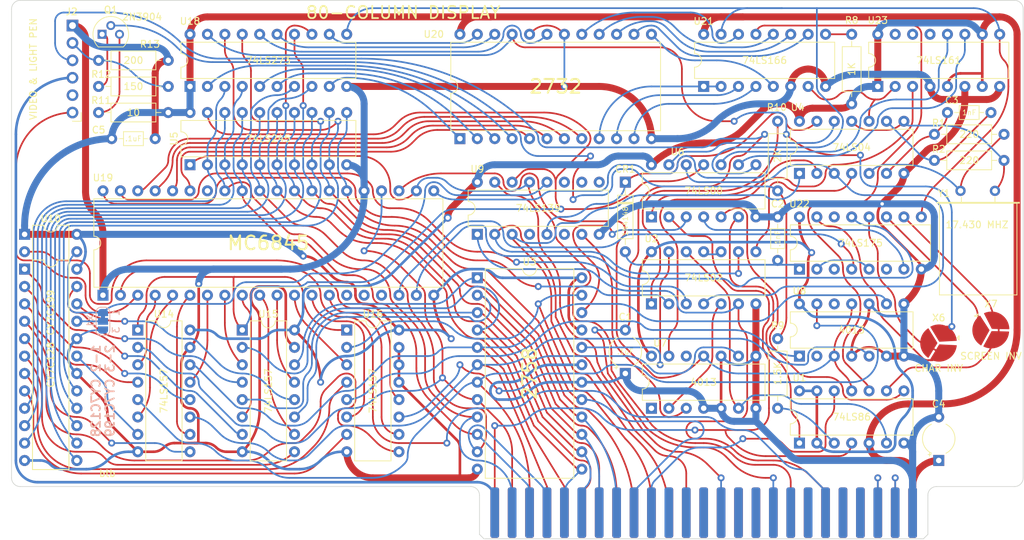
<source format=kicad_pcb>
(kicad_pcb (version 20211014) (generator pcbnew)
  (layers (0 "F.Cu" signal) (31 "B.Cu" signal) (34 "B.Paste" user) (35 "F.Paste" user) (36 "B.SilkS" user "B.Silkscreen") (37 "F.SilkS" user "F.Silkscreen") (38 "B.Mask" user) (39 "F.Mask" user) (44 "Edge.Cuts" user))
  (net 0 "")
  (net 1 "GND")
  (net 2 "Net-(C2-Pad1)")
  (net 3 "Net-(C3-Pad1)")
  (net 4 "Net-(C3-Pad2)")
  (net 5 "+5V")
  (net 6 "Net-(Q1-Pad1)")
  (net 7 "Net-(Q1-Pad2)")
  (net 8 "Net-(Q1-Pad3)")
  (net 9 "Net-(R1-Pad1)")
  (net 10 "Net-(R2-Pad2)")
  (net 11 "Net-(R8-Pad2)")
  (net 12 "Net-(R9-Pad1)")
  (net 13 "Net-(R10-Pad2)")
  (net 14 "Net-(U1-Pad1)")
  (net 15 "Net-(U1-Pad6)")
  (net 16 "Net-(U1-Pad8)")
  (net 17 "Net-(U1-Pad9)")
  (net 18 "Net-(U1-Pad10)")
  (net 19 "Net-(U2-Pad4)")
  (net 20 "Net-(U2-Pad5)")
  (net 21 "Net-(U2-Pad8)")
  (net 22 "/A10")
  (net 23 "Net-(U2-Pad10)")
  (net 24 "Net-(U2-Pad13)")
  (net 25 "/A7")
  (net 26 "/A6")
  (net 27 "/A5")
  (net 28 "/A4")
  (net 29 "/A3")
  (net 30 "/A2")
  (net 31 "/A1")
  (net 32 "/A0")
  (net 33 "/D0")
  (net 34 "/D1")
  (net 35 "/D2")
  (net 36 "/D3")
  (net 37 "/D4")
  (net 38 "/D5")
  (net 39 "/D6")
  (net 40 "/D7")
  (net 41 "Net-(U3-Pad22)")
  (net 42 "/A8")
  (net 43 "/A9")
  (net 44 "Net-(U4-Pad2)")
  (net 45 "Net-(U21-Pad7)")
  (net 46 "/R{slash}~{W}")
  (net 47 "/E0")
  (net 48 "/E1")
  (net 49 "/E2")
  (net 50 "/E3")
  (net 51 "/E4")
  (net 52 "/E5")
  (net 53 "/E6")
  (net 54 "/E7")
  (net 55 "Net-(U22-Pad7)")
  (net 56 "Net-(U18-Pad11)")
  (net 57 "Net-(U19-Pad21)")
  (net 58 "Net-(U23-Pad12)")
  (net 60 "Net-(U7-Pad3)")
  (net 62 "Net-(U23-Pad3)")
  (net 63 "/fA9")
  (net 66 "/fA10")
  (net 72 "/Q3")
  (net 73 "/B0")
  (net 74 "/B1")
  (net 75 "/B2")
  (net 76 "/B3")
  (net 77 "/B4")
  (net 78 "/B5")
  (net 79 "/B6")
  (net 80 "/B7")
  (net 81 "/B8")
  (net 82 "/B9")
  (net 83 "/B10")
  (net 84 "/ROMA3")
  (net 85 "/ROMA2")
  (net 86 "/ROMA1")
  (net 87 "/ROMA0")
  (net 88 "/RA3")
  (net 89 "/RA2")
  (net 90 "/RA1")
  (net 91 "/RA0")
  (net 92 "/ROMD0")
  (net 93 "/ROMD1")
  (net 94 "/ROMD2")
  (net 95 "/ROMD3")
  (net 96 "/ROMD4")
  (net 97 "/ROMD5")
  (net 98 "/ROMD6")
  (net 99 "/ROMD7")
  (net 100 "/ROMA5")
  (net 101 "/ROMA4")
  (net 102 "/ROMA6")
  (net 103 "/ROMA7")
  (net 104 "/~{RES}")
  (net 108 "Net-(U19-Pad18)")
  (net 109 "Net-(U19-Pad19)")
  (net 111 "Net-(U22-Pad2)")
  (net 114 "Net-(U22-Pad10)")
  (net 115 "Net-(U22-Pad11)")
  (net 116 "Net-(U22-Pad12)")
  (net 118 "Net-(U22-Pad15)")
  (net 122 "/A11")
  (net 123 "/A12")
  (net 124 "/A13")
  (net 125 "/A14")
  (net 126 "/A15")
  (net 128 "/RDY")
  (net 129 "/~{NMI}")
  (net 130 "/~{IRQ}")
  (net 131 "/~{INH}")
  (net 133 "/7M")
  (net 134 "/PHI1")
  (net 135 "/USER1")
  (net 136 "/PHI0")
  (net 138 "Net-(CR1-Pad1)")
  (net 139 "/LIGHT PEN")
  (net 140 "/VIDEO")
  (net 141 "/~{IO_SELECT}")
  (net 142 "/~{IO_STROBE}")
  (net 143 "/~{DMA}")
  (net 144 "/INT_IN")
  (net 145 "/DMA_IN")
  (net 146 "/-12V")
  (net 147 "-5V")
  (net 148 "/~{DEV}")
  (net 149 "+12V")
  (net 150 "Net-(U4-Pad12)")
  (net 151 "/RAMA7")
  (net 152 "/RAMA6")
  (net 153 "/RAMA5")
  (net 154 "/RAMA4")
  (net 155 "/RAMA3")
  (net 156 "/RAMA2")
  (net 157 "/RAMA1")
  (net 158 "/RAMA0")
  (net 159 "/RAMA10")
  (net 160 "/RAMA9")
  (net 161 "/RAMA8")
  (net 162 "Net-(U10B1-Pad27)")
  (net 163 "/RAMA11")
  (net 164 "Net-(U10-Pad21)")
  (net 165 "/HSYNC")
  (net 166 "/VSYNC")
  (net 167 "/RAMAB")
  (net 168 "/DEV")
  (footprint "MyPackages:DIP-16_W7.62mm" (layer "F.Cu") (at 119.38 100.33)
    (fp_text reference "U14")
    (fp_text value "74LS157")
  )
  (footprint "MyPassives:C_Axial_L2.6mm_D1.8mm_P6.35mm_Horizontal" (layer "F.Cu") (at 237.49 68.58)
    (fp_text reference "C3")
    (fp_text value "1nF")
  )
  (footprint "Package_TO_SOT_THT:TO-92" (layer "F.Cu") (at 114.173 57.15)
    (fp_text reference "Q1")
    (fp_text value "2N3904")
  )
  (footprint "MyPackages:DIP-16_W7.62mm" (layer "F.Cu") (at 201.93 64.77 90)
    (fp_text reference "U21")
    (fp_text value "74LS166")
  )
  (footprint "MyPackages:DIP-14_W7.62mm" (layer "F.Cu") (at 194.31 96.52 90)
    (fp_text reference "U2")
    (fp_text value "74LS02")
  )
  (footprint "MyPassives:CP_Radial_Tantal_D4.5mm_P6.35mm" (layer "F.Cu") (at 236.22 119.38 90)
    (fp_text reference "C4")
    (fp_text value "not placed" hide)
  )
  (footprint "MyPackages:DIP-24_W15.24mm" (layer "F.Cu") (at 166.37 72.39 90)
    (fp_text reference "U20")
    (fp_text value "2732")
  )
  (footprint "MyPackages:DIP-14_W7.62mm" (layer "F.Cu") (at 215.9 77.47 90)
    (fp_text reference "U4")
    (fp_text value "74LS04")
  )
  (footprint "MyPackages:DIP-16_W7.62mm" (layer "F.Cu") (at 168.91 86.36 90)
    (fp_text reference "U9")
    (fp_text value "74LS139")
  )
  (footprint "MyPackages:DIP-20_W7.62mm" (layer "F.Cu") (at 127 76.2 90)
    (fp_text reference "U5")
    (fp_text value "74LS245")
  )
  (footprint "MyPassives:SolderJumper-3_Pie_Bridged23" (layer "F.Cu") (at 236.22 102.235 180)
    (fp_text reference "X6")
    (fp_text value "CHAR INV")
  )
  (footprint "MyPassives:R_Axial_DIN0207_L6.3mm_D2.5mm_P10.16mm_Horizontal" (layer "F.Cu") (at 223.52 67.31 90)
    (fp_text reference "R8")
    (fp_text value "1K")
  )
  (footprint "MyPassives:R_Axial_DIN0207_L6.3mm_D2.5mm_P10.16mm_Horizontal" (layer "F.Cu") (at 212.725 80.01 90)
    (fp_text reference "R10")
    (fp_text value "2K")
  )
  (footprint "MyPackages:DIP-16_W7.62mm" (layer "F.Cu") (at 215.9 91.44 90)
    (fp_text reference "U22")
    (fp_text value "74LS175")
  )
  (footprint "MyPackages:DIP-16_W7.62mm" (layer "F.Cu") (at 134.62 100.33)
    (fp_text reference "U15")
    (fp_text value "74LS157")
  )
  (footprint "MyPackages:DIP-20_W7.62mm" (layer "F.Cu") (at 127 64.77 90)
    (fp_text reference "U18")
    (fp_text value "74LS273")
  )
  (footprint "MyPassives:R_Axial_DIN0207_L6.3mm_D2.5mm_P10.16mm_Horizontal" (layer "F.Cu") (at 235.585 75.565)
    (fp_text reference "R2")
    (fp_text value "220")
  )
  (footprint "Diode_THT:D_DO-35_SOD27_P10.16mm_Horizontal" (layer "F.Cu") (at 190.5 78.74 -90)
    (fp_text reference "CR1")
    (fp_text value "1N4148")
  )
  (footprint "MyPassives:R_Axial_DIN0207_L6.3mm_D2.5mm_P10.16mm_Horizontal" (layer "F.Cu") (at 123.825 68.58 180)
    (fp_text reference "R11")
    (fp_text value "10")
  )
  (footprint "Connector_PinHeader_2.54mm:PinHeader_1x06_P2.54mm_Horizontal" (layer "F.Cu") (at 109.855 68.58 180)
    (fp_text reference "J2")
    (fp_text value "VIDEO & LIGHT PEN")
  )
  (footprint "MyPassives:CP_Radial_Tantal_D4.5mm_P6.35mm" (layer "F.Cu") (at 190.5 106.68 90)
    (fp_text reference "C1")
    (fp_text value ".1uF")
  )
  (footprint "MyPassives:R_Axial_DIN0207_L6.3mm_D2.5mm_P10.16mm_Horizontal" (layer "F.Cu") (at 245.745 71.755 180)
    (fp_text reference "R1")
    (fp_text value "220")
  )
  (footprint "MyPackages:DIP-40_W15.24mm" (layer "F.Cu") (at 114.3 95.25 90)
    (fp_text reference "U19")
    (fp_text value "MC6845")
  )
  (footprint "Crystal:Crystal_HC18-U_Horizontal" (layer "F.Cu") (at 239.522 80.01)
    (fp_text reference "Y1")
    (fp_text value "17.430 MHZ")
  )
  (footprint "MyPackages:DIP-14_W7.62mm" (layer "F.Cu") (at 215.9 116.84 90)
    (fp_text reference "U1")
    (fp_text value "74LS86")
  )
  (footprint "MyPassives:SolderJumper-3_Pie_Bridged23" (layer "F.Cu") (at 243.84 100.33 -60)
    (fp_text reference "X7")
    (fp_text value "SCREEN INV")
  )
  (footprint "MyPassives:C_Axial_L2.6mm_D1.8mm_P6.35mm_Horizontal" (layer "F.Cu") (at 115.57 72.39)
    (fp_text reference "C5")
    (fp_text value ".1uF")
  )
  (footprint "MyPackages:DIP-14_W7.62mm" (layer "F.Cu") (at 194.31 111.76 90)
    (fp_text reference "U7")
    (fp_text value "4013")
  )
  (footprint "MyPackages:DIP-24_W15.24mm" (layer "F.Cu") (at 168.91 92.71)
    (fp_text reference "U3")
    (fp_text value "2758")
  )
  (footprint "MyPackages:DIP-14_W7.62mm" (layer "F.Cu") (at 215.9 104.14 90)
    (fp_text reference "U8")
    (fp_text value "4013")
  )
  (footprint "MyPackages:DIP-14_W7.62mm" (layer "F.Cu") (at 194.31 83.82 90)
    (fp_text reference "U6")
    (fp_text value "74LS00")
  )
  (footprint "MyPackages:DIP-16_W7.62mm" (layer "F.Cu") (at 149.86 100.33)
    (fp_text reference "U16")
    (fp_text value "74LS157")
  )
  (footprint "MyPassives:C_Axial_L2.6mm_D1.8mm_P6.35mm_Horizontal" (layer "F.Cu") (at 212.725 90.17 90)
    (fp_text reference "C2")
    (fp_text value ".1nF")
  )
  (footprint "MyPackages:DIP-28_W7.62mm" (layer "F.Cu") (at 102.87 86.36)
    (fp_text reference "U10B1" hide)
    (fp_text value "CY7C199")
  )
  (footprint "MyPackages:DIP-16_W7.62mm" (layer "F.Cu") (at 227.33 64.77 90)
    (fp_text reference "U23")
    (fp_text value "74LS161")
  )
  (footprint "MyPassives:R_Axial_DIN0207_L6.3mm_D2.5mm_P10.16mm_Horizontal" (layer "F.Cu") (at 212.725 111.76 90)
    (fp_text reference "R9")
    (fp_text value "1.5K")
  )
  (footprint "Apple_II:Apple II Expansion Edge Connector" (layer "F.Cu") (at 201.93 127)
    (fp_text reference "J1")
    (fp_text value "Apple II Expansion Bus" hide)
  )
  (footprint "MyPassives:R_Axial_DIN0207_L6.3mm_D2.5mm_P10.16mm_Horizontal" (layer "F.Cu") (at 113.665 64.77)
    (fp_text reference "R12")
    (fp_text value "150")
  )
  (footprint "MyPassives:R_Axial_DIN0207_L6.3mm_D2.5mm_P10.16mm_Horizontal" (layer "F.Cu") (at 113.665 60.96)
    (fp_text reference "R13")
    (fp_text value "200")
  )
  (footprint "MyPackages:DIP-24_W7.62mm" (layer "F.Cu") (at 102.87 91.44)
    (fp_text reference "U10")
    (fp_text value "CY7C128")
  )
  (footprint "Jumper:SolderJumper-3_P1.3mm_Bridged12_RoundedPad1.0x1.5mm_NumberLabels" (layer "B.Cu") (at 114.3 99.06 -90)
    (fp_text reference "X1")
    (fp_text value "U10: CY7C128* vs CY7C199")
  )
  (gr_line (start 248.539 121.92) (end 248.539 53.467) (layer "Edge.Cuts") (width 0.1))
  (gr_line (start 169.2275 130.175) (end 169.8625 130.81) (layer "Edge.Cuts") (width 0.1))
  (gr_arc (start 247.269 52.197) (mid 248.167026 52.568974) (end 248.539 53.467) (layer "Edge.Cuts") (width 0.1))
  (gr_line (start 234.6325 130.175) (end 233.9975 130.81) (layer "Edge.Cuts") (width 0.1))
  (gr_line (start 235.9025 123.19) (end 247.269 123.19) (layer "Edge.Cuts") (width 0.1))
  (gr_arc (start 248.539 121.92) (mid 248.167026 122.818026) (end 247.269 123.19) (layer "Edge.Cuts") (width 0.1))
  (gr_arc (start 234.6325 124.46) (mid 235.004474 123.561974) (end 235.9025 123.19) (layer "Edge.Cuts") (width 0.1))
  (gr_line (start 247.269 52.197) (end 102.235 52.197) (layer "Edge.Cuts") (width 0.1))
  (gr_line (start 233.9975 130.81) (end 169.8625 130.81) (layer "Edge.Cuts") (width 0.1))
  (gr_arc (start 167.9575 123.19) (mid 168.855526 123.561974) (end 169.2275 124.46) (layer "Edge.Cuts") (width 0.1))
  (gr_arc (start 100.965 53.467) (mid 101.336974 52.568974) (end 102.235 52.197) (layer "Edge.Cuts") (width 0.1))
  (gr_line (start 169.2275 124.46) (end 169.2275 130.175) (layer "Edge.Cuts") (width 0.1))
  (gr_line (start 234.6325 124.46) (end 234.6325 130.175) (layer "Edge.Cuts") (width 0.1))
  (gr_line (start 100.965 53.467) (end 100.965 121.92) (layer "Edge.Cuts") (width 0.1))
  (gr_arc (start 102.235 123.19) (mid 101.336974 122.818026) (end 100.965 121.92) (layer "Edge.Cuts") (width 0.1))
  (gr_line (start 102.235 123.19) (end 167.9575 123.19) (layer "Edge.Cuts") (width 0.1))
  (gr_text "1-2 CY7C128\n2-3 CY7C199" (at 114.3 109.22 90) (layer "B.SilkS") (effects (font (size 1.27 1.27) (thickness 0.254)) (justify mirror)))
  (gr_text "80-COLUMN DISPLAY" (at 158.115 53.975) (layer "F.SilkS") (effects (font (size 1.778 1.778) (thickness 0.254))))
  (gr_text "btb" (at 114.935 121.285) (layer "F.SilkS") (effects (font (size 1 1))))
  (segment (start 114.3 95.25) (end 114.3 86.251051) (width 1.016) (layer "F.Cu") (net 1))
  (segment (start 157.48 105.41) (end 157.48 107.95) (width 0.381) (layer "F.Cu") (net 1))
  (segment (start 237.784936 72.095064) (end 236.669013 73.210987) (width 1.016) (layer "F.Cu") (net 1))
  (segment (start 114.036974 110.226975) (end 110.49 106.68) (width 0.381) (layer "F.Cu") (net 1))
  (segment (start 234.500987 74.109013) (end 231.14 77.47) (width 1.016) (layer "F.Cu") (net 1))
  (segment (start 111.76 80.118949) (end 111.76 57.785) (width 1.016) (layer "F.Cu") (net 1))
  (segment locked (start 209.55 111.76) (end 209.55 104.14) (width 1.016) (layer "F.Cu") (net 1))
  (segment (start 137.16 93.98) (end 139.7 93.98) (width 0.381) (layer "F.Cu") (net 1))
  (segment (start 233.230987 90.355987) (end 227.779013 84.904013) (width 0.381) (layer "F.Cu") (net 1))
  (segment (start 230.241974 79.638025) (end 227.965 81.915) (width 1.016) (layer "F.Cu") (net 1))
  (segment (start 231.14 96.52) (end 231.883948 95.776052) (width 1.016) (layer "F.Cu") (net 1))
  (segment (start 134.62 118.11) (end 132.343025 118.11) (width 0.381) (layer "F.Cu") (net 1))
  (segment (start 119.38 118.11) (end 121.656975 118.11) (width 0.381) (layer "F.Cu") (net 1))
  (segment (start 240.03 64.77) (end 240.03 66.675) (width 1.016) (layer "F.Cu") (net 1))
  (segment (start 135.89 95.621975) (end 135.89 95.25) (width 0.381) (layer "F.Cu") (net 1))
  (segment (start 128.20837 112.96837) (end 128.20837 116.77837) (width 0.381) (layer "F.Cu") (net 1))
  (segment (start 128.27 93.599) (end 128.27 99.803949) (width 0.381) (layer "F.Cu") (net 1))
  (segment (start 137.16 111.977898) (end 137.16 98.688025) (width 0.381) (layer "F.Cu") (net 1))
  (segment (start 127.635 116.84) (end 128.059583 116.84) (width 0.381) (layer "F.Cu") (net 1))
  (segment (start 121.92 72.39) (end 121.92 62.865) (width 1.016) (layer "F.Cu") (net 1))
  (segment (start 153.67 121.92) (end 166.37 121.92) (width 1.016) (layer "F.Cu") (net 1))
  (segment (start 141.605 102.235) (end 142.24 102.87) (width 0.381) (layer "F.Cu") (net 1))
  (segment (start 227.33 83.82) (end 227.33 83.448025) (width 0.381) (layer "F.Cu") (net 1))
  (segment (start 243.205 66.675) (end 240.03 66.675) (width 1.016) (layer "F.Cu") (net 1))
  (segment (start 157.48 107.95) (end 165.920987 116.390987) (width 0.381) (layer "F.Cu") (net 1))
  (segment (start 186.69 64.77) (end 149.86 64.77) (width 1.016) (layer "F.Cu") (net 1))
  (segment (start 209.55 96.52) (end 209.55 104.14) (width 1.016) (layer "F.Cu") (net 1))
  (segment (start 236.855 66.675) (end 240.03 66.675) (width 1.016) (layer "F.Cu") (net 1))
  (segment (start 119.38 118.11) (end 115.833026 114.563026) (width 0.381) (layer "F.Cu") (net 1))
  (segment (start 166.37 117.475) (end 166.37 121.92) (width 0.381) (layer "F.Cu") (net 1))
  (segment (start 204.47 111.76) (end 204.47 104.14) (width 0.381) (layer "F.Cu") (net 1))
  (segment (start 166.37 121.92) (end 167.64 121.92) (width 1.016) (layer "F.Cu") (net 1))
  (segment (start 140.97 95.25) (end 140.97 100.701975) (width 0.381) (layer "F.Cu") (net 1))
  (segment (start 157.48 102.87) (end 157.48 105.41) (width 0.381) (layer "F.Cu") (net 1))
  (segment (start 231.14 104.14) (end 228.6 104.14) (width 1.016) (layer "F.Cu") (net 1))
  (segment (start 129.276975 116.84) (end 127.635 116.84) (width 0.381) (layer "F.Cu") (net 1))
  (segment (start 223.52 103.396051) (end 223.52 104.14) (width 0.381) (layer "F.Cu") (net 1))
  (segment (start 226.06 96.52) (end 226.06 97.263949) (width 0.381) (layer "F.Cu") (net 1))
  (segment (start 125.73 105.41) (end 125.73 110.49) (width 0.381) (layer "F.Cu") (net 1))
  (segment (start 124.723025 116.84) (end 127.635 116.84) (width 0.381) (layer "F.Cu") (net 1))
  (via (at 181.61 64.77) (size 1.016) (drill 0.508) (layers "F.Cu" "B.Cu") (net 1))
  (via (at 128.27 93.599) (size 1.016) (drill 0.508) (layers "F.Cu" "B.Cu") (net 1))
  (via (at 227.965 81.915) (size 1.016) (drill 0.508) (layers "F.Cu" "B.Cu") (net 1))
  (arc (start 179.07 55.88) (mid 180.243327 56.113389) (end 181.238025 56.778026) (width 0.25) (layer "F.Cu") (net 1))
  (arc (start 121.92 62.865) (mid 122.477962 61.517962) (end 123.825 60.96) (width 1.016) (layer "F.Cu") (net 1))
  (arc (start 114.3 86.251051) (mid 113.969938 84.591716) (end 113.03 83.185) (width 1.016) (layer "F.Cu") (net 1))
  (arc (start 231.883948 95.776052) (mid 233.213221 93.786654) (end 233.68 91.44) (width 1.016) (layer "F.Cu") (net 1))
  (arc (start 127 111.76) (mid 127.854447 112.113923) (end 128.20837 112.96837) (width 0.381) (layer "F.Cu") (net 1))
  (arc (start 139.7 93.98) (mid 140.598026 94.351974) (end 140.97 95.25) (width 0.381) (layer "F.Cu") (net 1))
  (arc (start 227.779013 84.904013) (mid 227.446694 84.406664) (end 227.33 83.82) (width 0.381) (layer "F.Cu") (net 1))
  (arc (start 245.11 64.77) (mid 244.552038 66.117038) (end 243.205 66.675) (width 1.016) (layer "F.Cu") (net 1))
  (arc (start 132.343025 118.11) (mid 131.513358 117.944969) (end 130.81 117.475) (width 0.381) (layer "F.Cu") (net 1))
  (arc (start 114.935 112.395) (mid 114.701611 111.221673) (end 114.036974 110.226975) (width 0.381) (layer "F.Cu") (net 1))
  (arc (start 128.059583 116.84) (mid 128.140106 116.823983) (end 128.20837 116.77837) (width 0.381) (layer "F.Cu") (net 1))
  (arc (start 135.89 95.25) (mid 136.261974 94.351974) (end 137.16 93.98) (width 0.381) (layer "F.Cu") (net 1))
  (arc (start 227.33 83.448025) (mid 227.495031 82.618358) (end 227.965 81.915) (width 0.381) (layer "F.Cu") (net 1))
  (arc (start 235.585 73.66) (mid 234.998336 73.776695) (end 234.500987 74.109013) (width 1.016) (layer "F.Cu") (net 1))
  (arc (start 194.31 72.39) (mid 192.078154 67.001846) (end 186.69 64.77) (width 1.016) (layer "F.Cu") (net 1))
  (arc (start 224.79 100.33) (mid 223.850062 101.736716) (end 223.52 103.396051) (width 0.381) (layer "F.Cu") (net 1))
  (arc (start 167.64 121.92) (mid 168.538026 121.548026) (end 168.91 120.65) (width 1.016) (layer "F.Cu") (net 1))
  (arc (start 128.27 99.803949) (mid 127.939937 101.463284) (end 127 102.87) (width 0.381) (layer "F.Cu") (net 1))
  (arc (start 165.920987 116.390987) (mid 166.253305 116.888336) (end 166.37 117.475) (width 0.381) (layer "F.Cu") (net 1))
  (arc (start 234.95 64.77) (mid 235.507962 66.117038) (end 236.855 66.675) (width 1.016) (layer "F.Cu") (net 1))
  (arc (start 125.73 110.49) (mid 126.101974 111.388026) (end 127 111.76) (width 0.381) (layer "F.Cu") (net 1))
  (arc (start 226.06 97.263949) (mid 225.729937 98.923284) (end 224.79 100.33) (width 0.381) (layer "F.Cu") (net 1))
  (arc (start 231.14 77.47) (mid 230.906611 78.643327) (end 230.241974 79.638025) (width 1.016) (layer "F.Cu") (net 1))
  (arc (start 123.19 117.475) (mid 123.893357 117.005031) (end 124.723025 116.84) (width 0.381) (layer "F.Cu") (net 1))
  (arc (start 115.833026 114.563026) (mid 115.168389 113.568328) (end 114.935 112.395) (width 0.381) (layer "F.Cu") (net 1))
  (arc (start 130.81 117.475) (mid 130.106642 117.005031) (end 129.276975 116.84) (width 0.381) (layer "F.Cu") (net 1))
  (arc (start 134.62 118.11) (mid 136.499876 115.296568) (end 137.16 111.977898) (width 0.381) (layer "F.Cu") (net 1))
  (arc (start 236.669013 73.210987) (mid 236.171664 73.543306) (end 235.585 73.66) (width 1.016) (layer "F.Cu") (net 1))
  (arc (start 176.901974 56.778026) (mid 177.896672 56.113389) (end 179.07 55.88) (width 0.25) (layer "F.Cu") (net 1))
  (arc (start 240.03 66.675) (mid 239.446527 69.608317) (end 237.784936 72.095064) (width 1.016) (layer "F.Cu") (net 1))
  (arc (start 233.68 91.44) (mid 233.563305 90.853336) (end 233.230987 90.355987) (width 0.381) (layer "F.Cu") (net 1))
  (arc (start 214.63 64.77) (mid 215.373949 62.973949) (end 217.17 62.23) (width 1.016) (layer "F.Cu") (net 1))
  (arc (start 223.891974 103.768026) (mid 224.886672 103.103389) (end 226.06 102.87) (width 0.381) (layer "F.Cu") (net 1))
  (arc (start 137.16 98.688025) (mid 136.994969 97.858358) (end 136.525 97.155) (width 0.381) (layer "F.Cu") (net 1))
  (arc (start 136.525 97.155) (mid 136.055031 96.451642) (end 135.89 95.621975) (width 0.381) (layer "F.Cu") (net 1))
  (arc (start 113.03 83.185) (mid 112.090062 81.778284) (end 111.76 80.118949) (width 1.016) (layer "F.Cu") (net 1))
  (arc (start 126.628026 103.241974) (mid 125.963389 104.236672) (end 125.73 105.41) (width 0.381) (layer "F.Cu") (net 1))
  (arc (start 111.76 57.785) (mid 111.202038 56.437962) (end 109.855 55.88) (width 1.016) (layer "F.Cu") (net 1))
  (arc (start 226.06 102.87) (mid 227.233327 103.103389) (end 228.228025 103.768026) (width 0.381) (layer "F.Cu") (net 1))
  (arc (start 121.656975 118.11) (mid 122.486642 117.944969) (end 123.19 117.475) (width 0.381) (layer "F.Cu") (net 1))
  (arc (start 140.97 100.701975) (mid 141.135031 101.531642) (end 141.605 102.235) (width 0.381) (layer "F.Cu") (net 1))
  (arc (start 153.67 121.92) (mid 150.975923 120.804077) (end 149.86 118.11) (width 1.016) (layer "F.Cu") (net 1))
  (arc (start 217.17 62.23) (mid 218.966051 62.973949) (end 219.71 64.77) (width 1.016) (layer "F.Cu") (net 1))
  (segment (start 228.854 98.298) (end 231.14 98.298) (width 0.381) (layer "B.Cu") (net 1))
  (segment (start 207.645 81.915) (end 194.31 81.915) (width 1.016) (layer "B.Cu") (net 1))
  (segment (start 119.38 118.11) (end 118.001051 118.11) (width 0.381) (layer "B.Cu") (net 1))
  (segment (start 181.61 57.15) (end 181.61 64.77) (width 0.25) (layer "B.Cu") (net 1))
  (segment (start 213.731975 82.813026) (end 212.725 83.82) (width 1.016) (layer "B.Cu") (net 1))
  (segment (start 109.855 55.88) (end 111.682962 57.707962) (width 1.016) (layer "B.Cu") (net 1))
  (segment (start 232.41 121.285) (end 232.41 116.84) (width 1.016) (layer "B.Cu") (net 1))
  (segment (start 152.4 80.01) (end 152.4 80.645) (width 1.016) (layer "B.Cu") (net 1))
  (segment (start 140.335 91.44) (end 118.11 91.44) (width 1.016) (layer "B.Cu") (net 1))
  (segment (start 184.15 107.95) (end 179.596051 107.95) (width 0.381) (layer "B.Cu") (net 1))
  (segment (start 111.868949 120.65) (end 108.213025 120.65) (width 0.381) (layer "B.Cu") (net 1))
  (segment (start 172.085 107.95) (end 173.463949 107.95) (width 0.381) (layer "B.Cu") (net 1))
  (segment (start 226.06 96.52) (end 227.119579 97.579579) (width 0.381) (layer "B.Cu") (net 1))
  (segment (start 188.889936 84.160064) (end 186.69 86.36) (width 1.016) (layer "B.Cu") (net 1))
  (segment (start 236.22 113.03) (end 236.22 109.22) (width 1.016) (layer "B.Cu") (net 1))
  (segment (start 209.55 113.665) (end 209.55 111.76) (width 1.016) (layer "B.Cu") (net 1))
  (segment (start 141.496051 120.65) (end 142.983949 120.65) (width 0.381) (layer "B.Cu") (net 1))
  (segment (start 179.596051 105.41) (end 184.15 105.41) (width 0.381) (layer "B.Cu") (net 1))
  (segment (start 113.483624 100.36) (end 114.3 100.36) (width 0.25) (layer "B.Cu") (net 1))
  (segment (start 105.146975 119.38) (end 102.87 119.38) (width 0.381) (layer "B.Cu") (net 1))
  (segment (start 212.725 83.82) (end 209.55 83.82) (width 1.016) (layer "B.Cu") (net 1))
  (segment (start 231.14 104.14) (end 231.14 96.52) (width 1.016) (layer "B.Cu") (net 1))
  (segment (start 216.163025 119.38) (end 229.235 119.38) (width 1.016) (layer "B.Cu") (net 1))
  (segment (start 114.935 59.055) (end 121.92 59.055) (width 1.016) (layer "B.Cu") (net 1))
  (segment (start 193.04 109.22) (end 199.39 109.22) (width 1.016) (layer "B.Cu") (net 1))
  (segment (start 184.15 107.95) (end 187.433949 107.95) (width 0.381) (layer "B.Cu") (net 1))
  (segment (start 232.41 122.555) (end 232.41 123.19) (width 1.016) (layer "B.Cu") (net 1))
  (segment (start 233.68 81.915) (end 215.9 81.915) (width 1.016) (layer "B.Cu") (net 1))
  (segment (start 232.41 127) (end 232.41 123.19) (width 1.016) (layer "B.Cu") (net 1))
  (segment (start 232.41 121.285) (end 232.41 118.11) (width 1.016) (layer "B.Cu") (net 1))
  (segment (start 209.55 113.665) (end 214.63 118.745) (width 1.016) (layer "B.Cu") (net 1))
  (segment (start 206.375 113.665) (end 209.55 113.665) (width 1.016) (layer "B.Cu") (net 1))
  (segment (start 141.605 91.44) (end 140.335 91.44) (width 1.016) (layer "B.Cu") (net 1))
  (segment (start 224.002471 62.992) (end 233.172 62.992) (width 1.016) (layer "B.Cu") (net 1))
  (segment (start 232.41 123.19) (end 232.41 121.285) (width 1.016) (layer "B.Cu") (net 1))
  (segment (start 152.4 67.31) (end 152.4 80.01) (width 1.016) (layer "B.Cu") (net 1))
  (segment (start 231.14 116.84) (end 232.41 116.84) (width 1.016) (layer "B.Cu") (net 1))
  (segment (start 173.463949 110.49) (end 172.085 110.49) (width 0.381) (layer "B.Cu") (net 1))
  (segment (start 134.62 118.11) (end 135.363949 118.11) (width 0.381) (layer "B.Cu") (net 1))
  (segment (start 152.4 78.74) (end 152.4 80.01) (width 1.016) (layer "B.Cu") (net 1))
  (segment (start 203.835 69.85) (end 203.540064 70.144936) (width 1.016) (layer "B.Cu") (net 1))
  (segment (start 201.93 111.76) (end 204.47 111.76) (width 1.016) (layer "B.Cu") (net 1))
  (segment (start 212.09 67.31) (end 209.967102 67.31) (width 1.016) (layer "B.Cu") (net 1))
  (segment (start 235.585 89.535) (end 235.585 83.82) (width 1.016) (layer "B.Cu") (net 1))
  (segment (start 198.12 72.39) (end 194.31 72.39) (width 1.016) (layer "B.Cu") (net 1))
  (segment (start 149.116051 118.11) (end 149.86 118.11) (width 0.381) (layer "B.Cu") (net 1))
  (segment (start 140.335 91.44) (end 130.429 91.44) (width 1.016) (layer "B.Cu") (net 1))
  (arc (start 209.55 83.82) (mid 208.992038 82.472962) (end 207.645 81.915) (width 1.016) (layer "B.Cu") (net 1))
  (arc (start 236.22 109.22) (mid 234.732102 105.627898) (end 231.14 104.14) (width 1.016) (layer "B.Cu") (net 1))
  (arc (start 121.92 59.055) (mid 123.267038 59.612962) (end 123.825 60.96) (width 1.016) (layer "B.Cu") (net 1))
  (arc (start 172.085 110.49) (mid 171.186974 110.118026) (end 170.815 109.22) (width 0.381) (layer "B.Cu") (net 1))
  (arc (start 118.11 91.44) (mid 115.415923 92.555923) (end 114.3 95.25) (width 1.016) (layer "B.Cu") (net 1))
  (arc (start 207.01 105.41) (mid 208.183327 105.176611) (end 209.178025 104.511974) (width 0.381) (layer "B.Cu") (net 1))
  (arc (start 108.213025 120.65) (mid 107.383358 120.484969) (end 106.68 120.015) (width 0.381) (layer "B.Cu") (net 1))
  (arc (start 152.4 80.645) (mid 149.238218 88.278218) (end 141.605 91.44) (width 1.016) (layer "B.Cu") (net 1))
  (arc (start 110.49 101.6) (mid 111.863486 100.682266) (end 113.483624 100.36) (width 0.25) (layer "B.Cu") (net 1))
  (arc (start 235.585 83.82) (mid 235.027038 82.472962) (end 233.68 81.915) (width 1.016) (layer "B.Cu") (net 1))
  (arc (start 204.47 111.76) (mid 205.027962 113.107038) (end 206.375 113.665) (width 1.016) (layer "B.Cu") (net 1))
  (arc (start 110.118026 106.308026) (mid 109.453389 105.313328) (end 109.22 104.14) (width 0.381) (layer "B.Cu") (net 1))
  (arc (start 118.001051 118.11) (mid 116.341717 118.440062) (end 114.935 119.38) (width 0.381) (layer "B.Cu") (net 1))
  (arc (start 109.22 104.14) (mid 109.453389 102.966673) (end 110.118026 101.971975) (width 0.381) (layer "B.Cu") (net 1))
  (arc (start 193.04 109.22) (mid 191.243949 108.476051) (end 190.5 106.68) (width 1.016) (layer "B.Cu") (net 1))
  (arc (start 232.41 118.11) (mid 232.038026 117.211974) (end 231.14 116.84) (width 1.016) (layer "B.Cu") (net 1))
  (arc (start 179.596051 107.95) (mid 177.936716 108.280062) (end 176.53 109.22) (width 0.381) (layer "B.Cu") (net 1))
  (arc (start 229.235 119.38) (mid 231.480064 120.309936) (end 232.41 122.555) (width 1.016) (layer "B.Cu") (net 1))
  (arc (start 204.841974 104.511974) (mid 205.836673 105.17661) (end 207.01 105.41) (width 0.381) (layer "B.Cu") (net 1))
  (arc (start 214.63 118.745) (mid 215.333358 119.214969) (end 216.163025 119.38) (width 1.016) (layer "B.Cu") (net 1))
  (arc (start 130.429 91.44) (mid 128.902356 92.072356) (end 128.27 93.599) (width 1.016) (layer "B.Cu") (net 1))
  (arc (start 219.71 64.77) (mid 221.679402 63.454087) (end 224.002471 62.992) (width 1.016) (layer "B.Cu") (net 1))
  (arc (start 203.540064 70.144936) (mid 201.053317 71.806527) (end 198.12 72.39) (width 1.016) (layer "B.Cu") (net 1))
  (arc (start 232.41 116.84) (mid 233.525923 114.145923) (end 236.22 113.03) (width 1.016) (layer "B.Cu") (net 1))
  (arc (start 233.172 62.992) (mid 234.429236 63.512764) (end 234.95 64.77) (width 1.016) (layer "B.Cu") (net 1))
  (arc (start 201.93 111.76) (mid 201.186051 109.963949) (end 199.39 109.22) (width 1.016) (layer "B.Cu") (net 1))
  (arc (start 227.119579 97.579579) (mid 227.915338 98.111288) (end 228.854 98.298) (width 0.381) (layer "B.Cu") (net 1))
  (arc (start 233.68 91.44) (mid 235.027038 90.882038) (end 235.585 89.535) (width 1.016) (layer "B.Cu") (net 1))
  (arc (start 135.363949 118.11) (mid 137.023283 118.440063) (end 138.43 119.38) (width 0.381) (layer "B.Cu") (net 1))
  (arc (start 187.433949 107.95) (mid 189.093284 107.619937) (end 190.5 106.68) (width 0.381) (layer "B.Cu") (net 1))
  (arc (start 214.63 64.77) (mid 213.886051 66.566051) (end 212.09 67.31) (width 1.016) (layer "B.Cu") (net 1))
  (arc (start 106.68 120.015) (mid 105.976642 119.545031) (end 105.146975 119.38) (width 0.381) (layer "B.Cu") (net 1))
  (arc (start 111.682962 57.707962) (mid 113.17501 58.704916) (end 114.935 59.055) (width 1.016) (layer "B.Cu") (net 1))
  (arc (start 138.43 119.38) (mid 139.836716 120.319938) (end 141.496051 120.65) (width 0.381) (layer "B.Cu") (net 1))
  (arc (start 146.05 119.38) (mid 147.456716 118.440062) (end 149.116051 118.11) (width 0.381) (layer "B.Cu") (net 1))
  (arc (start 149.86 76.2) (mid 151.656051 76.943949) (end 152.4 78.74) (width 1.016) (layer "B.Cu") (net 1))
  (arc (start 209.967102 67.31) (mid 206.648433 67.970124) (end 203.835 69.85) (width 1.016) (layer "B.Cu") (net 1))
  (arc (start 176.53 106.68) (mid 177.936717 105.740062) (end 179.596051 105.41) (width 0.381) (layer "B.Cu") (net 1))
  (arc (start 142.983949 120.65) (mid 144.643284 120.319937) (end 146.05 119.38) (width 0.381) (layer "B.Cu") (net 1))
  (arc (start 114.935 119.38) (mid 113.528284 120.319938) (end 111.868949 120.65) (width 0.381) (layer "B.Cu") (net 1))
  (arc (start 194.31 81.915) (mid 191.376683 82.498473) (end 188.889936 84.160064) (width 1.016) (layer "B.Cu") (net 1))
  (arc (start 215.9 81.915) (mid 214.726673 82.148389) (end 213.731975 82.813026) (width 1.016) (layer "B.Cu") (net 1))
  (arc (start 170.815 109.22) (mid 171.186974 108.321974) (end 172.085 107.95) (width 0.381) (layer "B.Cu") (net 1))
  (arc (start 173.463949 107.95) (mid 175.123284 107.619938) (end 176.53 106.68) (width 0.381) (layer "B.Cu") (net 1))
  (arc (start 149.86 64.77) (mid 151.656051 65.513949) (end 152.4 67.31) (width 1.016) (layer "B.Cu") (net 1))
  (arc (start 176.53 109.22) (mid 175.123284 110.159937) (end 173.463949 110.49) (width 0.381) (layer "B.Cu") (net 1))
  (segment (start 212.598 90.805) (end 216.154 90.805) (width 0.25) (layer "B.Cu") (net 2))
  (segment (start 192.405 90.805) (end 212.598 90.805) (width 0.25) (layer "B.Cu") (net 2))
  (arc (start 190.5 88.9) (mid 191.057962 90.247038) (end 192.405 90.805) (width 0.25) (layer "B.Cu") (net 2))
  (segment (start 235.585 71.755) (end 236.591974 70.748026) (width 0.25) (layer "F.Cu") (net 3))
  (segment (start 233.073172 72.996828) (end 228.6 77.47) (width 0.25) (layer "F.Cu") (net 3))
  (arc (start 235.458 72.009) (mid 234.16734 72.265728) (end 233.073172 72.996828) (width 0.25) (layer "F.Cu") (net 3))
  (arc (start 236.591974 70.748026) (mid 237.256611 69.753327) (end 237.49 68.58) (width 0.25) (layer "F.Cu") (net 3))
  (segment (start 243.84 68.58) (end 237.753026 74.666974) (width 0.25) (layer "F.Cu") (net 4))
  (arc (start 237.753026 74.666974) (mid 236.758327 75.331611) (end 235.585 75.565) (width 0.25) (layer "F.Cu") (net 4))
  (segment (start 228.6 69.85) (end 233.416974 74.666974) (width 0.25) (layer "B.Cu") (net 4))
  (arc (start 233.416974 74.666974) (mid 234.411673 75.33161) (end 235.585 75.565) (width 0.25) (layer "B.Cu") (net 4))
  (segment (start 239.395 62.865) (end 242.57 62.865) (width 0.381) (layer "F.Cu") (net 5))
  (segment (start 182.245 94.878025) (end 182.245 98.161975) (width 0.381) (layer "F.Cu") (net 5))
  (segment (start 127 57.15) (end 127 64.77) (width 1.016) (layer "F.Cu") (net 5))
  (segment (start 227.33 64.77) (end 227.33 57.15) (width 1.016) (layer "F.Cu") (net 5))
  (segment (start 102.87 86.36) (end 110.49 86.36) (width 1.016) (layer "F.Cu") (net 5))
  (segment (start 232.41 127) (end 232.41 123.19) (width 1.016) (layer "F.Cu") (net 5))
  (segment (start 143.355923 101.445923) (end 142.24 100.33) (width 0.381) (layer "F.Cu") (net 5))
  (segment (start 183.515 92.71) (end 182.88 93.345) (width 0.381) (layer "F.Cu") (net 5))
  (segment (start 217.805 67.945) (end 221.986975 67.945) (width 1.016) (layer "F.Cu") (net 5))
  (segment (start 151.13 95.25) (end 151.13 94.615) (width 0.381) (layer "F.Cu") (net 5))
  (segment (start 217.17 92.446975) (end 217.17 90.25342) (width 0.381) (layer "F.Cu") (net 5))
  (segment (start 162.56 95.25) (end 162.56 95.467898) (width 0.381) (layer "F.Cu") (net 5))
  (segment (start 170.815 54.61) (end 129.54 54.61) (width 1.016) (layer "F.Cu") (net 5))
  (segment (start 182.88 99.695) (end 183.065987 99.880987) (width 0.381) (layer "F.Cu") (net 5))
  (segment (start 184.15 92.71) (end 183.515 92.71) (width 0.381) (layer "F.Cu") (net 5))
  (segment (start 210.556974 68.208026) (end 207.645 71.12) (width 1.016) (layer "F.Cu") (net 5))
  (segment (start 245.11 54.61) (end 207.645 54.61) (width 1.016) (layer "F.Cu") (net 5))
  (segment (start 203.045924 73.025) (end 201.975128 73.025) (width 1.016) (layer "F.Cu") (net 5))
  (segment (start 145.678026 90.433026) (end 147.691975 92.446974) (width 0.381) (layer "F.Cu") (net 5))
  (segment (start 242.57 62.865) (end 242.57 64.77) (width 0.381) (layer "F.Cu") (net 5))
  (segment (start 157.48 100.33) (end 154.568026 97.418026) (width 0.381) (layer "F.Cu") (net 5))
  (segment (start 207.645 54.61) (end 204.47 54.61) (width 1.016) (layer "F.Cu") (net 5))
  (segment (start 212.725 67.31) (end 213.36 67.31) (width 1.016) (layer "F.Cu") (net 5))
  (segment (start 247.65 57.15) (end 247.65 100.33) (width 1.016) (layer "F.Cu") (net 5))
  (segment (start 242.57 57.15) (end 242.57 62.865) (width 0.381) (layer "F.Cu") (net 5))
  (segment (start 215.9 96.52) (end 215.9 95.513025) (width 0.381) (layer "F.Cu") (net 5))
  (segment (start 192.405 99.540924) (end 192.405 93.499076) (width 0.381) (layer "F.Cu") (net 5))
  (segment (start 231.775 111.125) (end 236.855 111.125) (width 1.016) (layer "F.Cu") (net 5))
  (segment (start 215.9 84.734529) (end 215.9 83.82) (width 0.381) (layer "F.Cu") (net 5))
  (segment (start 232.41 127) (end 232.41 121.285) (width 1.016) (layer "F.Cu") (net 5))
  (segment (start 170.815 54.61) (end 168.91 54.61) (width 1.016) (layer "F.Cu") (net 5))
  (segment (start 207.645 54.61) (end 170.815 54.61) (width 1.016) (layer "F.Cu") (net 5))
  (segment (start 168.91 78.74) (end 165.220618 82.429382) (width 1.016) (layer "F.Cu") (net 5))
  (segment (start 230.505 119.38) (end 228.6 119.38) (width 1.016) (layer "F.Cu") (net 5))
  (segment (start 218.44 116.84) (end 218.44 109.22) (width 0.381) (layer "F.Cu") (net 5))
  (via (at 164.592 83.947) (size 1.143) (drill 0.635) (layers "F.Cu" "B.Cu") (net 5))
  (via (at 146.05 107.95) (size 1.016) (drill 0.508) (layers "F.Cu" "B.Cu") (net 5))
  (via (at 143.51 89.535) (size 1.016) (drill 0.508) (layers "F.Cu" "B.Cu") (net 5))
  (via (at 217.678 89.027) (size 1.016) (drill 0.508) (layers "F.Cu" "B.Cu") (net 5))
  (via (at 165.1 101.6) (size 1.016) (drill 0.508) (layers "F.Cu" "B.Cu") (net 5))
  (arc (start 212.725 67.31) (mid 211.551672 67.543389) (end 210.556974 68.208026) (width 1.016) (layer "F.Cu") (net 5))
  (arc (start 162.56 95.467898) (mid 163.220125 98.786567) (end 165.1 101.6) (width 0.381) (layer "F.Cu") (net 5))
  (arc (start 217.17 90.25342) (mid 217.302025 89.589687) (end 217.678 89.027) (width 0.381) (layer "F.Cu") (net 5))
  (arc (start 151.13 94.615) (mid 150.758026 93.716974) (end 149.86 93.345) (width 0.381) (layer "F.Cu") (net 5))
  (arc (start 152.4 96.52) (mid 151.501974 96.148026) (end 151.13 95.25) (width 0.381) (layer "F.Cu") (net 5))
  (arc (start 149.86 93.345) (mid 148.686673 93.111611) (end 147.691975 92.446974) (width 0.381) (layer "F.Cu") (net 5))
  (arc (start 183.065987 99.880987) (mid 183.563336 100.213305) (end 184.15 100.33) (width 0.381) (layer "F.Cu") (net 5))
  (arc (start 215.9 95.513025) (mid 216.065031 94.683358) (end 216.535 93.98) (width 0.381) (layer "F.Cu") (net 5))
  (arc (start 165.220618 82.429382) (mid 164.755372 83.125671) (end 164.592 83.947) (width 1.016) (layer "F.Cu") (net 5))
  (arc (start 145.678026 90.433026) (mid 144.683328 89.768389) (end 143.51 89.535) (width 0.381) (layer "F.Cu") (net 5))
  (arc (start 207.645 71.12) (mid 205.534926 72.529907) (end 203.045924 73.025) (width 1.016) (layer "F.Cu") (net 5))
  (arc (start 237.49 64.77) (mid 238.047962 63.422962) (end 239.395 62.865) (width 0.381) (layer "F.Cu") (net 5))
  (arc (start 154.568026 97.418026) (mid 153.573328 96.753389) (end 152.4 96.52) (width 0.381) (layer "F.Cu") (net 5))
  (arc (start 242.57 57.15) (mid 243.313949 55.353949) (end 245.11 54.61) (width 1.016) (layer "F.Cu") (net 5))
  (arc (start 213.36 67.31) (mid 215.156051 68.053949) (end 215.9 69.85) (width 1.016) (layer "F.Cu") (net 5))
  (arc (start 217.678 89.027) (mid 216.362087 87.057598) (end 215.9 84.734529) (width 0.381) (layer "F.Cu") (net 5))
  (arc (start 194.31 104.14) (mid 192.900093 102.029926) (end 192.405 99.540924) (width 0.381) (layer "F.Cu") (net 5))
  (arc (start 182.88 93.345) (mid 182.410031 94.048358) (end 182.245 94.878025) (width 0.381) (layer "F.Cu") (net 5))
  (arc (start 168.91 54.61) (mid 167.113949 55.353949) (end 166.37 57.15) (width 1.016) (layer "F.Cu") (net 5))
  (arc (start 146.05 107.95) (mid 145.349832 104.430019) (end 143.355923 101.445923) (width 0.381) (layer "F.Cu") (net 5))
  (arc (start 215.9 69.85) (mid 216.457962 68.502962) (end 217.805 67.945) (width 1.016) (layer "F.Cu") (net 5))
  (arc (start 129.54 54.61) (mid 127.743949 55.353949) (end 127 57.15) (width 1.016) (layer "F.Cu") (net 5))
  (arc (start 221.986975 67.945) (mid 222.816642 67.779969) (end 223.52 67.31) (width 1.016) (layer "F.Cu") (net 5))
  (arc (start 182.245 98.161975) (mid 182.410031 98.991642) (end 182.88 99.695) (width 0.381) (layer "F.Cu") (net 5))
  (arc (start 236.855 111.125) (mid 244.488218 107.963218) (end 247.65 100.33) (width 1.016) (layer "F.Cu") (net 5))
  (arc (start 226.06 116.84) (mid 227.733885 112.798885) (end 231.775 111.125) (width 1.016) (layer "F.Cu") (net 5))
  (arc (start 245.11 54.61) (mid 246.906051 55.353949) (end 247.65 57.15) (width 1.016) (layer "F.Cu") (net 5))
  (arc (start 232.41 123.19) (mid 233.525923 120.495923) (end 236.22 119.38) (width 1.016) (layer "F.Cu") (net 5))
  (arc (start 201.975128 73.025) (mid 197.82679 73.850156) (end 194.31 76.2) (width 1.016) (layer "F.Cu") (net 5))
  (arc (start 232.41 121.285) (mid 231.852038 119.937962) (end 230.505 119.38) (width 1.016) (layer "F.Cu") (net 5))
  (arc (start 204.47 54.61) (mid 202.673949 55.353949) (end 201.93 57.15) (width 1.016) (layer "F.Cu") (net 5))
  (arc (start 192.405 93.499076) (mid 192.900093 91.010074) (end 194.31 88.9) (width 0.381) (layer "F.Cu") (net 5))
  (arc (start 228.6 119.38) (mid 226.803949 118.636051) (end 226.06 116.84) (width 1.016) (layer "F.Cu") (net 5))
  (arc (start 216.535 93.98) (mid 217.004969 93.276642) (end 217.17 92.446975) (width 0.381) (layer "F.Cu") (net 5))
  (segment (start 232.41 109.963949) (end 232.41 109.22) (width 0.381) (layer "B.Cu") (net 5))
  (segment (start 184.15 92.71) (end 172.611052 92.71) (width 0.381) (layer "B.Cu") (net 5))
  (segment (start 171.45 76.2) (end 186.426975 76.2) (width 1.016) (layer "B.Cu") (net 5))
  (segment (start 119.38 68.58) (end 123.825 68.58) (width 1.016) (layer "B.Cu") (net 5))
  (segment (start 157.48 100.33) (end 162.931975 100.33) (width 0.381) (layer "B.Cu") (net 5))
  (segment (start 123.825 68.58) (end 127 68.58) (width 1.016) (layer "B.Cu") (net 5))
  (segment (start 226.06 118.11) (end 220.98 118.11) (width 0.381) (layer "B.Cu") (net 5))
  (segment (start 142.24 100.33) (end 139.963025 100.33) (width 0.381) (layer "B.Cu") (net 5))
  (segment (start 153.112039 102.792961) (end 154.227961 101.677038) (width 0.381) (layer "B.Cu") (net 5))
  (segment (start 242.57 57.15) (end 241.547618 56.127618) (width 1.016) (layer "B.Cu") (net 5))
  (segment (start 216.662 88.011) (end 217.678 89.027) (width 0.381) (layer "B.Cu") (net 5))
  (segment (start 143.51 95.25) (end 143.51 97.263949) (width 0.381) (layer "B.Cu") (net 5))
  (segment (start 189.493025 74.93) (end 193.04 74.93) (width 1.016) (layer "B.Cu") (net 5))
  (segment (start 229.87 116.85) (end 229.87 116.096051) (width 0.381) (layer "B.Cu") (net 5))
  (segment (start 129.276975 100.33) (end 127 100.33) (width 0.381) (layer "B.Cu") (net 5))
  (segment (start 217.355987 97.975987) (end 215.9 96.52) (width 0.381) (layer "B.Cu") (net 5))
  (segment (start 164.465 100.965) (end 165.1 101.6) (width 0.381) (layer "B.Cu") (net 5))
  (segment (start 197.612 87.503) (end 215.43558 87.503) (width 0.381) (layer "B.Cu") (net 5))
  (segment (start 230.768026 106.308026) (end 231.511974 107.051975) (width 0.381) (layer "B.Cu") (net 5))
  (segment (start 240.03 55.499) (end 228.981 55.499) (width 1.016) (layer "B.Cu") (net 5))
  (segment (start 136.896975 101.6) (end 132.343025 101.6) (width 0.381) (layer "B.Cu") (net 5))
  (segment (start 164.592 83.947) (end 156.619172 91.919828) (width 0.381) (layer "B.Cu") (net 5))
  (segment (start 165.1 92.71) (end 162.56 95.25) (width 0.381) (layer "B.Cu") (net 5))
  (segment (start 102.87 85.09) (end 102.87 86.36) (width 1.016) (layer "B.Cu") (net 5))
  (segment (start 127 64.77) (end 127 68.58) (width 1.016) (layer "B.Cu") (net 5))
  (segment (start 227.33 64.77) (end 226.06 64.77) (width 1.016) (layer "B.Cu") (net 5))
  (segment (start 228.61 118.11) (end 226.06 118.11) (width 0.381) (layer "B.Cu") (net 5))
  (segment (start 215.9 109.22) (end 218.44 109.22) (width 0.381) (layer "B.Cu") (net 5))
  (segment (start 110.49 86.36) (end 135.844872 86.36) (width 1.016) (layer "B.Cu") (net 5))
  (segment (start 226.06 118.11) (end 226.06 116.84) (width 0.381) (layer "B.Cu") (net 5))
  (segment (start 169.545 91.44) (end 168.166051 91.44) (width 0.381) (layer "B.Cu") (net 5))
  (segment (start 144.78 93.98) (end 151.645478 93.98) (width 0.381) (layer "B.Cu") (net 5))
  (segment (start 224.155 98.425) (end 218.44 98.425) (width 0.381) (layer "B.Cu") (net 5))
  (arc (start 162.931975 100.33) (mid 163.761642 100.495031) (end 164.465 100.965) (width 0.381) (layer "B.Cu") (net 5))
  (arc (start 229.87 104.14) (mid 228.196115 100.098885) (end 224.155 98.425) (width 0.381) (layer "B.Cu") (net 5))
  (arc (start 187.96 75.565) (mid 188.663357 75.095031) (end 189.493025 74.93) (width 1.016) (layer "B.Cu") (net 5))
  (arc (start 157.48 100.33) (mid 155.720009 100.680084) (end 154.227961 101.677038) (width 0.381) (layer "B.Cu") (net 5))
  (arc (start 229.87 116.096051) (mid 230.200062 114.436717) (end 231.14 113.03) (width 0.381) (layer "B.Cu") (net 5))
  (arc (start 171.279421 92.15842) (mid 170.483662 91.626711) (end 169.545 91.44) (width 0.381) (layer "B.Cu") (net 5))
  (arc (start 135.844872 86.36) (mid 139.993209 87.185156) (end 143.51 89.535) (width 1.016) (layer "B.Cu") (net 5))
  (arc (start 168.91 78.74) (mid 169.653949 76.943949) (end 171.45 76.2) (width 1.016) (layer "B.Cu") (net 5))
  (arc (start 156.619172 91.919828) (mid 154.337222 93.444579) (end 151.645478 93.98) (width 0.381) (layer "B.Cu") (net 5))
  (arc (start 229.87 116.85) (mid 229.500955 117.740955) (end 228.61 118.11) (width 0.381) (layer "B.Cu") (net 5))
  (arc (start 218.44 98.425) (mid 217.853336 98.308305) (end 217.355987 97.975987) (width 0.381) (layer "B.Cu") (net 5))
  (arc (start 115.57 72.39) (mid 106.589744 76.109744) (end 102.87 85.09) (width 1.016) (layer "B.Cu") (net 5))
  (arc (start 220.98 118.11) (mid 219.806673 117.876611) (end 218.811975 117.211974) (width 0.381) (layer "B.Cu") (net 5))
  (arc (start 132.343025 101.6) (mid 131.513358 101.434969) (end 130.81 100.965) (width 0.381) (layer "B.Cu") (net 5))
  (arc (start 138.43 100.965) (mid 137.726642 101.434969) (end 136.896975 101.6) (width 0.381) (layer "B.Cu") (net 5))
  (arc (start 111.76 88.9) (mid 111.526611 90.073327) (end 110.861974 91.068025) (width 0.381) (layer "B.Cu") (net 5))
  (arc (start 139.963025 100.33) (mid 139.133358 100.495031) (end 138.43 100.965) (width 0.381) (layer "B.Cu") (net 5))
  (arc (start 226.06 64.77) (mid 224.263949 65.513949) (end 223.52 67.31) (width 1.016) (layer "B.Cu") (net 5))
  (arc (start 228.981 55.499) (mid 227.813567 55.982567) (end 227.33 57.15) (width 1.016) (layer "B.Cu") (net 5))
  (arc (start 193.04 74.93) (mid 193.938026 75.301974) (end 194.31 76.2) (width 1.016) (layer "B.Cu") (net 5))
  (arc (start 241.547618 56.127618) (mid 240.851329 55.662372) (end 240.03 55.499) (width 1.016) (layer "B.Cu") (net 5))
  (arc (start 153.112039 102.792961) (mid 151.619991 103.789916) (end 149.86 104.14) (width 0.381) (layer "B.Cu") (net 5))
  (arc (start 115.57 72.39) (mid 116.685923 69.695923) (end 119.38 68.58) (width 1.016) (layer "B.Cu") (net 5))
  (arc (start 149.86 104.14) (mid 147.165923 105.255923) (end 146.05 107.95) (width 0.381) (layer "B.Cu") (net 5))
  (arc (start 231.14 113.03) (mid 232.079938 111.623284) (end 232.41 109.963949) (width 0.381) (layer "B.Cu") (net 5))
  (arc (start 110.861974 86.731974) (mid 111.52661 87.726673) (end 111.76 88.9) (width 0.381) (layer "B.Cu") (net 5))
  (arc (start 232.41 109.22) (mid 232.176611 108.046673) (end 231.511974 107.051975) (width 0.381) (layer "B.Cu") (net 5))
  (arc (start 215.43558 87.503) (mid 216.099313 87.635025) (end 216.662 88.011) (width 0.381) (layer "B.Cu") (net 5))
  (arc (start 230.768026 106.308026) (mid 230.103389 105.313328) (end 229.87 104.14) (width 0.381) (layer "B.Cu") (net 5))
  (arc (start 143.51 97.263949) (mid 143.179937 98.923284) (end 142.24 100.33) (width 0.381) (layer "B.Cu") (net 5))
  (arc (start 168.166051 91.44) (mid 166.506717 91.770062) (end 165.1 92.71) (width 0.381) (layer "B.Cu") (net 5))
  (arc (start 194.576764 88.760236) (mid 195.969342 87.829745) (end 197.612 87.503) (width 0.381) (layer "B.Cu") (net 5))
  (arc (start 172.611052 92.71) (mid 171.890378 92.566649) (end 171.279421 92.15842) (width 0.381) (layer "B.Cu") (net 5))
  (arc (start 186.426975 76.2) (mid 187.256642 76.034969) (end 187.96 75.565) (width 1.016) (layer "B.Cu") (net 5))
  (arc (start 130.81 100.965) (mid 130.106642 100.495031) (end 129.276975 100.33) (width 0.381) (layer "B.Cu") (net 5))
  (arc (start 143.51 95.25) (mid 143.881974 94.351974) (end 144.78 93.98) (width 0.381) (layer "B.Cu") (net 5))
  (segment (start 114.935 57.912) (end 114.935 63.5) (width 0.25) (layer "F.Cu") (net 6))
  (arc (start 114.935 63.5) (mid 114.563026 64.398026) (end 113.665 64.77) (width 0.25) (layer "F.Cu") (net 6))
  (arc (start 114.173 57.15) (mid 114.711815 57.373185) (end 114.935 57.912) (width 0.25) (layer "F.Cu") (net 6))
  (segment (start 213.995 98.533949) (end 213.995 83.076051) (width 0.25) (layer "F.Cu") (net 7))
  (segment (start 182.88 78.74) (end 182.88 81.28) (width 0.25) (layer "F.Cu") (net 7))
  (segment (start 183.778026 76.571975) (end 185.42 74.93) (width 0.25) (layer "F.Cu") (net 7))
  (via (at 185.42 74.93) (size 1.016) (drill 0.508) (layers "F.Cu" "B.Cu") (net 7))
  (via (at 182.88 81.28) (size 1.016) (drill 0.508) (layers "F.Cu" "B.Cu") (net 7))
  (arc (start 182.88 78.74) (mid 183.113389 77.566673) (end 183.778026 76.571975) (width 0.25) (layer "F.Cu") (net 7))
  (arc (start 212.725 101.6) (mid 213.664938 100.193284) (end 213.995 98.533949) (width 0.25) (layer "F.Cu") (net 7))
  (arc (start 213.995 83.076051) (mid 213.664938 81.416716) (end 212.725 80.01) (width 0.25) (layer "F.Cu") (net 7))
  (segment (start 191.135 76.835) (end 189.865 76.835) (width 0.25) (layer "B.Cu") (net 7))
  (segment (start 117.429872 55.88) (end 115.443 55.88) (width 0.25) (layer "B.Cu") (net 7))
  (segment (start 188.595 78.105) (end 188.595 79.111975) (width 0.25) (layer "B.Cu") (net 7))
  (segment (start 184.413025 80.645) (end 187.061975 80.645) (width 0.25) (layer "B.Cu") (net 7))
  (segment (start 185.42 74.93) (end 177.8 74.93) (width 0.25) (layer "B.Cu") (net 7))
  (segment (start 150.446776 61.214) (end 130.307287 61.214) (width 0.25) (layer "B.Cu") (net 7))
  (segment (start 193.04 78.105) (end 192.219013 77.284013) (width 0.25) (layer "B.Cu") (net 7))
  (segment (start 211.191975 79.375) (end 196.106051 79.375) (width 0.25) (layer "B.Cu") (net 7))
  (arc (start 174.810987 71.305987) (mid 163.632592 63.836822) (end 150.446776 61.214) (width 0.25) (layer "B.Cu") (net 7))
  (arc (start 175.26 72.39) (mid 175.143305 71.803336) (end 174.810987 71.305987) (width 0.25) (layer "B.Cu") (net 7))
  (arc (start 196.106051 79.375) (mid 194.446716 79.044938) (end 193.04 78.105) (width 0.25) (layer "B.Cu") (net 7))
  (arc (start 188.595 79.111975) (mid 188.145987 80.195987) (end 187.061975 80.645) (width 0.25) (layer "B.Cu") (net 7))
  (arc (start 182.88 81.28) (mid 183.583357 80.810031) (end 184.413025 80.645) (width 0.25) (layer "B.Cu") (net 7))
  (arc (start 189.865 76.835) (mid 188.966974 77.206974) (end 188.595 78.105) (width 0.25) (layer "B.Cu") (net 7))
  (arc (start 130.307287 61.214) (mid 127.486418 60.652894) (end 125.095 59.055) (width 0.25) (layer "B.Cu") (net 7))
  (arc (start 212.725 80.01) (mid 212.021642 79.540031) (end 211.191975 79.375) (width 0.25) (layer "B.Cu") (net 7))
  (arc (start 192.219013 77.284013) (mid 191.721664 76.951694) (end 191.135 76.835) (width 0.25) (layer "B.Cu") (net 7))
  (arc (start 177.8 74.93) (mid 176.003949 74.186051) (end 175.26 72.39) (width 0.25) (layer "B.Cu") (net 7))
  (arc (start 125.095 59.055) (mid 121.57821 56.705155) (end 117.429872 55.88) (width 0.25) (layer "B.Cu") (net 7))
  (segment (start 116.713 57.15) (end 116.713 65.532) (width 0.25) (layer "F.Cu") (net 8))
  (arc (start 116.713 65.532) (mid 115.820261 67.687261) (end 113.665 68.58) (width 0.25) (layer "F.Cu") (net 8))
  (segment (start 240.742039 76.757961) (end 245.745 71.755) (width 0.25) (layer "F.Cu") (net 9))
  (arc (start 240.742039 76.757961) (mid 239.745084 78.250009) (end 239.395 80.01) (width 0.25) (layer "F.Cu") (net 9))
  (segment (start 239.395 80.01) (end 238.72809 79.34309) (width 0.25) (layer "B.Cu") (net 9))
  (segment (start 231.14 76.2) (end 228.6 76.2) (width 0.25) (layer "B.Cu") (net 9))
  (arc (start 238.72809 79.34309) (mid 235.246645 77.016862) (end 231.14 76.2) (width 0.25) (layer "B.Cu") (net 9))
  (arc (start 228.6 76.2) (mid 227.426673 76.433389) (end 226.431975 77.098026) (width 0.25) (layer "B.Cu") (net 9))
  (segment (start 228.6 71.12) (end 226.06 71.12) (width 0.25) (layer "F.Cu") (net 10))
  (segment (start 245.745 76.815996) (end 245.745 75.565) (width 0.25) (layer "F.Cu") (net 10))
  (arc (start 226.06 71.12) (mid 224.886673 70.886611) (end 223.891975 70.221974) (width 0.25) (layer "F.Cu") (net 10))
  (arc (start 244.422 80.01) (mid 245.401164 78.544578) (end 245.745 76.815996) (width 0.25) (layer "F.Cu") (net 10))
  (arc (start 230.768026 70.221974) (mid 229.773327 70.886611) (end 228.6 71.12) (width 0.25) (layer "F.Cu") (net 10))
  (segment (start 231.775 70.485) (end 236.855 70.485) (width 0.25) (layer "B.Cu") (net 10))
  (segment (start 231.14 69.85) (end 231.775 70.485) (width 0.25) (layer "B.Cu") (net 10))
  (segment (start 243.359077 73.179077) (end 245.745 75.565) (width 0.25) (layer "B.Cu") (net 10))
  (arc (start 236.855 70.485) (mid 240.374981 71.185168) (end 243.359077 73.179077) (width 0.25) (layer "B.Cu") (net 10))
  (segment (start 219.71 57.15) (end 223.52 57.15) (width 0.25) (layer "F.Cu") (net 11))
  (segment (start 218.145064 114.005064) (end 220.98 116.84) (width 0.25) (layer "B.Cu") (net 12))
  (arc (start 212.725 111.76) (mid 215.658317 112.343473) (end 218.145064 114.005064) (width 0.25) (layer "B.Cu") (net 12))
  (segment (start 195.58 88.9) (end 195.58 91.176975) (width 0.25) (layer "F.Cu") (net 13))
  (segment (start 193.04 83.185) (end 193.04 84.455) (width 0.25) (layer "F.Cu") (net 13))
  (segment (start 204.47 80.01) (end 196.215 80.01) (width 0.25) (layer "F.Cu") (net 13))
  (segment (start 193.489013 85.539013) (end 194.681974 86.731974) (width 0.25) (layer "F.Cu") (net 13))
  (segment (start 194.31 94.243025) (end 194.31 96.52) (width 0.25) (layer "F.Cu") (net 13))
  (segment (start 212.725 69.85) (end 212.725 71.755) (width 0.25) (layer "F.Cu") (net 13))
  (arc (start 194.681974 86.731974) (mid 195.34661 87.726673) (end 195.58 88.9) (width 0.25) (layer "F.Cu") (net 13))
  (arc (start 196.215 80.01) (mid 193.969936 80.939936) (end 193.04 83.185) (width 0.25) (layer "F.Cu") (net 13))
  (arc (start 193.04 84.455) (mid 193.156695 85.041664) (end 193.489013 85.539013) (width 0.25) (layer "F.Cu") (net 13))
  (arc (start 195.58 91.176975) (mid 195.414969 92.006642) (end 194.945 92.71) (width 0.25) (layer "F.Cu") (net 13))
  (arc (start 212.725 71.755) (mid 210.307166 77.592166) (end 204.47 80.01) (width 0.25) (layer "F.Cu") (net 13))
  (arc (start 194.945 92.71) (mid 194.475031 93.413357) (end 194.31 94.243025) (width 0.25) (layer "F.Cu") (net 13))
  (segment locked (start 207.645 93.98) (end 209.55 93.98) (width 0.25) (layer "F.Cu") (net 14))
  (segment locked (start 212.725 104.775) (end 212.833948 104.883948) (width 0.25) (layer "F.Cu") (net 14))
  (segment (start 212.09 96.52) (end 212.09 98.59558) (width 0.25) (layer "F.Cu") (net 14))
  (segment locked (start 205.74 86.36) (end 205.74 92.075) (width 0.25) (layer "F.Cu") (net 14))
  (segment (start 212.151631 104.20163) (end 212.725 104.775) (width 0.25) (layer "F.Cu") (net 14))
  (segment locked (start 214.63 111.496975) (end 214.63 109.22) (width 0.25) (layer "F.Cu") (net 14))
  (segment locked (start 215.9 116.84) (end 215.9 114.563025) (width 0.25) (layer "F.Cu") (net 14))
  (segment (start 211.074 101.04842) (end 211.074 101.6) (width 0.25) (layer "F.Cu") (net 14))
  (segment locked (start 207.01 83.82) (end 206.638026 84.191974) (width 0.25) (layer "F.Cu") (net 14))
  (arc locked (start 215.9 114.563025) (mid 215.734969 113.733358) (end 215.265 113.03) (width 0.25) (layer "F.Cu") (net 14))
  (arc (start 211.582 99.822) (mid 211.206025 100.384686) (end 211.074 101.04842) (width 0.25) (layer "F.Cu") (net 14))
  (arc locked (start 212.833948 104.883948) (mid 214.163221 106.873346) (end 214.63 109.22) (width 0.25) (layer "F.Cu") (net 14))
  (arc locked (start 209.55 93.98) (mid 211.346051 94.723949) (end 212.09 96.52) (width 0.25) (layer "F.Cu") (net 14))
  (arc locked (start 215.265 113.03) (mid 214.795031 112.326642) (end 214.63 111.496975) (width 0.25) (layer "F.Cu") (net 14))
  (arc (start 212.09 98.59558) (mid 211.957975 99.259314) (end 211.582 99.822) (width 0.25) (layer "F.Cu") (net 14))
  (arc locked (start 205.74 92.075) (mid 206.297962 93.422038) (end 207.645 93.98) (width 0.25) (layer "F.Cu") (net 14))
  (arc locked (start 206.638026 84.191974) (mid 205.973389 85.186672) (end 205.74 86.36) (width 0.25) (layer "F.Cu") (net 14))
  (arc (start 211.074 101.6) (mid 211.354067 103.007992) (end 212.151631 104.20163) (width 0.25) (layer "F.Cu") (net 14))
  (segment (start 205.74 108.693949) (end 205.74 96.52) (width 0.25) (layer "F.Cu") (net 15))
  (segment (start 204.841974 94.351975) (end 199.39 88.9) (width 0.25) (layer "F.Cu") (net 15))
  (arc (start 205.74 96.52) (mid 205.506611 95.346673) (end 204.841974 94.351975) (width 0.25) (layer "F.Cu") (net 15))
  (arc (start 207.01 111.76) (mid 206.070062 110.353284) (end 205.74 108.693949) (width 0.25) (layer "F.Cu") (net 15))
  (segment (start 216.163025 111.125) (end 222.885 111.125) (width 0.25) (layer "B.Cu") (net 15))
  (segment (start 207.01 111.76) (end 208.465987 110.304013) (width 0.25) (layer "B.Cu") (net 15))
  (segment (start 209.55 109.855) (end 213.096975 109.855) (width 0.25) (layer "B.Cu") (net 15))
  (arc (start 214.63 110.49) (mid 215.333358 110.959969) (end 216.163025 111.125) (width 0.25) (layer "B.Cu") (net 15))
  (arc (start 213.096975 109.855) (mid 213.926642 110.020031) (end 214.63 110.49) (width 0.25) (layer "B.Cu") (net 15))
  (arc (start 208.465987 110.304013) (mid 208.963336 109.971695) (end 209.55 109.855) (width 0.25) (layer "B.Cu") (net 15))
  (arc (start 222.885 111.125) (mid 226.926115 112.798885) (end 228.6 116.84) (width 0.25) (layer "B.Cu") (net 15))
  (segment (start 211.582 101.55642) (end 211.582 101.6) (width 0.25) (layer "F.Cu") (net 16))
  (segment (start 212.725 96.52) (end 212.725 98.796975) (width 0.25) (layer "F.Cu") (net 16))
  (segment (start 208.28 83.82) (end 208.28 88.9) (width 0.25) (layer "F.Cu") (net 16))
  (segment (start 222.25 109.18642) (end 222.25 109.23) (width 0.25) (layer "F.Cu") (net 16))
  (segment (start 209.627038 92.152039) (end 211.826974 94.351974) (width 0.25) (layer "F.Cu") (net 16))
  (segment (start 223.52 110.5) (end 228.6 110.5) (width 0.25) (layer "F.Cu") (net 16))
  (segment (start 212.127886 102.917887) (end 215.646 106.436) (width 0.25) (layer "F.Cu") (net 16))
  (segment (start 217.48563 107.198) (end 219.90237 107.198) (width 0.25) (layer "F.Cu") (net 16))
  (arc (start 215.646 106.436) (mid 216.490029 106.999963) (end 217.48563 107.198) (width 0.25) (layer "F.Cu") (net 16))
  (arc (start 219.90237 107.198) (mid 220.897971 107.396037) (end 221.742 107.96) (width 0.25) (layer "F.Cu") (net 16))
  (arc (start 211.582 101.6) (mid 211.723871 102.313235) (end 212.127886 102.917887) (width 0.25) (layer "F.Cu") (net 16))
  (arc (start 228.6 110.5) (mid 229.764088 110.268449) (end 230.750955 109.609045) (width 0.25) (layer "F.Cu") (net 16))
  (arc (start 212.725 98.796975) (mid 212.559969 99.626642) (end 212.09 100.33) (width 0.25) (layer "F.Cu") (net 16))
  (arc (start 211.826974 94.351974) (mid 212.49161 95.346673) (end 212.725 96.52) (width 0.25) (layer "F.Cu") (net 16))
  (arc (start 222.25 109.23) (mid 222.621974 110.128026) (end 223.52 110.5) (width 0.25) (layer "F.Cu") (net 16))
  (arc (start 207.01 82.55) (mid 207.908026 82.921974) (end 208.28 83.82) (width 0.25) (layer "F.Cu") (net 16))
  (arc (start 221.742 107.96) (mid 222.117975 108.522686) (end 222.25 109.18642) (width 0.25) (layer "F.Cu") (net 16))
  (arc (start 204.841974 83.448026) (mid 205.836672 82.783389) (end 207.01 82.55) (width 0.25) (layer "F.Cu") (net 16))
  (arc (start 208.28 88.9) (mid 208.630084 90.659991) (end 209.627038 92.152039) (width 0.25) (layer "F.Cu") (net 16))
  (arc (start 212.09 100.33) (mid 211.714025 100.892686) (end 211.582 101.55642) (width 0.25) (layer "F.Cu") (net 16))
  (segment (start 242.062 105.029) (end 243.055848 104.035152) (width 0.25) (layer "F.Cu") (net 17))
  (segment (start 228.854 108.829) (end 231.346113 106.336887) (width 0.25) (layer "F.Cu") (net 17))
  (segment (start 232.664 105.791) (end 240.22237 105.791) (width 0.25) (layer "F.Cu") (net 17))
  (arc (start 240.22237 105.791) (mid 241.217971 105.592962) (end 242.062 105.029) (width 0.25) (layer "F.Cu") (net 17))
  (arc (start 243.055848 104.035152) (mid 243.936986 102.716436) (end 244.2464 101.160905) (width 0.25) (layer "F.Cu") (net 17))
  (arc (start 231.346113 106.336887) (mid 231.950764 105.932872) (end 232.664 105.791) (width 0.25) (layer "F.Cu") (net 17))
  (segment (start 210.82 55.88) (end 232.41 55.88) (width 0.25) (layer "F.Cu") (net 18))
  (segment (start 224.79 96.52) (end 224.79 97.263949) (width 0.25) (layer "F.Cu") (net 18))
  (segment (start 217.17 83.322) (end 217.17 83.576) (width 0.25) (layer "F.Cu") (net 18))
  (segment (start 227.33 77.47) (end 227.33 78.105) (width 0.25) (layer "F.Cu") (net 18))
  (segment (start 222.25 103.396051) (end 222.25 104.14) (width 0.25) (layer "F.Cu") (net 18))
  (segment (start 218.247631 86.177631) (end 221.53158 89.461579) (width 0.25) (layer "F.Cu") (net 18))
  (segment (start 222.25 91.196) (end 222.25 91.44) (width 0.25) (layer "F.Cu") (net 18))
  (segment (start 223.148026 93.608025) (end 223.891974 94.351974) (width 0.25) (layer "F.Cu") (net 18))
  (segment (start 223.383 82.052) (end 218.44 82.052) (width 0.25) (layer "F.Cu") (net 18))
  (segment (start 233.68 57.15) (end 233.68 68.58) (width 0.25) (layer "F.Cu") (net 18))
  (segment (start 222.699013 105.224013) (end 225.610987 108.135987) (width 0.25) (layer "F.Cu") (net 18))
  (segment (start 232.332961 71.832039) (end 227.779013 76.385987) (width 0.25) (layer "F.Cu") (net 18))
  (arc (start 227.779013 76.385987) (mid 227.446695 76.883336) (end 227.33 77.47) (width 0.25) (layer "F.Cu") (net 18))
  (arc (start 223.891974 94.351974) (mid 224.55661 95.346673) (end 224.79 96.52) (width 0.25) (layer "F.Cu") (net 18))
  (arc (start 221.53158 89.461579) (mid 222.063289 90.257338) (end 222.25 91.196) (width 0.25) (layer "F.Cu") (net 18))
  (arc (start 225.610987 108.135987) (mid 225.943305 108.633336) (end 226.06 109.22) (width 0.25) (layer "F.Cu") (net 18))
  (arc (start 222.25 91.44) (mid 222.483389 92.613327) (end 223.148026 93.608025) (width 0.25) (layer "F.Cu") (net 18))
  (arc (start 227.33 78.105) (mid 226.17395 80.89595) (end 223.383 82.052) (width 0.25) (layer "F.Cu") (net 18))
  (arc (start 222.25 104.14) (mid 222.366695 104.726664) (end 222.699013 105.224013) (width 0.25) (layer "F.Cu") (net 18))
  (arc (start 233.68 68.58) (mid 233.329916 70.339991) (end 232.332961 71.832039) (width 0.25) (layer "F.Cu") (net 18))
  (arc (start 218.44 82.052) (mid 217.541974 82.423974) (end 217.17 83.322) (width 0.25) (layer "F.Cu") (net 18))
  (arc (start 223.52 100.33) (mid 222.580062 101.736716) (end 222.25 103.396051) (width 0.25) (layer "F.Cu") (net 18))
  (arc (start 232.41 55.88) (mid 233.308026 56.251974) (end 233.68 57.15) (width 0.25) (layer "F.Cu") (net 18))
  (arc (start 217.17 83.576) (mid 217.450067 84.983993) (end 218.247631 86.177631) (width 0.25) (layer "F.Cu") (net 18))
  (arc (start 224.79 97.263949) (mid 224.459937 98.923284) (end 223.52 100.33) (width 0.25) (layer "F.Cu") (net 18))
  (arc (start 209.55 57.15) (mid 209.921974 56.251974) (end 210.82 55.88) (width 0.25) (layer "F.Cu") (net 18))
  (segment (start 220.98 77.47) (end 223.228803 79.718803) (width 0.25) (layer "B.Cu") (net 19))
  (segment (start 201.295 78.74) (end 209.658949 78.74) (width 0.25) (layer "B.Cu") (net 19))
  (segment (start 215.791051 76.2) (end 218.44 76.2) (width 0.25) (layer "B.Cu") (net 19))
  (segment (start 225.46484 80.645) (end 233.68 80.645) (width 0.25) (layer "B.Cu") (net 19))
  (segment (start 211.191975 95.25) (end 204.47 95.25) (width 0.25) (layer "B.Cu") (net 19))
  (segment (start 233.68 93.98) (end 214.258025 93.98) (width 0.25) (layer "B.Cu") (net 19))
  (segment (start 236.855 83.82) (end 236.855 90.805) (width 0.25) (layer "B.Cu") (net 19))
  (arc (start 236.855 90.805) (mid 235.925064 93.050064) (end 233.68 93.98) (width 0.25) (layer "B.Cu") (net 19))
  (arc (start 233.68 80.645) (mid 235.925064 81.574936) (end 236.855 83.82) (width 0.25) (layer "B.Cu") (net 19))
  (arc (start 204.47 95.25) (mid 203.296673 95.483389) (end 202.301975 96.148026) (width 0.25) (layer "B.Cu") (net 19))
  (arc (start 218.44 76.2) (mid 219.613328 76.433389) (end 220.608026 77.098026) (width 0.25) (layer "B.Cu") (net 19))
  (arc (start 209.658949 78.74) (mid 211.318284 78.409937) (end 212.725 77.47) (width 0.25) (layer "B.Cu") (net 19))
  (arc (start 212.725 94.615) (mid 212.021642 95.084969) (end 211.191975 95.25) (width 0.25) (layer "B.Cu") (net 19))
  (arc (start 212.725 77.47) (mid 214.131716 76.530062) (end 215.791051 76.2) (width 0.25) (layer "B.Cu") (net 19))
  (arc (start 214.258025 93.98) (mid 213.428358 94.145031) (end 212.725 94.615) (width 0.25) (layer "B.Cu") (net 19))
  (arc (start 223.228803 79.718803) (mid 224.254705 80.404289) (end 225.46484 80.645) (width 0.25) (layer "B.Cu") (net 19))
  (arc (start 199.39 76.835) (mid 199.947962 78.182038) (end 201.295 78.74) (width 0.25) (layer "B.Cu") (net 19))
  (segment (start 203.2 104.14) (end 203.2 99.586051) (width 0.25) (layer "F.Cu") (net 20))
  (segment (start 196.85 111.76) (end 202.301974 106.308026) (width 0.25) (layer "F.Cu") (net 20))
  (arc (start 202.301974 106.308026) (mid 202.966611 105.313327) (end 203.2 104.14) (width 0.25) (layer "F.Cu") (net 20))
  (arc (start 203.2 99.586051) (mid 203.530062 97.926717) (end 204.47 96.52) (width 0.25) (layer "F.Cu") (net 20))
  (segment (start 213.995 79.375) (end 213.809013 79.189013) (width 0.25) (layer "F.Cu") (net 21))
  (segment (start 211.455 80.01) (end 211.455 84.826975) (width 0.25) (layer "F.Cu") (net 21))
  (segment (start 210.82 86.36) (end 210.448026 86.731974) (width 0.25) (layer "F.Cu") (net 21))
  (segment (start 220.98 80.01) (end 215.528025 80.01) (width 0.25) (layer "F.Cu") (net 21))
  (arc (start 210.448026 86.731974) (mid 209.783389 87.726672) (end 209.55 88.9) (width 0.25) (layer "F.Cu") (net 21))
  (arc (start 211.455 84.826975) (mid 211.289969 85.656642) (end 210.82 86.36) (width 0.25) (layer "F.Cu") (net 21))
  (arc (start 212.725 78.74) (mid 211.826974 79.111974) (end 211.455 80.01) (width 0.25) (layer "F.Cu") (net 21))
  (arc (start 213.809013 79.189013) (mid 213.311664 78.856694) (end 212.725 78.74) (width 0.25) (layer "F.Cu") (net 21))
  (arc (start 215.528025 80.01) (mid 214.698358 79.844969) (end 213.995 79.375) (width 0.25) (layer "F.Cu") (net 21))
  (arc (start 223.52 77.47) (mid 222.776051 79.266051) (end 220.98 80.01) (width 0.25) (layer "F.Cu") (net 21))
  (segment (start 191.804073 114.900927) (end 194.798307 117.895161) (width 0.25) (layer "F.Cu") (net 22))
  (segment (start 186.182 106.553) (end 191.804073 114.900927) (width 0.25) (layer "F.Cu") (net 22))
  (segment (start 175.709013 87.444013) (end 177.8 89.535) (width 0.25) (layer "F.Cu") (net 22))
  (segment (start 184.713686 104.373487) (end 185.2676 104.9274) (width 0.25) (layer "F.Cu") (net 22))
  (segment (start 185.9788 106.2482) (end 186.182 106.553) (width 0.25) (layer "F.Cu") (net 22))
  (segment (start 180.34 98.425) (end 182.88 103.505) (width 0.25) (layer "F.Cu") (net 22))
  (segment (start 183.065987 103.690987) (end 182.88 103.505) (width 0.25) (layer "F.Cu") (net 22))
  (segment (start 199.39 121.285) (end 199.39 127) (width 0.25) (layer "F.Cu") (net 22))
  (segment (start 185.2676 104.9274) (end 185.9788 106.2482) (width 0.25) (layer "F.Cu") (net 22))
  (segment (start 180.34 98.425) (end 180.34 95.667102) (width 0.25) (layer "F.Cu") (net 22))
  (segment (start 207.01 88.9) (end 207.01 92.075) (width 0.25) (layer "F.Cu") (net 22))
  (via (at 207.01 92.075) (size 1.016) (drill 0.508) (layers "F.Cu" "B.Cu") (net 22))
  (arc (start 184.15 104.14) (mid 183.563336 104.023305) (end 183.065987 103.690987) (width 0.25) (layer "F.Cu") (net 22))
  (arc (start 171.821974 85.988026) (mid 172.816672 85.323389) (end 173.99 85.09) (width 0.25) (layer "F.Cu") (net 22))
  (arc (start 194.798307 117.895161) (mid 195.739632 118.524134) (end 196.85 118.745) (width 0.25) (layer "F.Cu") (net 22))
  (arc (start 175.26 86.36) (mid 175.376694 86.946664) (end 175.709013 87.444013) (width 0.25) (layer "F.Cu") (net 22))
  (arc (start 180.34 95.667102) (mid 179.679876 92.348432) (end 177.8 89.535) (width 0.25) (layer "F.Cu") (net 22))
  (arc (start 173.99 85.09) (mid 174.888026 85.461974) (end 175.26 86.36) (width 0.25) (layer "F.Cu") (net 22))
  (arc (start 184.15 104.14) (mid 184.455065 104.200681) (end 184.713686 104.373487) (width 0.25) (layer "F.Cu") (net 22))
  (arc (start 196.85 118.745) (mid 198.646051 119.488949) (end 199.39 121.285) (width 0.25) (layer "F.Cu") (net 22))
  (segment (start 192.786 92.075) (end 207.01 92.075) (width 0.25) (layer "B.Cu") (net 22))
  (segment (start 173.99 88.9) (end 185.120874 88.9) (width 0.25) (layer "B.Cu") (net 22))
  (arc (start 185.120874 88.9) (mid 186.922556 89.258377) (end 188.449948 90.278948) (width 0.25) (layer "B.Cu") (net 22))
  (arc (start 188.449948 90.278948) (mid 190.439346 91.608221) (end 192.786 92.075) (width 0.25) (layer "B.Cu") (net 22))
  (arc (start 171.45 86.36) (mid 172.193949 88.156051) (end 173.99 88.9) (width 0.25) (layer "B.Cu") (net 22))
  (segment (start 201.676 89.281) (end 204.216 89.281) (width 0.25) (layer "B.Cu") (net 23))
  (segment (start 196.85 88.9) (end 196.85 91.176975) (width 0.25) (layer "F.Cu") (net 24))
  (segment (start 195.58 94.243025) (end 195.58 105.156) (width 0.25) (layer "F.Cu") (net 24))
  (via (at 195.58 105.41) (size 1.016) (drill 0.508) (layers "F.Cu" "B.Cu") (net 24))
  (arc (start 196.85 91.176975) (mid 196.684969 92.006642) (end 196.215 92.71) (width 0.25) (layer "F.Cu") (net 24))
  (arc (start 196.215 92.71) (mid 195.745031 93.413357) (end 195.58 94.243025) (width 0.25) (layer "F.Cu") (net 24))
  (segment (start 194.31 102.87) (end 184.15 102.87) (width 0.25) (layer "B.Cu") (net 24))
  (segment (start 195.58 105.41) (end 195.58 104.14) (width 0.25) (layer "B.Cu") (net 24))
  (arc (start 195.58 104.14) (mid 195.208026 103.241974) (end 194.31 102.87) (width 0.25) (layer "B.Cu") (net 24))
  (segment (start 185.932834 112.907833) (end 185.234013 112.209013) (width 0.25) (layer "F.Cu") (net 25))
  (segment (start 183.065987 111.310987) (end 181.61 109.855) (width 0.25) (layer "F.Cu") (net 25))
  (segment (start 177.8 100.965) (end 169.994013 93.159013) (width 0.25) (layer "F.Cu") (net 25))
  (segment (start 181.61 109.855) (end 177.8 100.965) (width 0.25) (layer "F.Cu") (net 25))
  (arc (start 191.77 127) (mid 190.25297 119.373374) (end 185.932834 112.907833) (width 0.25) (layer "F.Cu") (net 25))
  (arc (start 169.994013 93.159013) (mid 169.496664 92.826695) (end 168.91 92.71) (width 0.25) (layer "F.Cu") (net 25))
  (arc (start 185.234013 112.209013) (mid 184.736664 111.876694) (end 184.15 111.76) (width 0.25) (layer "F.Cu") (net 25))
  (arc (start 184.15 111.76) (mid 183.563336 111.643305) (end 183.065987 111.310987) (width 0.25) (layer "F.Cu") (net 25))
  (segment (start 162.56 96.52) (end 149.86 96.52) (width 0.25) (layer "B.Cu") (net 25))
  (segment (start 164.728026 95.621974) (end 166.741975 93.608026) (width 0.25) (layer "B.Cu") (net 25))
  (arc (start 143.51 102.87) (mid 143.276611 104.043327) (end 142.611974 105.038025) (width 0.25) (layer "B.Cu") (net 25))
  (arc (start 149.86 96.52) (mid 145.369872 98.379872) (end 143.51 102.87) (width 0.25) (layer "B.Cu") (net 25))
  (arc (start 168.91 92.71) (mid 167.736673 92.943389) (end 166.741975 93.608026) (width 0.25) (layer "B.Cu") (net 25))
  (arc (start 164.728026 95.621974) (mid 163.733327 96.286611) (end 162.56 96.52) (width 0.25) (layer "B.Cu") (net 25))
  (segment (start 183.065987 113.850987) (end 180.34 111.125) (width 0.25) (layer "F.Cu") (net 26))
  (segment (start 176.53 102.235) (end 180.34 111.125) (width 0.25) (layer "F.Cu") (net 26))
  (segment (start 169.994013 95.699013) (end 176.53 102.235) (width 0.25) (layer "F.Cu") (net 26))
  (segment (start 185.234013 114.749013) (end 185.42 114.935) (width 0.25) (layer "F.Cu") (net 26))
  (arc (start 185.42 114.935) (mid 188.239813 119.155148) (end 189.23 124.133153) (width 0.25) (layer "F.Cu") (net 26))
  (arc (start 168.91 95.25) (mid 169.496664 95.366695) (end 169.994013 95.699013) (width 0.25) (layer "F.Cu") (net 26))
  (arc (start 184.15 114.3) (mid 183.563336 114.183305) (end 183.065987 113.850987) (width 0.25) (layer "F.Cu") (net 26))
  (arc (start 184.15 114.3) (mid 184.736664 114.416694) (end 185.234013 114.749013) (width 0.25) (layer "F.Cu") (net 26))
  (segment (start 144.145 110.49) (end 144.145 108.848025) (width 0.25) (layer "B.Cu") (net 26))
  (segment (start 145.415 105.781975) (end 145.415 102.87) (width 0.25) (layer "B.Cu") (net 26))
  (segment (start 168.76121 99.06) (end 168.91 99.06) (width 0.25) (layer "B.Cu") (net 26))
  (segment (start 167.894 98.552) (end 168.148 98.806) (width 0.25) (layer "B.Cu") (net 26))
  (segment (start 142.24 113.03) (end 143.695987 111.574013) (width 0.25) (layer "B.Cu") (net 26))
  (segment (start 149.86 98.425) (end 167.587395 98.425) (width 0.25) (layer "B.Cu") (net 26))
  (arc (start 170.815 97.155) (mid 170.257038 95.807962) (end 168.91 95.25) (width 0.25) (layer "B.Cu") (net 26))
  (arc (start 143.695987 111.574013) (mid 144.028305 111.076664) (end 144.145 110.49) (width 0.25) (layer "B.Cu") (net 26))
  (arc (start 145.415 102.87) (mid 146.71691 99.72691) (end 149.86 98.425) (width 0.25) (layer "B.Cu") (net 26))
  (arc (start 168.91 99.06) (mid 170.257038 98.502038) (end 170.815 97.155) (width 0.25) (layer "B.Cu") (net 26))
  (arc (start 167.587395 98.425) (mid 167.753328 98.458007) (end 167.894 98.552) (width 0.25) (layer "B.Cu") (net 26))
  (arc (start 168.148 98.806) (mid 168.429343 98.993987) (end 168.76121 99.06) (width 0.25) (layer "B.Cu") (net 26))
  (arc (start 144.145 108.848025) (mid 144.310031 108.018357) (end 144.78 107.315) (width 0.25) (layer "B.Cu") (net 26))
  (arc (start 144.78 107.315) (mid 145.249969 106.611642) (end 145.415 105.781975) (width 0.25) (layer "B.Cu") (net 26))
  (segment (start 183.065987 116.390987) (end 179.07 112.395) (width 0.25) (layer "F.Cu") (net 27))
  (segment (start 179.07 112.395) (end 175.26 103.505) (width 0.25) (layer "F.Cu") (net 27))
  (segment (start 175.26 103.505) (end 169.994013 98.239013) (width 0.25) (layer "F.Cu") (net 27))
  (segment (start 185.42 117.475) (end 185.234013 117.289013) (width 0.25) (layer "F.Cu") (net 27))
  (segment (start 186.69 127) (end 186.69 120.541051) (width 0.25) (layer "F.Cu") (net 27))
  (arc (start 185.234013 117.289013) (mid 184.736664 116.956694) (end 184.15 116.84) (width 0.25) (layer "F.Cu") (net 27))
  (arc (start 169.994013 98.239013) (mid 169.496664 97.906695) (end 168.91 97.79) (width 0.25) (layer "F.Cu") (net 27))
  (arc (start 184.15 116.84) (mid 183.563336 116.723305) (end 183.065987 116.390987) (width 0.25) (layer "F.Cu") (net 27))
  (arc (start 186.69 120.541051) (mid 186.359938 118.881716) (end 185.42 117.475) (width 0.25) (layer "F.Cu") (net 27))
  (segment (start 144.78 105.146975) (end 144.78 102.87) (width 0.25) (layer "B.Cu") (net 27))
  (segment (start 149.86 97.79) (end 168.91 97.79) (width 0.25) (layer "B.Cu") (net 27))
  (segment (start 143.51 110.49) (end 143.51 108.213025) (width 0.25) (layer "B.Cu") (net 27))
  (segment (start 139.963025 111.76) (end 142.24 111.76) (width 0.25) (layer "B.Cu") (net 27))
  (segment (start 134.62 110.49) (end 136.896975 110.49) (width 0.25) (layer "B.Cu") (net 27))
  (arc (start 144.78 102.87) (mid 146.267898 99.277898) (end 149.86 97.79) (width 0.25) (layer "B.Cu") (net 27))
  (arc (start 136.896975 110.49) (mid 137.726642 110.655031) (end 138.43 111.125) (width 0.25) (layer "B.Cu") (net 27))
  (arc (start 142.24 111.76) (mid 143.138026 111.388026) (end 143.51 110.49) (width 0.25) (layer "B.Cu") (net 27))
  (arc (start 144.145 106.68) (mid 144.614969 105.976642) (end 144.78 105.146975) (width 0.25) (layer "B.Cu") (net 27))
  (arc (start 138.43 111.125) (mid 139.133358 111.594969) (end 139.963025 111.76) (width 0.25) (layer "B.Cu") (net 27))
  (arc (start 143.51 108.213025) (mid 143.675031 107.383357) (end 144.145 106.68) (width 0.25) (layer "B.Cu") (net 27))
  (segment (start 177.8 113.665) (end 173.99 104.775) (width 0.25) (layer "F.Cu") (net 28))
  (segment (start 183.065987 118.930987) (end 177.8 113.665) (width 0.25) (layer "F.Cu") (net 28))
  (segment (start 173.99 104.775) (end 169.994013 100.779013) (width 0.25) (layer "F.Cu") (net 28))
  (segment (start 185.42 121.96358) (end 185.42 120.65) (width 0.25) (layer "F.Cu") (net 28))
  (arc (start 169.994013 100.779013) (mid 169.496664 100.446695) (end 168.91 100.33) (width 0.25) (layer "F.Cu") (net 28))
  (arc (start 185.42 120.65) (mid 185.048026 119.751974) (end 184.15 119.38) (width 0.25) (layer "F.Cu") (net 28))
  (arc (start 184.15 125.02963) (mid 184.348037 124.034029) (end 184.912 123.19) (width 0.25) (layer "F.Cu") (net 28))
  (arc (start 184.15 119.38) (mid 183.563336 119.263305) (end 183.065987 118.930987) (width 0.25) (layer "F.Cu") (net 28))
  (arc (start 184.912 123.19) (mid 185.287975 122.627314) (end 185.42 121.96358) (width 0.25) (layer "F.Cu") (net 28))
  (segment (start 144.145 102.87) (end 144.145 104.775) (width 0.25) (layer "B.Cu") (net 28))
  (segment (start 137.872039 104.217039) (end 138.987961 105.332962) (width 0.25) (layer "B.Cu") (net 28))
  (segment (start 167.825987 94.429013) (end 165.735 96.52) (width 0.25) (layer "B.Cu") (net 28))
  (segment (start 164.201975 97.155) (end 149.86 97.155) (width 0.25) (layer "B.Cu") (net 28))
  (arc (start 168.91 93.98) (mid 168.323336 94.096695) (end 167.825987 94.429013) (width 0.25) (layer "B.Cu") (net 28))
  (arc (start 168.91 100.33) (mid 171.155064 99.400064) (end 172.085 97.155) (width 0.25) (layer "B.Cu") (net 28))
  (arc (start 149.86 97.155) (mid 145.818885 98.828885) (end 144.145 102.87) (width 0.25) (layer "B.Cu") (net 28))
  (arc (start 165.735 96.52) (mid 165.031642 96.989969) (end 164.201975 97.155) (width 0.25) (layer "B.Cu") (net 28))
  (arc (start 144.145 104.775) (mid 143.587038 106.122038) (end 142.24 106.68) (width 0.25) (layer "B.Cu") (net 28))
  (arc (start 142.24 106.68) (mid 140.480009 106.329916) (end 138.987961 105.332962) (width 0.25) (layer "B.Cu") (net 28))
  (arc (start 172.085 97.155) (mid 171.155064 94.909936) (end 168.91 93.98) (width 0.25) (layer "B.Cu") (net 28))
  (arc (start 137.872039 104.217039) (mid 136.379991 103.220084) (end 134.62 102.87) (width 0.25) (layer "B.Cu") (net 28))
  (segment (start 181.61 124.24584) (end 181.61 123.19) (width 0.25) (layer "F.Cu") (net 29))
  (segment (start 172.72 106.045) (end 169.994013 103.319013) (width 0.25) (layer "F.Cu") (net 29))
  (segment (start 181.61 123.19) (end 176.53 114.935) (width 0.25) (layer "F.Cu") (net 29))
  (segment (start 176.53 114.935) (end 172.72 106.045) (width 0.25) (layer "F.Cu") (net 29))
  (arc (start 169.994013 103.319013) (mid 169.496664 102.986695) (end 168.91 102.87) (width 0.25) (layer "F.Cu") (net 29))
  (segment (start 161.661975 104.14) (end 157.48 104.14) (width 0.25) (layer "B.Cu") (net 29))
  (segment (start 209.55 99.06) (end 195.471051 99.06) (width 0.25) (layer "B.Cu") (net 29))
  (segment (start 141.496051 114.3) (end 142.24 114.3) (width 0.25) (layer "B.Cu") (net 29))
  (segment (start 152.028026 108.321974) (end 155.311975 105.038026) (width 0.25) (layer "B.Cu") (net 29))
  (segment (start 211.718026 98.161974) (end 213.731975 96.148026) (width 0.25) (layer "B.Cu") (net 29))
  (segment (start 134.62 111.76) (end 135.363949 111.76) (width 0.25) (layer "B.Cu") (net 29))
  (segment (start 172.828949 102.87) (end 168.91 102.87) (width 0.25) (layer "B.Cu") (net 29))
  (segment (start 144.408026 113.401974) (end 147.691975 110.118026) (width 0.25) (layer "B.Cu") (net 29))
  (segment (start 227.33 95.25) (end 215.9 95.25) (width 0.25) (layer "B.Cu") (net 29))
  (segment (start 133.535987 111.310987) (end 128.084013 105.859013) (width 0.25) (layer "B.Cu") (net 29))
  (segment (start 178.729935 98.765065) (end 175.895 101.6) (width 0.25) (layer "B.Cu") (net 29))
  (segment (start 189.338949 96.52) (end 184.15 96.52) (width 0.25) (layer "B.Cu") (net 29))
  (segment (start 168.91 102.87) (end 164.728025 102.87) (width 0.25) (layer "B.Cu") (net 29))
  (arc (start 164.728025 102.87) (mid 163.898358 103.035031) (end 163.195 103.505) (width 0.25) (layer "B.Cu") (net 29))
  (arc (start 192.405 97.79) (mid 190.998284 96.850062) (end 189.338949 96.52) (width 0.25) (layer "B.Cu") (net 29))
  (arc (start 211.718026 98.161974) (mid 210.723327 98.826611) (end 209.55 99.06) (width 0.25) (layer "B.Cu") (net 29))
  (arc (start 128.084013 105.859013) (mid 127.586664 105.526694) (end 127 105.41) (width 0.25) (layer "B.Cu") (net 29))
  (arc (start 135.363949 111.76) (mid 137.023283 112.090063) (end 138.43 113.03) (width 0.25) (layer "B.Cu") (net 29))
  (arc (start 152.028026 108.321974) (mid 151.033327 108.986611) (end 149.86 109.22) (width 0.25) (layer "B.Cu") (net 29))
  (arc (start 228.6 96.52) (mid 228.228026 95.621974) (end 227.33 95.25) (width 0.25) (layer "B.Cu") (net 29))
  (arc (start 184.15 96.52) (mid 181.216682 97.103474) (end 178.729935 98.765065) (width 0.25) (layer "B.Cu") (net 29))
  (arc (start 157.48 104.14) (mid 156.306673 104.373389) (end 155.311975 105.038026) (width 0.25) (layer "B.Cu") (net 29))
  (arc (start 163.195 103.505) (mid 162.491642 103.974969) (end 161.661975 104.14) (width 0.25) (layer "B.Cu") (net 29))
  (arc (start 144.408026 113.401974) (mid 143.413327 114.066611) (end 142.24 114.3) (width 0.25) (layer "B.Cu") (net 29))
  (arc (start 195.471051 99.06) (mid 193.811716 98.729938) (end 192.405 97.79) (width 0.25) (layer "B.Cu") (net 29))
  (arc (start 175.895 101.6) (mid 174.488284 102.539937) (end 172.828949 102.87) (width 0.25) (layer "B.Cu") (net 29))
  (arc (start 215.9 95.25) (mid 214.726673 95.483389) (end 213.731975 96.148026) (width 0.25) (layer "B.Cu") (net 29))
  (arc (start 134.62 111.76) (mid 134.033336 111.643305) (end 133.535987 111.310987) (width 0.25) (layer "B.Cu") (net 29))
  (arc (start 149.86 109.22) (mid 148.686673 109.453389) (end 147.691975 110.118026) (width 0.25) (layer "B.Cu") (net 29))
  (arc (start 138.43 113.03) (mid 139.836716 113.969938) (end 141.496051 114.3) (width 0.25) (layer "B.Cu") (net 29))
  (segment (start 175.895 115.57) (end 172.085 106.68) (width 0.25) (layer "F.Cu") (net 30))
  (segment (start 179.07 123.19) (end 175.895 115.57) (width 0.25) (layer "F.Cu") (net 30))
  (segment (start 179.07 127) (end 179.07 123.19) (width 0.25) (layer "F.Cu") (net 30))
  (arc (start 172.085 106.68) (mid 170.678283 105.740063) (end 169.018949 105.41) (width 0.25) (layer "F.Cu") (net 30))
  (segment (start 142.24 119.38) (end 141.496051 119.38) (width 0.25) (layer "B.Cu") (net 30))
  (segment (start 223.52 102.87) (end 218.44 102.87) (width 0.25) (layer "B.Cu") (net 30))
  (segment (start 216.535 105.41) (end 215.9 105.41) (width 0.25) (layer "B.Cu") (net 30))
  (segment (start 171.667898 105.41) (end 168.91 105.41) (width 0.25) (layer "B.Cu") (net 30))
  (segment (start 157.48 114.3) (end 149.86 114.3) (width 0.25) (layer "B.Cu") (net 30))
  (segment (start 217.17 104.14) (end 217.17 104.775) (width 0.25) (layer "B.Cu") (net 30))
  (segment (start 168.91 105.41) (end 161.816052 112.503948) (width 0.25) (layer "B.Cu") (net 30))
  (segment (start 130.252039 114.377038) (end 131.367961 115.492961) (width 0.25) (layer "B.Cu") (net 30))
  (segment (start 135.363949 116.84) (end 134.62 116.84) (width 0.25) (layer "B.Cu") (net 30))
  (segment (start 210.262039 102.947039) (end 210.479935 103.164935) (width 0.25) (layer "B.Cu") (net 30))
  (segment (start 144.408026 118.481974) (end 147.691975 115.198026) (width 0.25) (layer "B.Cu") (net 30))
  (segment (start 207.01 101.6) (end 180.866051 101.6) (width 0.25) (layer "B.Cu") (net 30))
  (arc (start 217.17 104.775) (mid 216.984013 105.224013) (end 216.535 105.41) (width 0.25) (layer "B.Cu") (net 30))
  (arc (start 177.8 102.87) (mid 174.986568 104.749875) (end 171.667898 105.41) (width 0.25) (layer "B.Cu") (net 30))
  (arc (start 134.62 116.84) (mid 132.860009 116.489916) (end 131.367961 115.492961) (width 0.25) (layer "B.Cu") (net 30))
  (arc (start 138.43 118.11) (mid 137.023283 117.170063) (end 135.363949 116.84) (width 0.25) (layer "B.Cu") (net 30))
  (arc (start 210.479935 103.164935) (mid 212.966682 104.826526) (end 215.9 105.41) (width 0.25) (layer "B.Cu") (net 30))
  (arc (start 210.262039 102.947039) (mid 208.769991 101.950084) (end 207.01 101.6) (width 0.25) (layer "B.Cu") (net 30))
  (arc (start 218.44 102.87) (mid 217.541974 103.241974) (end 217.17 104.14) (width 0.25) (layer "B.Cu") (net 30))
  (arc (start 149.86 114.3) (mid 148.686673 114.533389) (end 147.691975 115.198026) (width 0.25) (layer "B.Cu") (net 30))
  (arc (start 144.408026 118.481974) (mid 143.413327 119.146611) (end 142.24 119.38) (width 0.25) (layer "B.Cu") (net 30))
  (arc (start 161.816052 112.503948) (mid 159.826654 113.833221) (end 157.48 114.3) (width 0.25) (layer "B.Cu") (net 30))
  (arc (start 225.688026 103.768026) (mid 224.693328 103.103389) (end 223.52 102.87) (width 0.25) (layer "B.Cu") (net 30))
  (arc (start 180.866051 101.6) (mid 179.206716 101.930062) (end 177.8 102.87) (width 0.25) (layer "B.Cu") (net 30))
  (arc (start 130.252039 114.377038) (mid 128.759991 113.380084) (end 127 113.03) (width 0.25) (layer "B.Cu") (net 30))
  (arc (start 141.496051 119.38) (mid 139.836716 119.049938) (end 138.43 118.11) (width 0.25) (layer "B.Cu") (net 30))
  (segment (start 176.53 127) (end 176.53 123.19) (width 0.25) (layer "F.Cu") (net 31))
  (segment (start 168.91 107.95) (end 171.141846 110.181846) (width 0.25) (layer "F.Cu") (net 31))
  (arc (start 171.141846 110.181846) (mid 175.129664 116.150038) (end 176.53 123.19) (width 0.25) (layer "F.Cu") (net 31))
  (segment (start 193.675 105.41) (end 194.495987 106.230987) (width 0.25) (layer "B.Cu") (net 31))
  (segment (start 124.844738 115.954738) (end 119.38 110.49) (width 0.25) (layer "B.Cu") (net 31))
  (segment (start 160.097039 115.492961) (end 166.741975 108.848026) (width 0.25) (layer "B.Cu") (net 31))
  (segment (start 153.515924 121.92) (end 141.496051 121.92) (width 0.25) (layer "B.Cu") (net 31))
  (segment (start 179.596051 104.14) (end 190.608949 104.14) (width 0.25) (layer "B.Cu") (net 31))
  (segment (start 127.743949 116.84) (end 126.981949 116.84) (width 0.25) (layer "B.Cu") (net 31))
  (segment (start 171.976051 106.68) (end 173.463949 106.68) (width 0.25) (layer "B.Cu") (net 31))
  (segment (start 158.300987 119.829013) (end 158.115 120.015) (width 0.25) (layer "B.Cu") (net 31))
  (segment (start 201.93 102.87) (end 204.47 102.87) (width 0.25) (layer "B.Cu") (net 31))
  (segment (start 195.58 106.68) (end 198.12 106.68) (width 0.25) (layer "B.Cu") (net 31))
  (segment (start 135.363949 119.38) (end 133.876051 119.38) (width 0.25) (layer "B.Cu") (net 31))
  (arc (start 194.495987 106.230987) (mid 194.993336 106.563305) (end 195.58 106.68) (width 0.25) (layer "B.Cu") (net 31))
  (arc (start 168.91 107.95) (mid 167.736673 108.183389) (end 166.741975 108.848026) (width 0.25) (layer "B.Cu") (net 31))
  (arc (start 130.81 118.11) (mid 129.403283 117.170063) (end 127.743949 116.84) (width 0.25) (layer "B.Cu") (net 31))
  (arc (start 176.53 105.41) (mid 177.936717 104.470062) (end 179.596051 104.14) (width 0.25) (layer "B.Cu") (net 31))
  (arc (start 168.91 107.95) (mid 170.316716 107.010062) (end 171.976051 106.68) (width 0.25) (layer "B.Cu") (net 31))
  (arc (start 133.876051 119.38) (mid 132.216716 119.049938) (end 130.81 118.11) (width 0.25) (layer "B.Cu") (net 31))
  (arc (start 138.43 120.65) (mid 137.023283 119.710063) (end 135.363949 119.38) (width 0.25) (layer "B.Cu") (net 31))
  (arc (start 204.47 102.87) (mid 205.643327 103.103389) (end 206.638025 103.768026) (width 0.25) (layer "B.Cu") (net 31))
  (arc (start 190.608949 104.14) (mid 192.268283 104.470063) (end 193.675 105.41) (width 0.25) (layer "B.Cu") (net 31))
  (arc (start 158.115 120.015) (mid 156.004926 121.424907) (end 153.515924 121.92) (width 0.25) (layer "B.Cu") (net 31))
  (arc (start 141.496051 121.92) (mid 139.836716 121.589938) (end 138.43 120.65) (width 0.25) (layer "B.Cu") (net 31))
  (arc (start 126.981949 116.84) (mid 125.825299 116.609928) (end 124.844738 115.954738) (width 0.25) (layer "B.Cu") (net 31))
  (arc (start 160.097039 115.492961) (mid 159.100084 116.985009) (end 158.75 118.745) (width 0.25) (layer "B.Cu") (net 31))
  (arc (start 173.463949 106.68) (mid 175.123284 106.349937) (end 176.53 105.41) (width 0.25) (layer "B.Cu") (net 31))
  (arc (start 198.12 106.68) (mid 199.916051 105.936051) (end 200.66 104.14) (width 0.25) (layer "B.Cu") (net 31))
  (arc (start 200.66 104.14) (mid 201.031974 103.241974) (end 201.93 102.87) (width 0.25) (layer "B.Cu") (net 31))
  (arc (start 158.75 118.745) (mid 158.633305 119.331664) (end 158.300987 119.829013) (width 0.25) (layer "B.Cu") (net 31))
  (segment (start 161.29 95.25) (end 161.29 97.263949) (width 0.25) (layer "F.Cu") (net 32))
  (segment (start 157.603262 90.928262) (end 160.840987 94.165987) (width 0.25) (layer "F.Cu") (net 32))
  (segment (start 168.91 110.49) (end 172.193948 113.773948) (width 0.25) (layer "F.Cu") (net 32))
  (segment (start 163.83 103.396051) (end 163.83 107.315) (width 0.25) (layer "F.Cu") (net 32))
  (segment (start 165.657961 109.142962) (end 163.83 107.315) (width 0.25) (layer "F.Cu") (net 32))
  (segment (start 173.99 127) (end 173.99 118.11) (width 0.25) (layer "F.Cu") (net 32))
  (via (at 163.83 107.315) (size 1.016) (drill 0.508) (layers "F.Cu" "B.Cu") (net 32))
  (via (at 152.4 88.773) (size 1.016) (drill 0.508) (layers "F.Cu" "B.Cu") (net 32))
  (arc (start 160.840987 94.165987) (mid 161.173305 94.663336) (end 161.29 95.25) (width 0.25) (layer "F.Cu") (net 32))
  (arc (start 162.56 100.33) (mid 163.499938 101.736716) (end 163.83 103.396051) (width 0.25) (layer "F.Cu") (net 32))
  (arc (start 152.4 88.773) (mid 155.215985 89.333134) (end 157.603262 90.928262) (width 0.25) (layer "F.Cu") (net 32))
  (arc (start 172.193948 113.773948) (mid 173.523221 115.763346) (end 173.99 118.11) (width 0.25) (layer "F.Cu") (net 32))
  (arc (start 161.29 97.263949) (mid 161.620063 98.923283) (end 162.56 100.33) (width 0.25) (layer "F.Cu") (net 32))
  (arc (start 168.91 110.49) (mid 167.150009 110.139916) (end 165.657961 109.142962) (width 0.25) (layer "F.Cu") (net 32))
  (segment (start 142.24 116.84) (end 141.496051 116.84) (width 0.25) (layer "B.Cu") (net 32))
  (segment (start 135.363949 114.3) (end 134.62 114.3) (width 0.25) (layer "B.Cu") (net 32))
  (segment (start 127 106.68) (end 126.256051 106.68) (width 0.25) (layer "B.Cu") (net 32))
  (segment (start 123.19 105.41) (end 121.548025 103.768026) (width 0.25) (layer "B.Cu") (net 32))
  (segment (start 144.408026 115.941974) (end 147.691975 112.658026) (width 0.25) (layer "B.Cu") (net 32))
  (segment (start 150.603949 111.76) (end 149.86 111.76) (width 0.25) (layer "B.Cu") (net 32))
  (segment (start 133.535987 113.850987) (end 128.719013 109.034013) (width 0.25) (layer "B.Cu") (net 32))
  (segment (start 159.230924 109.22) (end 156.736051 109.22) (width 0.25) (layer "B.Cu") (net 32))
  (segment (start 154.94 80.01) (end 154.94 82.640898) (width 0.25) (layer "B.Cu") (net 32))
  (arc (start 153.67 110.49) (mid 152.263284 111.429938) (end 150.603949 111.76) (width 0.25) (layer "B.Cu") (net 32))
  (arc (start 134.62 114.3) (mid 134.033336 114.183305) (end 133.535987 113.850987) (width 0.25) (layer "B.Cu") (net 32))
  (arc (start 154.94 82.640898) (mid 154.279875 85.959568) (end 152.4 88.773) (width 0.25) (layer "B.Cu") (net 32))
  (arc (start 126.256051 106.68) (mid 124.596716 106.349938) (end 123.19 105.41) (width 0.25) (layer "B.Cu") (net 32))
  (arc (start 163.83 107.315) (mid 161.719926 108.724907) (end 159.230924 109.22) (width 0.25) (layer "B.Cu") (net 32))
  (arc (start 128.719013 109.034013) (mid 128.386694 108.536664) (end 128.27 107.95) (width 0.25) (layer "B.Cu") (net 32))
  (arc (start 138.43 115.57) (mid 137.023283 114.630063) (end 135.363949 114.3) (width 0.25) (layer "B.Cu") (net 32))
  (arc (start 156.736051 109.22) (mid 155.076717 109.550062) (end 153.67 110.49) (width 0.25) (layer "B.Cu") (net 32))
  (arc (start 149.86 111.76) (mid 148.686673 111.993389) (end 147.691975 112.658026) (width 0.25) (layer "B.Cu") (net 32))
  (arc (start 144.408026 115.941974) (mid 143.413327 116.606611) (end 142.24 116.84) (width 0.25) (layer "B.Cu") (net 32))
  (arc (start 128.27 107.95) (mid 127.898026 107.051974) (end 127 106.68) (width 0.25) (layer "B.Cu") (net 32))
  (arc (start 121.548025 103.768026) (mid 120.553327 103.103389) (end 119.38 102.87) (width 0.25) (layer "B.Cu") (net 32))
  (arc (start 141.496051 116.84) (mid 139.836716 116.509938) (end 138.43 115.57) (width 0.25) (layer "B.Cu") (net 32))
  (segment (start 161.29 103.768025) (end 161.29 106.788949) (width 0.25) (layer "F.Cu") (net 33))
  (segment (start 136.339013 81.094013) (end 141.155987 85.910987) (width 0.25) (layer "F.Cu") (net 33))
  (segment (start 162.56 109.855) (end 163.938949 111.233949) (width 0.25) (layer "F.Cu") (net 33))
  (segment locked (start 132.451974 79.638026) (end 132.08 80.01) (width 0.25) (layer "F.Cu") (net 33))
  (segment (start 156.659013 96.334013) (end 159.307962 98.982962) (width 0.25) (layer "F.Cu") (net 33))
  (segment (start 142.24 86.36) (end 142.875 86.36) (width 0.25) (layer "F.Cu") (net 33))
  (segment (start 151.765 91.44) (end 152.4 91.44) (width 0.25) (layer "F.Cu") (net 33))
  (segment (start 145.043025 87.258026) (end 147.428949 89.643949) (width 0.25) (layer "F.Cu") (net 33))
  (arc (start 159.307962 98.982962) (mid 160.774885 101.178368) (end 161.29 103.768025) (width 0.25) (layer "F.Cu") (net 33))
  (arc (start 135.89 80.01) (mid 136.006695 80.596664) (end 136.339013 81.094013) (width 0.25) (layer "F.Cu") (net 33))
  (arc (start 141.155987 85.910987) (mid 141.653336 86.243305) (end 142.24 86.36) (width 0.25) (layer "F.Cu") (net 33))
  (arc (start 152.4 91.44) (mid 155.094077 92.555923) (end 156.21 95.25) (width 0.25) (layer "F.Cu") (net 33))
  (arc (start 161.29 106.788949) (mid 161.620063 108.448283) (end 162.56 109.855) (width 0.25) (layer "F.Cu") (net 33))
  (arc (start 147.428949 89.643949) (mid 149.418346 90.973221) (end 151.765 91.44) (width 0.25) (layer "F.Cu") (net 33))
  (arc (start 142.875 86.36) (mid 144.048327 86.593389) (end 145.043025 87.258026) (width 0.25) (layer "F.Cu") (net 33))
  (arc (start 132.451974 79.638026) (mid 133.446672 78.973389) (end 134.62 78.74) (width 0.25) (layer "F.Cu") (net 33))
  (arc (start 134.62 78.74) (mid 135.518026 79.111974) (end 135.89 80.01) (width 0.25) (layer "F.Cu") (net 33))
  (arc (start 156.21 95.25) (mid 156.326695 95.836664) (end 156.659013 96.334013) (width 0.25) (layer "F.Cu") (net 33))
  (arc (start 163.938949 111.233949) (mid 165.928346 112.563221) (end 168.275 113.03) (width 0.25) (layer "F.Cu") (net 33))
  (segment (start 166.37 115.57) (end 166.37 116.84) (width 0.25) (layer "B.Cu") (net 33))
  (segment locked (start 132.08 79.638025) (end 132.08 80.01) (width 0.25) (layer "B.Cu") (net 33))
  (segment locked (start 130.81 73.923025) (end 130.81 76.571975) (width 0.25) (layer "B.Cu") (net 33))
  (segment locked (start 132.08 68.58) (end 132.08 70.856975) (width 0.25) (layer "B.Cu") (net 33))
  (arc locked (start 132.08 70.856975) (mid 131.914969 71.686642) (end 131.445 72.39) (width 0.25) (layer "B.Cu") (net 33))
  (arc locked (start 131.445 78.105) (mid 131.914969 78.808358) (end 132.08 79.638025) (width 0.25) (layer "B.Cu") (net 33))
  (arc (start 168.91 119.38) (mid 172.502102 120.867898) (end 173.99 124.46) (width 0.25) (layer "B.Cu") (net 33))
  (arc locked (start 131.445 72.39) (mid 130.975031 73.093357) (end 130.81 73.923025) (width 0.25) (layer "B.Cu") (net 33))
  (arc locked (start 130.81 76.571975) (mid 130.975031 77.401642) (end 131.445 78.105) (width 0.25) (layer "B.Cu") (net 33))
  (arc (start 166.37 116.84) (mid 167.113949 118.636051) (end 168.91 119.38) (width 0.25) (layer "B.Cu") (net 33))
  (arc (start 168.91 113.03) (mid 167.113949 113.773949) (end 166.37 115.57) (width 0.25) (layer "B.Cu") (net 33))
  (segment (start 149.86 92.329) (end 150.749 92.329) (width 0.25) (layer "F.Cu") (net 34))
  (segment (start 156.024013 96.969013) (end 158.115 99.06) (width 0.25) (layer "F.Cu") (net 34))
  (segment (start 161.925 110.49) (end 165.657961 114.222961) (width 0.25) (layer "F.Cu") (net 34))
  (segment (start 135.255 81.915) (end 140.050185 86.710185) (width 0.25) (layer "F.Cu") (net 34))
  (segment (start 160.02 103.659076) (end 160.02 105.890924) (width 0.25) (layer "F.Cu") (net 34))
  (segment (start 144.662026 88.147026) (end 148.125579 91.61058) (width 0.25) (layer "F.Cu") (net 34))
  (segment (start 141.351 87.249) (end 142.494 87.249) (width 0.25) (layer "F.Cu") (net 34))
  (arc (start 134.62 80.381975) (mid 134.785031 81.211642) (end 135.255 81.915) (width 0.25) (layer "F.Cu") (net 34))
  (arc (start 142.494 87.249) (mid 143.667328 87.482389) (end 144.662026 88.147026) (width 0.25) (layer "F.Cu") (net 34))
  (arc (start 160.02 105.890924) (mid 160.515094 108.379926) (end 161.925 110.49) (width 0.25) (layer "F.Cu") (net 34))
  (arc (start 148.125579 91.61058) (mid 148.921338 92.142289) (end 149.86 92.329) (width 0.25) (layer "F.Cu") (net 34))
  (arc (start 154.94 96.52) (mid 155.526664 96.636694) (end 156.024013 96.969013) (width 0.25) (layer "F.Cu") (net 34))
  (arc (start 150.749 92.329) (mid 152.814459 93.184541) (end 153.67 95.25) (width 0.25) (layer "F.Cu") (net 34))
  (arc (start 140.050185 86.710185) (mid 140.647004 87.108966) (end 141.351 87.249) (width 0.25) (layer "F.Cu") (net 34))
  (arc (start 165.657961 114.222961) (mid 167.150009 115.219916) (end 168.91 115.57) (width 0.25) (layer "F.Cu") (net 34))
  (arc (start 158.115 99.06) (mid 159.524906 101.170074) (end 160.02 103.659076) (width 0.25) (layer "F.Cu") (net 34))
  (arc (start 153.67 95.25) (mid 154.041974 96.148026) (end 154.94 96.52) (width 0.25) (layer "F.Cu") (net 34))
  (segment (start 134.62 70.856975) (end 134.62 68.58) (width 0.25) (layer "B.Cu") (net 34))
  (segment (start 133.35 76.571975) (end 133.35 73.923025) (width 0.25) (layer "B.Cu") (net 34))
  (segment (start 176.080987 122.740987) (end 168.91 115.57) (width 0.25) (layer "B.Cu") (net 34))
  (arc (start 133.985 72.39) (mid 134.454969 71.686642) (end 134.62 70.856975) (width 0.25) (layer "B.Cu") (net 34))
  (arc (start 134.62 79.638025) (mid 134.454969 78.808358) (end 133.985 78.105) (width 0.25) (layer "B.Cu") (net 34))
  (arc (start 133.35 73.923025) (mid 133.515031 73.093358) (end 133.985 72.39) (width 0.25) (layer "B.Cu") (net 34))
  (arc (start 176.53 123.825) (mid 176.413305 123.238336) (end 176.080987 122.740987) (width 0.25) (layer "B.Cu") (net 34))
  (arc (start 133.985 78.105) (mid 133.515031 77.401642) (end 133.35 76.571975) (width 0.25) (layer "B.Cu") (net 34))
  (segment (start 162.56 104.557102) (end 162.56 107.315) (width 0.25) (layer "F.Cu") (net 35))
  (segment (start 158.75 95.25) (end 158.75 95.358949) (width 0.25) (layer "F.Cu") (net 35))
  (segment (start 167.531051 111.76) (end 168.91 111.76) (width 0.25) (layer "F.Cu") (net 35))
  (segment (start 155.652039 91.517038) (end 158.300987 94.165987) (width 0.25) (layer "F.Cu") (net 35))
  (segment (start 163.458026 109.483025) (end 164.465 110.49) (width 0.25) (layer "F.Cu") (net 35))
  (segment (start 137.16 80.01) (end 141.341974 84.191974) (width 0.25) (layer "F.Cu") (net 35))
  (segment (start 146.762039 86.437038) (end 149.147962 88.822962) (width 0.25) (layer "F.Cu") (net 35))
  (segment (start 170.18 113.03) (end 170.18 115.57) (width 0.25) (layer "F.Cu") (net 35))
  (arc (start 158.75 95.358949) (mid 159.080063 97.018283) (end 160.02 98.425) (width 0.25) (layer "F.Cu") (net 35))
  (arc (start 168.91 111.76) (mid 169.808026 112.131974) (end 170.18 113.03) (width 0.25) (layer "F.Cu") (net 35))
  (arc (start 141.341974 84.191974) (mid 142.336673 84.85661) (end 143.51 85.09) (width 0.25) (layer "F.Cu") (net 35))
  (arc (start 162.56 107.315) (mid 162.793389 108.488327) (end 163.458026 109.483025) (width 0.25) (layer "F.Cu") (net 35))
  (arc (start 164.465 110.49) (mid 165.871716 111.429938) (end 167.531051 111.76) (width 0.25) (layer "F.Cu") (net 35))
  (arc (start 158.300987 94.165987) (mid 158.633305 94.663336) (end 158.75 95.25) (width 0.25) (layer "F.Cu") (net 35))
  (arc (start 160.02 98.425) (mid 161.899875 101.238432) (end 162.56 104.557102) (width 0.25) (layer "F.Cu") (net 35))
  (arc (start 170.18 115.57) (mid 169.946611 116.743327) (end 169.281974 117.738026) (width 0.25) (layer "F.Cu") (net 35))
  (arc (start 143.51 85.09) (mid 145.269991 85.440084) (end 146.762039 86.437038) (width 0.25) (layer "F.Cu") (net 35))
  (arc (start 152.4 90.17) (mid 154.159991 90.520084) (end 155.652039 91.517038) (width 0.25) (layer "F.Cu") (net 35))
  (arc (start 149.147962 88.822962) (mid 150.64001 89.819916) (end 152.4 90.17) (width 0.25) (layer "F.Cu") (net 35))
  (segment (start 169.867013 114.622013) (end 178.054 122.809) (width 0.25) (layer "B.Cu") (net 35))
  (segment (start 135.89 73.923025) (end 135.89 76.571975) (width 0.25) (layer "B.Cu") (net 35))
  (segment (start 137.16 68.58) (end 137.16 70.856975) (width 0.25) (layer "B.Cu") (net 35))
  (arc (start 168.538026 117.738026) (mid 167.873389 116.743328) (end 167.64 115.57) (width 0.25) (layer "B.Cu") (net 35))
  (arc (start 167.64 115.57) (mid 168.027382 114.634777) (end 168.962605 114.247395) (width 0.25) (layer "B.Cu") (net 35))
  (arc (start 168.962605 114.247395) (mid 169.452067 114.344755) (end 169.867013 114.622013) (width 0.25) (layer "B.Cu") (net 35))
  (arc (start 135.89 76.571975) (mid 136.055031 77.401642) (end 136.525 78.105) (width 0.25) (layer "B.Cu") (net 35))
  (arc (start 137.16 70.856975) (mid 136.994969 71.686642) (end 136.525 72.39) (width 0.25) (layer "B.Cu") (net 35))
  (arc (start 136.525 78.105) (mid 136.994969 78.808358) (end 137.16 79.638025) (width 0.25) (layer "B.Cu") (net 35))
  (arc (start 136.525 72.39) (mid 136.055031 73.093357) (end 135.89 73.923025) (width 0.25) (layer "B.Cu") (net 35))
  (arc (start 179.07 125.26184) (mid 178.80595 123.934373) (end 178.054 122.809) (width 0.25) (layer "B.Cu") (net 35))
  (segment (start 173.355 105.41) (end 177.165 114.3) (width 0.25) (layer "F.Cu") (net 36))
  (segment (start 142.162961 82.472962) (end 139.7 80.01) (width 0.25) (layer "F.Cu") (net 36))
  (segment (start 164.465 95.603924) (end 164.465 95.25) (width 0.25) (layer "F.Cu") (net 36))
  (segment (start 154.305 87.63) (end 153.189076 87.63) (width 0.25) (layer "F.Cu") (net 36))
  (segment (start 177.165 114.3) (end 183.515 120.65) (width 0.25) (layer "F.Cu") (net 36))
  (segment (start 166.37 100.203) (end 166.958777 100.791777) (width 0.25) (layer "F.Cu") (net 36))
  (segment (start 164.015987 94.165987) (end 159.725064 89.875064) (width 0.25) (layer "F.Cu") (net 36))
  (segment (start 148.59 85.725) (end 147.583026 84.718026) (width 0.25) (layer "F.Cu") (net 36))
  (segment (start 169.994013 102.049013) (end 173.355 105.41) (width 0.25) (layer "F.Cu") (net 36))
  (arc (start 159.725064 89.875064) (mid 157.238317 88.213473) (end 154.305 87.63) (width 0.25) (layer "F.Cu") (net 36))
  (arc (start 145.415 83.82) (mid 143.655009 83.469916) (end 142.162961 82.472962) (width 0.25) (layer "F.Cu") (net 36))
  (arc (start 164.465 95.25) (mid 164.348305 94.663336) (end 164.015987 94.165987) (width 0.25) (layer "F.Cu") (net 36))
  (arc (start 153.189076 87.63) (mid 150.700074 87.134907) (end 148.59 85.725) (width 0.25) (layer "F.Cu") (net 36))
  (arc (start 166.958777 100.791777) (mid 167.854006 101.389949) (end 168.91 101.6) (width 0.25) (layer "F.Cu") (net 36))
  (arc (start 147.583026 84.718026) (mid 146.588328 84.053389) (end 145.415 83.82) (width 0.25) (layer "F.Cu") (net 36))
  (arc (start 166.37 100.203) (mid 164.960093 98.092926) (end 164.465 95.603924) (width 0.25) (layer "F.Cu") (net 36))
  (arc (start 168.91 101.6) (mid 169.496664 101.716695) (end 169.994013 102.049013) (width 0.25) (layer "F.Cu") (net 36))
  (segment (start 184.15 120.65) (end 182.313013 122.486987) (width 0.25) (layer "B.Cu") (net 36))
  (segment (start 139.7 70.856975) (end 139.7 68.58) (width 0.25) (layer "B.Cu") (net 36))
  (segment (start 138.43 76.571975) (end 138.43 73.923025) (width 0.25) (layer "B.Cu") (net 36))
  (arc (start 138.43 73.923025) (mid 138.595031 73.093358) (end 139.065 72.39) (width 0.25) (layer "B.Cu") (net 36))
  (arc (start 139.065 72.39) (mid 139.534969 71.686642) (end 139.7 70.856975) (width 0.25) (layer "B.Cu") (net 36))
  (arc (start 139.7 79.638025) (mid 139.534969 78.808358) (end 139.065 78.105) (width 0.25) (layer "B.Cu") (net 36))
  (arc (start 181.61 124.18421) (mid 181.792707 123.26568) (end 182.313013 122.486987) (width 0.25) (layer "B.Cu") (net 36))
  (arc (start 139.065 78.105) (mid 138.595031 77.401642) (end 138.43 76.571975) (width 0.25) (layer "B.Cu") (net 36))
  (segment (start 148.218025 83.448026) (end 150.058751 85.288751) (width 0.25) (layer "F.Cu") (net 37))
  (segment (start 159.766 88.773) (end 163.991553 92.998553) (width 0.25) (layer "F.Cu") (net 37))
  (segment (start 166.32642 98.381421) (end 166.37 98.425) (width 0.25) (layer "F.Cu") (net 37))
  (segment (start 154.178 86.995) (end 155.473529 86.995) (width 0.25) (layer "F.Cu") (net 37))
  (segment (start 169.994013 99.509013) (end 174.625 104.14) (width 0.25) (layer "F.Cu") (net 37))
  (segment (start 183.065987 117.660987) (end 178.435 113.03) (width 0.25) (layer "F.Cu") (net 37))
  (segment (start 142.24 80.01) (end 143.881974 81.651974) (width 0.25) (layer "F.Cu") (net 37))
  (segment (start 167.903025 99.06) (end 168.91 99.06) (width 0.25) (layer "F.Cu") (net 37))
  (segment (start 174.625 104.14) (end 178.435 113.03) (width 0.25) (layer "F.Cu") (net 37))
  (arc (start 165.608 96.647) (mid 165.794711 97.585662) (end 166.32642 98.381421) (width 0.25) (layer "F.Cu") (net 37))
  (arc (start 155.473529 86.995) (mid 157.796597 87.457087) (end 159.766 88.773) (width 0.25) (layer "F.Cu") (net 37))
  (arc (start 146.05 82.55) (mid 147.223327 82.783389) (end 148.218025 83.448026) (width 0.25) (layer "F.Cu") (net 37))
  (arc (start 143.881974 81.651974) (mid 144.876673 82.31661) (end 146.05 82.55) (width 0.25) (layer "F.Cu") (net 37))
  (arc (start 168.91 99.06) (mid 169.496664 99.176695) (end 169.994013 99.509013) (width 0.25) (layer "F.Cu") (net 37))
  (arc (start 150.058751 85.288751) (mid 151.948679 86.55156) (end 154.178 86.995) (width 0.25) (layer "F.Cu") (net 37))
  (arc (start 184.15 118.11) (mid 183.563336 117.993305) (end 183.065987 117.660987) (width 0.25) (layer "F.Cu") (net 37))
  (arc (start 163.991553 92.998553) (mid 165.187899 94.789011) (end 165.608 96.901) (width 0.25) (layer "F.Cu") (net 37))
  (arc (start 166.37 98.425) (mid 167.073358 98.894969) (end 167.903025 99.06) (width 0.25) (layer "F.Cu") (net 37))
  (segment (start 142.24 68.58) (end 142.24 70.856975) (width 0.25) (layer "B.Cu") (net 37))
  (segment (start 140.97 73.923025) (end 140.97 76.571975) (width 0.25) (layer "B.Cu") (net 37))
  (segment (start 185.42 121.656975) (end 185.42 121.176051) (width 0.25) (layer "B.Cu") (net 37))
  (arc (start 185.42 121.176051) (mid 185.089938 119.516716) (end 184.15 118.11) (width 0.25) (layer "B.Cu") (net 37))
  (arc (start 141.605 72.39) (mid 141.135031 73.093357) (end 140.97 73.923025) (width 0.25) (layer "B.Cu") (net 37))
  (arc (start 184.15 124.723025) (mid 184.315031 123.893358) (end 184.785 123.19) (width 0.25) (layer "B.Cu") (net 37))
  (arc (start 184.785 123.19) (mid 185.254969 122.486642) (end 185.42 121.656975) (width 0.25) (layer "B.Cu") (net 37))
  (arc (start 140.97 76.571975) (mid 141.135031 77.401642) (end 141.605 78.105) (width 0.25) (layer "B.Cu") (net 37))
  (arc (start 142.24 70.856975) (mid 142.074969 71.686642) (end 141.605 72.39) (width 0.25) (layer "B.Cu") (net 37))
  (arc (start 141.605 78.105) (mid 142.074969 78.808358) (end 142.24 79.638025) (width 0.25) (layer "B.Cu") (net 37))
  (segment (start 148.404013 82.364013) (end 150.603948 84.563948) (width 0.25) (layer "F.Cu") (net 38))
  (segment (start 168.275 96.52) (end 168.91 96.52) (width 0.25) (layer "F.Cu") (net 38))
  (segment (start 144.78 80.01) (end 146.235987 81.465987) (width 0.25) (layer "F.Cu") (net 38))
  (segment (start 160.655 88.265) (end 165.920987 93.530987) (width 0.25) (layer "F.Cu") (net 38))
  (segment (start 175.895 102.87) (end 179.705 111.76) (width 0.25) (layer "F.Cu") (net 38))
  (segment (start 183.065987 115.120987) (end 179.705 111.76) (width 0.25) (layer "F.Cu") (net 38))
  (segment (start 154.94 86.36) (end 156.055924 86.36) (width 0.25) (layer "F.Cu") (net 38))
  (segment (start 169.994013 96.969013) (end 175.895 102.87) (width 0.25) (layer "F.Cu") (net 38))
  (arc (start 146.235987 81.465987) (mid 146.733336 81.798305) (end 147.32 81.915) (width 0.25) (layer "F.Cu") (net 38))
  (arc (start 147.32 81.915) (mid 147.906664 82.031695) (end 148.404013 82.364013) (width 0.25) (layer "F.Cu") (net 38))
  (arc (start 168.91 96.52) (mid 169.496664 96.636695) (end 169.994013 96.969013) (width 0.25) (layer "F.Cu") (net 38))
  (arc (start 150.603948 84.563948) (mid 152.593346 85.893221) (end 154.94 86.36) (width 0.25) (layer "F.Cu") (net 38))
  (arc (start 165.920987 93.530987) (mid 166.253305 94.028336) (end 166.37 94.615) (width 0.25) (layer "F.Cu") (net 38))
  (arc (start 166.37 94.615) (mid 166.927962 95.962038) (end 168.275 96.52) (width 0.25) (layer "F.Cu") (net 38))
  (arc (start 156.055924 86.36) (mid 158.544926 86.855094) (end 160.655 88.265) (width 0.25) (layer "F.Cu") (net 38))
  (arc (start 184.15 115.57) (mid 183.563336 115.453305) (end 183.065987 115.120987) (width 0.25) (layer "F.Cu") (net 38))
  (segment (start 144.78 70.856975) (end 144.78 68.58) (width 0.25) (layer "B.Cu") (net 38))
  (segment (start 143.51 76.571975) (end 143.51 73.923025) (width 0.25) (layer "B.Cu") (net 38))
  (segment (start 186.69 127) (end 186.69 121.702102) (width 0.25) (layer "B.Cu") (net 38))
  (arc (start 143.51 73.923025) (mid 143.675031 73.093358) (end 144.145 72.39) (width 0.25) (layer "B.Cu") (net 38))
  (arc (start 144.78 79.638025) (mid 144.614969 78.808358) (end 144.145 78.105) (width 0.25) (layer "B.Cu") (net 38))
  (arc (start 186.69 121.702102) (mid 186.029876 118.383432) (end 184.15 115.57) (width 0.25) (layer "B.Cu") (net 38))
  (arc (start 144.145 78.105) (mid 143.675031 77.401642) (end 143.51 76.571975) (width 0.25) (layer "B.Cu") (net 38))
  (arc (start 144.145 72.39) (mid 144.614969 71.686642) (end 144.78 70.856975) (width 0.25) (layer "B.Cu") (net 38))
  (segment (start 147.32 80.01) (end 151.238948 83.928948) (width 0.25) (layer "F.Cu") (net 39))
  (segment (start 180.975 110.49) (end 183.065987 112.580987) (width 0.25) (layer "F.Cu") (net 39))
  (segment (start 155.575 85.725) (end 155.792898 85.725) (width 0.25) (layer "F.Cu") (net 39))
  (segment (start 161.925 88.265) (end 167.190987 93.530987) (width 0.25) (layer "F.Cu") (net 39))
  (segment (start 169.994013 94.429013) (end 177.165 101.6) (width 0.25) (layer "F.Cu") (net 39))
  (segment (start 177.165 101.6) (end 180.975 110.49) (width 0.25) (layer "F.Cu") (net 39))
  (segment (start 168.275 93.98) (end 168.91 93.98) (width 0.25) (layer "F.Cu") (net 39))
  (arc (start 168.91 93.98) (mid 169.496664 94.096695) (end 169.994013 94.429013) (width 0.25) (layer "F.Cu") (net 39))
  (arc (start 151.238948 83.928948) (mid 153.228346 85.258221) (end 155.575 85.725) (width 0.25) (layer "F.Cu") (net 39))
  (arc (start 183.065987 112.580987) (mid 183.563336 112.913305) (end 184.15 113.03) (width 0.25) (layer "F.Cu") (net 39))
  (arc (start 167.190987 93.530987) (mid 167.688336 93.863305) (end 168.275 93.98) (width 0.25) (layer "F.Cu") (net 39))
  (arc (start 155.792898 85.725) (mid 159.111567 86.385125) (end 161.925 88.265) (width 0.25) (layer "F.Cu") (net 39))
  (segment (start 146.05 76.571975) (end 146.05 73.923025) (width 0.25) (layer "B.Cu") (net 39))
  (segment (start 147.32 70.856975) (end 147.32 68.58) (width 0.25) (layer "B.Cu") (net 39))
  (arc (start 146.685 72.39) (mid 147.154969 71.686642) (end 147.32 70.856975) (width 0.25) (layer "B.Cu") (net 39))
  (arc (start 146.685 78.105) (mid 146.215031 77.401642) (end 146.05 76.571975) (width 0.25) (layer "B.Cu") (net 39))
  (arc (start 146.05 73.923025) (mid 146.215031 73.093358) (end 146.685 72.39) (width 0.25) (layer "B.Cu") (net 39))
  (arc (start 147.32 79.638025) (mid 147.154969 78.808358) (end 146.685 78.105) (width 0.25) (layer "B.Cu") (net 39))
  (arc (start 189.23 125.294204) (mid 187.909751 118.656864) (end 184.15 113.03) (width 0.25) (layer "B.Cu") (net 39))
  (segment (start 178.435 100.33) (end 177.8 99.06) (width 0.25) (layer "F.Cu") (net 40))
  (segment (start 165.1 90.17) (end 162.265064 87.335064) (width 0.25) (layer "F.Cu") (net 40))
  (segment (start 177.8 99.06) (end 170.629013 91.889013) (width 0.25) (layer "F.Cu") (net 40))
  (segment (start 150.758026 82.178025) (end 151.424936 82.844936) (width 0.25) (layer "F.Cu") (net 40))
  (segment (start 180.975 106.68) (end 178.435 100.33) (width 0.25) (layer "F.Cu") (net 40))
  (segment (start 183.065987 110.040987) (end 182.245 109.22) (width 0.25) (layer "F.Cu") (net 40))
  (segment (start 169.545 91.44) (end 168.166051 91.44) (width 0.25) (layer "F.Cu") (net 40))
  (segment (start 182.245 109.22) (end 180.975 106.68) (width 0.25) (layer "F.Cu") (net 40))
  (arc (start 150.758026 82.178025) (mid 150.093389 81.183327) (end 149.86 80.01) (width 0.25) (layer "F.Cu") (net 40))
  (arc (start 162.265064 87.335064) (mid 159.778317 85.673473) (end 156.845 85.09) (width 0.25) (layer "F.Cu") (net 40))
  (arc (start 156.845 85.09) (mid 153.911683 84.506526) (end 151.424936 82.844936) (width 0.25) (layer "F.Cu") (net 40))
  (arc (start 168.166051 91.44) (mid 166.506716 91.109938) (end 165.1 90.17) (width 0.25) (layer "F.Cu") (net 40))
  (arc (start 184.15 110.49) (mid 183.563336 110.373305) (end 183.065987 110.040987) (width 0.25) (layer "F.Cu") (net 40))
  (arc (start 170.629013 91.889013) (mid 170.131664 91.556694) (end 169.545 91.44) (width 0.25) (layer "F.Cu") (net 40))
  (segment (start 198.491975 117.103026) (end 192.405 123.19) (width 0.25) (layer "B.Cu") (net 40))
  (segment (start 148.59 76.571975) (end 148.59 73.923025) (width 0.25) (layer "B.Cu") (net 40))
  (segment (start 149.86 70.856975) (end 149.86 68.58) (width 0.25) (layer "B.Cu") (net 40))
  (segment (start 192.024 113.665) (end 200.66 113.665) (width 0.25) (layer "B.Cu") (net 40))
  (arc (start 149.86 79.638025) (mid 149.694969 78.808358) (end 149.225 78.105) (width 0.25) (layer "B.Cu") (net 40))
  (arc (start 200.66 116.205) (mid 199.486673 116.438389) (end 198.491975 117.103026) (width 0.25) (layer "B.Cu") (net 40))
  (arc (start 149.225 78.105) (mid 148.755031 77.401642) (end 148.59 76.571975) (width 0.25) (layer "B.Cu") (net 40))
  (arc (start 201.93 114.935) (mid 201.558026 115.833026) (end 200.66 116.205) (width 0.25) (layer "B.Cu") (net 40))
  (arc (start 149.225 72.39) (mid 149.694969 71.686642) (end 149.86 70.856975) (width 0.25) (layer "B.Cu") (net 40))
  (arc (start 184.358872 110.49) (mid 186.629886 110.941733) (end 188.555159 112.228159) (width 0.25) (layer "B.Cu") (net 40))
  (arc (start 188.555159 112.228159) (mid 190.146677 113.291577) (end 192.024 113.665) (width 0.25) (layer "B.Cu") (net 40))
  (arc (start 200.66 113.665) (mid 201.558026 114.036974) (end 201.93 114.935) (width 0.25) (layer "B.Cu") (net 40))
  (arc (start 192.405 123.19) (mid 191.935031 123.893357) (end 191.77 124.723025) (width 0.25) (layer "B.Cu") (net 40))
  (arc (start 148.59 73.923025) (mid 148.755031 73.093358) (end 149.225 72.39) (width 0.25) (layer "B.Cu") (net 40))
  (segment (start 184.15 97.79) (end 184.893948 97.046052) (width 0.25) (layer "F.Cu") (net 41))
  (segment (start 184.15 85.09) (end 187.325 85.09) (width 0.25) (layer "F.Cu") (net 41))
  (segment (start 183.778026 88.528026) (end 185.791974 90.541975) (width 0.25) (layer "F.Cu") (net 41))
  (via (at 188.595 86.36) (size 1.016) (drill 0.508) (layers "F.Cu" "B.Cu") (net 41))
  (arc (start 184.893948 97.046052) (mid 186.223221 95.056654) (end 186.69 92.71) (width 0.25) (layer "F.Cu") (net 41))
  (arc (start 186.69 92.71) (mid 186.456611 91.536673) (end 185.791974 90.541975) (width 0.25) (layer "F.Cu") (net 41))
  (arc (start 183.778026 88.528026) (mid 183.113389 87.533328) (end 182.88 86.36) (width 0.25) (layer "F.Cu") (net 41))
  (arc (start 182.88 86.36) (mid 183.251974 85.461974) (end 184.15 85.09) (width 0.25) (layer "F.Cu") (net 41))
  (arc (start 188.595 86.36) (mid 188.223026 85.461974) (end 187.325 85.09) (width 0.25) (layer "F.Cu") (net 41))
  (segment (start 190.128025 85.725) (end 197.485 85.725) (width 0.25) (layer "B.Cu") (net 41))
  (arc (start 197.485 85.725) (mid 198.832038 85.167038) (end 199.39 83.82) (width 0.25) (layer "B.Cu") (net 41))
  (arc (start 188.595 86.36) (mid 189.298357 85.890031) (end 190.128025 85.725) (width 0.25) (layer "B.Cu") (net 41))
  (segment (start 183.065987 108.770987) (end 182.88 108.585) (width 0.25) (layer "F.Cu") (net 42))
  (segment (start 179.07 99.695) (end 177.8 96.52) (width 0.25) (layer "F.Cu") (net 42))
  (segment (start 190.5 116.205) (end 185.9915 110.5535) (width 0.25) (layer "F.Cu") (net 42))
  (segment (start 182.88 108.585) (end 179.07 99.695) (width 0.25) (layer "F.Cu") (net 42))
  (segment (start 185.9915 110.5535) (end 185.01721 109.57921) (width 0.25) (layer "F.Cu") (net 42))
  (via (at 177.8 96.52) (size 1.016) (drill 0.508) (layers "F.Cu" "B.Cu") (net 42))
  (arc (start 185.01721 109.57921) (mid 184.619331 109.313356) (end 184.15 109.22) (width 0.25) (layer "F.Cu") (net 42))
  (arc (start 184.15 109.22) (mid 183.563336 109.103305) (end 183.065987 108.770987) (width 0.25) (layer "F.Cu") (net 42))
  (arc (start 194.31 125.403153) (mid 193.319813 120.425148) (end 190.5 116.205) (width 0.25) (layer "F.Cu") (net 42))
  (segment (start 162.56 99.06) (end 157.48 99.06) (width 0.25) (layer "B.Cu") (net 42))
  (segment (start 175.4505 100.5205) (end 176.632566 99.338434) (width 0.25) (layer "B.Cu") (net 42))
  (segment (start 154.227961 100.407038) (end 153.112039 101.522961) (width 0.25) (layer "B.Cu") (net 42))
  (segment (start 184.15 95.25) (end 180.866051 95.25) (width 0.25) (layer "B.Cu") (net 42))
  (segment (start 172.844357 101.6) (end 168.692101 101.6) (width 0.25) (layer "B.Cu") (net 42))
  (arc (start 175.4505 100.5205) (mid 174.254791 101.319447) (end 172.844357 101.6) (width 0.25) (layer "B.Cu") (net 42))
  (arc (start 157.48 99.06) (mid 155.720009 99.410084) (end 154.227961 100.407038) (width 0.25) (layer "B.Cu") (net 42))
  (arc (start 153.112039 101.522961) (mid 151.619991 102.519916) (end 149.86 102.87) (width 0.25) (layer "B.Cu") (net 42))
  (arc (start 168.692101 101.6) (mid 166.898757 101.243282) (end 165.378434 100.227434) (width 0.25) (layer "B.Cu") (net 42))
  (arc (start 165.378434 100.227434) (mid 164.085326 99.363406) (end 162.56 99.06) (width 0.25) (layer "B.Cu") (net 42))
  (arc (start 180.866051 95.25) (mid 179.206717 95.580062) (end 177.8 96.52) (width 0.25) (layer "B.Cu") (net 42))
  (arc (start 176.632566 99.338434) (mid 177.496594 98.045325) (end 177.8 96.52) (width 0.25) (layer "B.Cu") (net 42))
  (segment (start 185.42 107.315) (end 190.648411 114.786589) (width 0.25) (layer "F.Cu") (net 43))
  (segment (start 179.705 99.06) (end 182.88 106.045) (width 0.25) (layer "F.Cu") (net 43))
  (segment (start 190.648411 114.786589) (end 192.599 116.737178) (width 0.25) (layer "F.Cu") (net 43))
  (segment (start 183.065987 106.230987) (end 182.88 106.045) (width 0.25) (layer "F.Cu") (net 43))
  (segment (start 185.234013 107.129013) (end 185.42 107.315) (width 0.25) (layer "F.Cu") (net 43))
  (segment (start 173.99 86.995) (end 177.645923 90.650923) (width 0.25) (layer "F.Cu") (net 43))
  (segment (start 179.705 95.621974) (end 179.705 99.06) (width 0.25) (layer "F.Cu") (net 43))
  (arc (start 192.599 116.737178) (mid 195.745201 121.445801) (end 196.85 127) (width 0.25) (layer "F.Cu") (net 43))
  (arc (start 184.15 106.68) (mid 184.736664 106.796694) (end 185.234013 107.129013) (width 0.25) (layer "F.Cu") (net 43))
  (arc (start 184.15 106.68) (mid 183.563336 106.563305) (end 183.065987 106.230987) (width 0.25) (layer "F.Cu") (net 43))
  (arc (start 177.645923 90.650923) (mid 179.169863 92.93166) (end 179.705 95.621974) (width 0.25) (layer "F.Cu") (net 43))
  (segment (start 184.707961 83.897038) (end 184.658 83.947) (width 0.25) (layer "B.Cu") (net 43))
  (segment (start 210.82 80.645) (end 192.931051 80.645) (width 0.25) (layer "B.Cu") (net 43))
  (segment (start 180.34 85.725) (end 180.34 86.233) (width 0.25) (layer "B.Cu") (net 43))
  (segment (start 188.331975 82.55) (end 187.96 82.55) (width 0.25) (layer "B.Cu") (net 43))
  (segment (start 182.88 84.709) (end 181.356 84.709) (width 0.25) (layer "B.Cu") (net 43))
  (segment (start 176.53 87.63) (end 178.943 87.63) (width 0.25) (layer "B.Cu") (net 43))
  (segment (start 184.658 83.947) (end 184.614421 83.990579) (width 0.25) (layer "B.Cu") (net 43))
  (segment (start 212.725 81.28) (end 212.353025 81.28) (width 0.25) (layer "B.Cu") (net 43))
  (arc (start 192.931051 80.645) (mid 191.271717 80.975062) (end 189.865 81.915) (width 0.25) (layer "B.Cu") (net 43))
  (arc (start 189.865 81.915) (mid 189.161642 82.384969) (end 188.331975 82.55) (width 0.25) (layer "B.Cu") (net 43))
  (arc (start 215.9 78.105) (mid 214.970064 80.350064) (end 212.725 81.28) (width 0.25) (layer "B.Cu") (net 43))
  (arc (start 178.943 87.63) (mid 179.930828 87.220828) (end 180.34 86.233) (width 0.25) (layer "B.Cu") (net 43))
  (arc (start 212.353025 81.28) (mid 211.523358 81.114969) (end 210.82 80.645) (width 0.25) (layer "B.Cu") (net 43))
  (arc (start 181.356 84.709) (mid 180.63758 85.00658) (end 180.34 85.725) (width 0.25) (layer "B.Cu") (net 43))
  (arc (start 184.614421 83.990579) (mid 183.818662 84.522289) (end 182.88 84.709) (width 0.25) (layer "B.Cu") (net 43))
  (arc (start 174.361974 86.731974) (mid 175.356673 87.39661) (end 176.53 87.63) (width 0.25) (layer "B.Cu") (net 43))
  (arc (start 187.96 82.55) (mid 186.200009 82.900084) (end 184.707961 83.897038) (width 0.25) (layer "B.Cu") (net 43))
  (segment (start 216.535 75.565) (end 215.265 75.565) (width 0.25) (layer "F.Cu") (net 44))
  (segment (start 212.012961 76.912038) (end 210.82 78.105) (width 0.25) (layer "F.Cu") (net 44))
  (segment (start 204.687898 80.645) (end 197.485 80.645) (width 0.25) (layer "F.Cu") (net 44))
  (arc (start 215.265 75.565) (mid 213.505009 75.915084) (end 212.012961 76.912038) (width 0.25) (layer "F.Cu") (net 44))
  (arc (start 197.485 80.645) (mid 195.239936 81.574936) (end 194.31 83.82) (width 0.25) (layer "F.Cu") (net 44))
  (arc (start 218.44 77.47) (mid 217.882038 76.122962) (end 216.535 75.565) (width 0.25) (layer "F.Cu") (net 44))
  (arc (start 210.82 78.105) (mid 208.006568 79.984876) (end 204.687898 80.645) (width 0.25) (layer "F.Cu") (net 44))
  (segment locked (start 226.958025 66.675) (end 227.33 66.675) (width 0.25) (layer "F.Cu") (net 45))
  (segment (start 217.17 64.77) (end 218.625987 66.225987) (width 0.25) (layer "F.Cu") (net 45))
  (segment (start 226.06 69.85) (end 226.06 68.843024) (width 0.25) (layer "F.Cu") (net 45))
  (segment (start 219.71 66.675) (end 220.081975 66.675) (width 0.25) (layer "F.Cu") (net 45))
  (segment locked (start 228.414013 66.225987) (end 229.87 64.77) (width 0.25) (layer "F.Cu") (net 45))
  (segment locked (start 223.148025 65.405) (end 223.891975 65.405) (width 0.25) (layer "F.Cu") (net 45))
  (arc (start 218.625987 66.225987) (mid 219.123336 66.558305) (end 219.71 66.675) (width 0.25) (layer "F.Cu") (net 45))
  (arc (start 226.06 68.843024) (mid 226.293389 67.669698) (end 226.958025 66.675) (width 0.25) (layer "F.Cu") (net 45))
  (arc locked (start 221.615 66.04) (mid 222.318357 65.570031) (end 223.148025 65.405) (width 0.25) (layer "F.Cu") (net 45))
  (arc locked (start 220.081975 66.675) (mid 220.911642 66.509969) (end 221.615 66.04) (width 0.25) (layer "F.Cu") (net 45))
  (arc locked (start 223.891975 65.405) (mid 224.721642 65.570031) (end 225.425 66.04) (width 0.25) (layer "F.Cu") (net 45))
  (arc locked (start 225.425 66.04) (mid 226.128358 66.509969) (end 226.958025 66.675) (width 0.25) (layer "F.Cu") (net 45))
  (arc locked (start 227.33 66.675) (mid 227.916664 66.558305) (end 228.414013 66.225987) (width 0.25) (layer "F.Cu") (net 45))
  (segment (start 179.172566 83.541566) (end 177.892447 82.261447) (width 0.25) (layer "F.Cu") (net 46))
  (segment (start 182.88 97.79) (end 182.88 95.25) (width 0.25) (layer "F.Cu") (net 46))
  (segment (start 206.375 118.745) (end 206.266052 118.636052) (width 0.25) (layer "F.Cu") (net 46))
  (segment (start 201.93 116.84) (end 200.717072 116.84) (width 0.25) (layer "F.Cu") (net 46))
  (segment (start 130.066051 74.93) (end 151.765 74.93) (width 0.25) (layer "F.Cu") (net 46))
  (segment (start 212.09 120.015) (end 209.441051 120.015) (width 0.25) (layer "F.Cu") (net 46))
  (segment (start 184.970987 91.625987) (end 180.789013 87.444013) (width 0.25) (layer "F.Cu") (net 46))
  (segment (start 194.390537 114.219463) (end 189.484 107.95) (width 0.25) (layer "F.Cu") (net 46))
  (segment (start 186.944 99.949) (end 186.931236 99.936236) (width 0.25) (layer "F.Cu") (net 46))
  (segment (start 188.468 106.041731) (end 188.468 103.628261) (width 0.25) (layer "F.Cu") (net 46))
  (segment (start 214.63 127) (end 214.63 122.555) (width 0.25) (layer "F.Cu") (net 46))
  (segment (start 189.484 107.95) (end 188.649916 106.480916) (width 0.25) (layer "F.Cu") (net 46))
  (segment (start 184.815816 99.06) (end 184.15 99.06) (width 0.25) (layer "F.Cu") (net 46))
  (segment (start 156.21 79.375) (end 156.21 80.01) (width 0.25) (layer "F.Cu") (net 46))
  (arc (start 188.649916 106.480916) (mid 188.515278 106.279416) (end 188.468 106.041731) (width 0.25) (layer "F.Cu") (net 46))
  (arc (start 157.48 81.28) (mid 158.653327 81.046611) (end 159.648026 80.381974) (width 0.25) (layer "F.Cu") (net 46))
  (arc (start 206.266052 118.636052) (mid 204.276655 117.306779) (end 201.93 116.84) (width 0.25) (layer "F.Cu") (net 46))
  (arc (start 180.34 86.36) (mid 180.036593 84.834675) (end 179.172566 83.541566) (width 0.25) (layer "F.Cu") (net 46))
  (arc (start 185.42 92.71) (mid 185.303305 92.123336) (end 184.970987 91.625987) (width 0.25) (layer "F.Cu") (net 46))
  (arc (start 186.931236 99.936236) (mid 185.960673 99.287727) (end 184.815816 99.06) (width 0.25) (layer "F.Cu") (net 46))
  (arc (start 200.717072 116.84) (mid 197.293176 116.158945) (end 194.390537 114.219463) (width 0.25) (layer "F.Cu") (net 46))
  (arc (start 214.63 122.555) (mid 213.886051 120.758949) (end 212.09 120.015) (width 0.25) (layer "F.Cu") (net 46))
  (arc (start 151.765 74.93) (mid 154.90809 76.23191) (end 156.21 79.375) (width 0.25) (layer "F.Cu") (net 46))
  (arc (start 156.21 80.01) (mid 156.581974 80.908026) (end 157.48 81.28) (width 0.25) (layer "F.Cu") (net 46))
  (arc (start 209.441051 120.015) (mid 207.781716 119.684938) (end 206.375 118.745) (width 0.25) (layer "F.Cu") (net 46))
  (arc (start 182.88 95.25) (mid 183.251974 94.351974) (end 184.15 93.98) (width 0.25) (layer "F.Cu") (net 46))
  (arc (start 180.789013 87.444013) (mid 180.456695 86.946664) (end 180.34 86.36) (width 0.25) (layer "F.Cu") (net 46))
  (arc (start 188.468 103.628261) (mid 188.071925 101.637059) (end 186.944 99.949) (width 0.25) (layer "F.Cu") (net 46))
  (arc (start 127 76.2) (mid 128.406716 75.260062) (end 130.066051 74.93) (width 0.25) (layer "F.Cu") (net 46))
  (arc (start 184.15 93.98) (mid 185.048026 93.608026) (end 185.42 92.71) (width 0.25) (layer "F.Cu") (net 46))
  (arc (start 184.15 99.06) (mid 183.251974 98.688026) (end 182.88 97.79) (width 0.25) (layer "F.Cu") (net 46))
  (arc (start 177.892447 82.261447) (mid 176.696101 80.470989) (end 176.276 78.359) (width 0.25) (layer "F.Cu") (net 46))
  (segment (start 162.931975 78.105) (end 161.925 78.105) (width 0.25) (layer "B.Cu") (net 46))
  (segment (start 173.463949 80.01) (end 167.531051 80.01) (width 0.25) (layer "B.Cu") (net 46))
  (arc (start 161.925 78.105) (mid 160.577962 78.662962) (end 160.02 80.01) (width 0.25) (layer "B.Cu") (net 46))
  (arc (start 176.53 78.74) (mid 175.123284 79.679938) (end 173.463949 80.01) (width 0.25) (layer "B.Cu") (net 46))
  (arc (start 164.465 78.74) (mid 163.761642 78.270031) (end 162.931975 78.105) (width 0.25) (layer "B.Cu") (net 46))
  (arc (start 167.531051 80.01) (mid 165.871716 79.679938) (end 164.465 78.74) (width 0.25) (layer "B.Cu") (net 46))
  (segment (start 130.81 70.856975) (end 130.81 68.208025) (width 0.25) (layer "B.Cu") (net 47))
  (segment (start 104.14 108.693949) (end 104.14 86.36) (width 0.25) (layer "B.Cu") (net 47))
  (segment (start 130.81 80.01) (end 130.81 79.638025) (width 0.25) (layer "B.Cu") (net 47))
  (segment (start 108.966 81.534) (end 129.286 81.534) (width 0.25) (layer "B.Cu") (net 47))
  (segment (start 129.54 76.2) (end 129.54 73.923025) (width 0.25) (layer "B.Cu") (net 47))
  (arc (start 130.175 78.105) (mid 129.705031 77.401642) (end 129.54 76.571975) (width 0.25) (layer "B.Cu") (net 47))
  (arc (start 130.81 68.208025) (mid 130.975031 67.378358) (end 131.445 66.675) (width 0.25) (layer "B.Cu") (net 47))
  (arc (start 130.175 72.39) (mid 130.644969 71.686642) (end 130.81 70.856975) (width 0.25) (layer "B.Cu") (net 47))
  (arc (start 102.87 111.76) (mid 103.809938 110.353284) (end 104.14 108.693949) (width 0.25) (layer "B.Cu") (net 47))
  (arc (start 104.14 86.36) (mid 105.553503 82.947503) (end 108.966 81.534) (width 0.25) (layer "B.Cu") (net 47))
  (arc (start 129.286 81.534) (mid 130.363631 81.087631) (end 130.81 80.01) (width 0.25) (layer "B.Cu") (net 47))
  (arc (start 131.445 66.675) (mid 131.914969 65.971642) (end 132.08 65.141975) (width 0.25) (layer "B.Cu") (net 47))
  (arc (start 129.54 73.923025) (mid 129.705031 73.093358) (end 130.175 72.39) (width 0.25) (layer "B.Cu") (net 47))
  (arc (start 130.81 79.638025) (mid 130.644969 78.808358) (end 130.175 78.105) (width 0.25) (layer "B.Cu") (net 47))
  (segment (start 133.35 70.856975) (end 133.35 68.208025) (width 0.25) (layer "B.Cu") (net 48))
  (segment (start 109.093 82.042) (end 131.318 82.042) (width 0.25) (layer "B.Cu") (net 48))
  (segment (start 132.08 76.2) (end 132.08 73.923025) (width 0.25) (layer "B.Cu") (net 48))
  (segment (start 104.775 109.700924) (end 104.775 86.36) (width 0.25) (layer "B.Cu") (net 48))
  (segment (start 133.35 80.01) (end 133.35 79.638025) (width 0.25) (layer "B.Cu") (net 48))
  (arc (start 102.87 114.3) (mid 104.279907 112.189926) (end 104.775 109.700924) (width 0.25) (layer "B.Cu") (net 48))
  (arc (start 133.985 66.675) (mid 134.454969 65.971642) (end 134.62 65.141975) (width 0.25) (layer "B.Cu") (net 48))
  (arc (start 132.08 73.923025) (mid 132.245031 73.093357) (end 132.715 72.39) (width 0.25) (layer "B.Cu") (net 48))
  (arc (start 132.715 72.39) (mid 133.184969 71.686642) (end 133.35 70.856975) (width 0.25) (layer "B.Cu") (net 48))
  (arc (start 104.775 86.36) (mid 106.039713 83.306713) (end 109.093 82.042) (width 0.25) (layer "B.Cu") (net 48))
  (arc (start 131.318 82.042) (mid 132.754841 81.446841) (end 133.35 80.01) (width 0.25) (layer "B.Cu") (net 48))
  (arc (start 133.35 79.638025) (mid 133.184969 78.808358) (end 132.715 78.105) (width 0.25) (layer "B.Cu") (net 48))
  (arc (start 133.35 68.208025) (mid 133.515031 67.378358) (end 133.985 66.675) (width 0.25) (layer "B.Cu") (net 48))
  (arc (start 132.715 78.105) (mid 132.245031 77.401642) (end 132.08 76.571975) (width 0.25) (layer "B.Cu") (net 48))
  (segment (start 105.41 110.707898) (end 105.41 86.36) (width 0.25) (layer "B.Cu") (net 49))
  (segment (start 135.89 80.645) (end 135.89 79.638025) (width 0.25) (layer "B.Cu") (net 49))
  (segment (start 136.24921 67.71279) (end 136.664764 67.297236) (width 0.25) (layer "B.Cu") (net 49))
  (segment (start 135.89 70.856975) (end 135.89 68.58) (width 0.25) (layer "B.Cu") (net 49))
  (segment (start 109.22 82.55) (end 133.985 82.55) (width 0.25) (layer "B.Cu") (net 49))
  (segment (start 134.62 76.2) (end 134.62 73.923025) (width 0.25) (layer "B.Cu") (net 49))
  (arc (start 139.7 66.04) (mid 140.873327 65.806611) (end 141.868025 65.141974) (width 0.25) (layer "B.Cu") (net 49))
  (arc (start 136.664764 67.297236) (mid 138.057342 66.366745) (end 139.7 66.04) (width 0.25) (layer "B.Cu") (net 49))
  (arc (start 135.89 79.638025) (mid 135.724969 78.808358) (end 135.255 78.105) (width 0.25) (layer "B.Cu") (net 49))
  (arc (start 105.41 86.36) (mid 106.525923 83.665923) (end 109.22 82.55) (width 0.25) (layer "B.Cu") (net 49))
  (arc (start 135.89 68.58) (mid 135.983356 68.110669) (end 136.24921 67.71279) (width 0.25) (layer "B.Cu") (net 49))
  (arc (start 135.255 72.39) (mid 135.724969 71.686642) (end 135.89 70.856975) (width 0.25) (layer "B.Cu") (net 49))
  (arc (start 102.87 116.84) (mid 104.749875 114.026568) (end 105.41 110.707898) (width 0.25) (layer "B.Cu") (net 49))
  (arc (start 133.985 82.55) (mid 135.332038 81.992038) (end 135.89 80.645) (width 0.25) (layer "B.Cu") (net 49))
  (arc (start 134.62 73.923025) (mid 134.785031 73.093358) (end 135.255 72.39) (width 0.25) (layer "B.Cu") (net 49))
  (arc (start 135.255 78.105) (mid 134.785031 77.401642) (end 134.62 76.571975) (width 0.25) (layer "B.Cu") (net 49))
  (segment (start 137.16 76.2) (end 137.16 73.923025) (width 0.25) (layer "B.Cu") (net 50))
  (segment (start 106.045 108.648821) (end 106.045 86.36) (width 0.25) (layer "B.Cu") (net 50))
  (segment (start 109.347 83.058) (end 135.382 83.058) (width 0.25) (layer "B.Cu") (net 50))
  (segment (start 138.78921 67.71279) (end 139.235579 67.266421) (width 0.25) (layer "B.Cu") (net 50))
  (segment (start 138.43 70.856975) (end 138.43 68.58) (width 0.25) (layer "B.Cu") (net 50))
  (segment (start 138.43 80.01) (end 138.43 79.638025) (width 0.25) (layer "B.Cu") (net 50))
  (arc (start 135.382 83.058) (mid 137.537261 82.165261) (end 138.43 80.01) (width 0.25) (layer "B.Cu") (net 50))
  (arc (start 139.235579 67.266421) (mid 140.031338 66.734712) (end 140.97 66.548) (width 0.25) (layer "B.Cu") (net 50))
  (arc (start 137.16 73.923025) (mid 137.325031 73.093358) (end 137.795 72.39) (width 0.25) (layer "B.Cu") (net 50))
  (arc (start 137.795 78.105) (mid 137.325031 77.401642) (end 137.16 76.571975) (width 0.25) (layer "B.Cu") (net 50))
  (arc (start 138.43 68.58) (mid 138.523356 68.110669) (end 138.78921 67.71279) (width 0.25) (layer "B.Cu") (net 50))
  (arc (start 140.97 66.548) (mid 142.847323 66.174577) (end 144.438841 65.111159) (width 0.25) (layer "B.Cu") (net 50))
  (arc (start 138.43 79.638025) (mid 138.264969 78.808358) (end 137.795 78.105) (width 0.25) (layer "B.Cu") (net 50))
  (arc (start 110.49 119.38) (mid 107.200217 114.456494) (end 106.045 108.648821) (width 0.25) (layer "B.Cu") (net 50))
  (arc (start 137.795 72.39) (mid 138.264969 71.686642) (end 138.43 70.856975) (width 0.25) (layer "B.Cu") (net 50))
  (arc (start 106.045 86.36) (mid 107.012133 84.025133) (end 109.347 83.058) (width 0.25) (layer "B.Cu") (net 50))
  (segment (start 140.97 67.564) (end 140.97 57.15) (width 0.25) (layer "F.Cu") (net 51))
  (via (at 140.97 67.564) (size 1.016) (drill 0.508) (layers "F.Cu" "B.Cu") (net 51))
  (arc (start 142.24 55.88) (mid 141.341974 56.251974) (end 140.97 57.15) (width 0.25) (layer "F.Cu") (net 51))
  (arc (start 144.408026 56.778026) (mid 143.413328 56.113389) (end 142.24 55.88) (width 0.25) (layer "F.Cu") (net 51))
  (segment (start 109.474 83.566) (end 137.414 83.566) (width 0.25) (layer "B.Cu") (net 51))
  (segment (start 106.68 107.641847) (end 106.68 86.36) (width 0.25) (layer "B.Cu") (net 51))
  (segment (start 139.7 73.923025) (end 139.7 76.2) (width 0.25) (layer "B.Cu") (net 51))
  (segment (start 140.97 80.01) (end 140.97 79.638025) (width 0.25) (layer "B.Cu") (net 51))
  (segment (start 140.97 67.564) (end 140.97 70.856975) (width 0.25) (layer "B.Cu") (net 51))
  (arc (start 106.68 86.36) (mid 107.498344 84.384344) (end 109.474 83.566) (width 0.25) (layer "B.Cu") (net 51))
  (arc (start 110.49 116.84) (mid 107.670187 112.619851) (end 106.68 107.641847) (width 0.25) (layer "B.Cu") (net 51))
  (arc (start 137.414 83.566) (mid 139.928472 82.524472) (end 140.97 80.01) (width 0.25) (layer "B.Cu") (net 51))
  (arc (start 140.335 78.105) (mid 139.865031 77.401642) (end 139.7 76.571975) (width 0.25) (layer "B.Cu") (net 51))
  (arc (start 140.97 79.638025) (mid 140.804969 78.808358) (end 140.335 78.105) (width 0.25) (layer "B.Cu") (net 51))
  (arc (start 140.97 70.856975) (mid 140.804969 71.686642) (end 140.335 72.39) (width 0.25) (layer "B.Cu") (net 51))
  (arc (start 140.335 72.39) (mid 139.865031 73.093358) (end 139.7 73.923025) (width 0.25) (layer "B.Cu") (net 51))
  (segment (start 143.51 67.564) (end 143.51 62.493025) (width 0.25) (layer "F.Cu") (net 52))
  (segment (start 142.24 59.426975) (end 142.24 57.15) (width 0.25) (layer "F.Cu") (net 52))
  (via (at 143.51 67.564) (size 1.016) (drill 0.508) (layers "F.Cu" "B.Cu") (net 52))
  (arc (start 142.875 60.96) (mid 142.405031 60.256642) (end 142.24 59.426975) (width 0.25) (layer "F.Cu") (net 52))
  (arc (start 143.51 62.493025) (mid 143.344969 61.663358) (end 142.875 60.96) (width 0.25) (layer "F.Cu") (net 52))
  (segment locked (start 109.601 84.074) (end 110.49 84.074) (width 0.25) (layer "B.Cu") (net 52))
  (segment locked (start 142.24 76.571975) (end 142.24 76.2) (width 0.25) (layer "B.Cu") (net 52))
  (segment (start 142.24 73.923025) (end 142.24 76.2) (width 0.25) (layer "B.Cu") (net 52))
  (segment (start 110.49 84.074) (end 139.446 84.074) (width 0.25) (layer "B.Cu") (net 52))
  (segment locked (start 143.51 80.01) (end 143.51 79.638025) (width 0.25) (layer "B.Cu") (net 52))
  (segment locked (start 107.315 106.634872) (end 107.315 86.36) (width 0.25) (layer "B.Cu") (net 52))
  (segment (start 143.51 67.564) (end 143.51 70.856975) (width 0.25) (layer "B.Cu") (net 52))
  (arc locked (start 110.49 114.3) (mid 108.140155 110.78321) (end 107.315 106.634872) (width 0.25) (layer "B.Cu") (net 52))
  (arc (start 142.875 72.39) (mid 142.405031 73.093358) (end 142.24 73.923025) (width 0.25) (layer "B.Cu") (net 52))
  (arc locked (start 107.315 86.36) (mid 107.984554 84.743554) (end 109.601 84.074) (width 0.25) (layer "B.Cu") (net 52))
  (arc locked (start 143.51 79.638025) (mid 143.344969 78.808358) (end 142.875 78.105) (width 0.25) (layer "B.Cu") (net 52))
  (arc (start 139.446 84.074) (mid 142.319682 82.883682) (end 143.51 80.01) (width 0.25) (layer "B.Cu") (net 52))
  (arc locked (start 142.875 78.105) (mid 142.405031 77.401642) (end 142.24 76.571975) (width 0.25) (layer "B.Cu") (net 52))
  (arc (start 143.51 70.856975) (mid 143.344969 71.686642) (end 142.875 72.39) (width 0.25) (layer "B.Cu") (net 52))
  (segment (start 134.62 59.426975) (end 134.62 57.15) (width 0.25) (layer "F.Cu") (net 53))
  (segment (start 135.89 68.58) (end 135.89 62.493025) (width 0.25) (layer "F.Cu") (net 53))
  (segment (start 146.05 69.85) (end 137.16 69.85) (width 0.25) (layer "F.Cu") (net 53))
  (via (at 146.05 69.85) (size 1.016) (drill 0.508) (layers "F.Cu" "B.Cu") (net 53))
  (arc (start 135.255 60.96) (mid 134.785031 60.256642) (end 134.62 59.426975) (width 0.25) (layer "F.Cu") (net 53))
  (arc (start 137.16 69.85) (mid 136.261974 69.478026) (end 135.89 68.58) (width 0.25) (layer "F.Cu") (net 53))
  (arc (start 135.89 62.493025) (mid 135.724969 61.663358) (end 135.255 60.96) (width 0.25) (layer "F.Cu") (net 53))
  (segment (start 146.05 69.85) (end 146.05 70.856975) (width 0.25) (layer "B.Cu") (net 53))
  (segment (start 146.05 80.01) (end 146.05 79.638025) (width 0.25) (layer "B.Cu") (net 53))
  (segment (start 109.728 84.582) (end 141.478 84.582) (width 0.25) (layer "B.Cu") (net 53))
  (segment (start 107.95 105.627898) (end 107.95 86.36) (width 0.25) (layer "B.Cu") (net 53))
  (segment (start 144.78 73.923025) (end 144.78 76.2) (width 0.25) (layer "B.Cu") (net 53))
  (arc (start 107.95 86.36) (mid 108.470764 85.102764) (end 109.728 84.582) (width 0.25) (layer "B.Cu") (net 53))
  (arc (start 110.49 111.76) (mid 108.610124 108.946568) (end 107.95 105.627898) (width 0.25) (layer "B.Cu") (net 53))
  (arc (start 146.05 79.638025) (mid 145.884969 78.808358) (end 145.415 78.105) (width 0.25) (layer "B.Cu") (net 53))
  (arc (start 141.478 84.582) (mid 144.710892 83.242892) (end 146.05 80.01) (width 0.25) (layer "B.Cu") (net 53))
  (arc (start 145.415 78.105) (mid 144.945031 77.401642) (end 144.78 76.571975) (width 0.25) (layer "B.Cu") (net 53))
  (arc (start 145.415 72.39) (mid 144.945031 73.093358) (end 144.78 73.923025) (width 0.25) (layer "B.Cu") (net 53))
  (arc (start 146.05 70.856975) (mid 145.884969 71.686642) (end 145.415 72.39) (width 0.25) (layer "B.Cu") (net 53))
  (segment (start 148.59 69.85) (end 148.218026 70.221974) (width 0.25) (layer "F.Cu") (net 54))
  (segment (start 132.08 59.426975) (end 132.08 57.15) (width 0.25) (layer "F.Cu") (net 54))
  (segment (start 133.35 68.58) (end 133.35 62.493025) (width 0.25) (layer "F.Cu") (net 54))
  (segment (start 146.05 71.12) (end 135.89 71.12) (width 0.25) (layer "F.Cu") (net 54))
  (via (at 148.59 69.85) (size 1.016) (drill 0.508) (layers "F.Cu" "B.Cu") (net 54))
  (arc (start 148.218026 70.221974) (mid 147.223327 70.886611) (end 146.05 71.12) (width 0.25) (layer "F.Cu") (net 54))
  (arc (start 132.715 60.96) (mid 132.245031 60.256642) (end 132.08 59.426975) (width 0.25) (layer "F.Cu") (net 54))
  (arc (start 133.35 62.493025) (mid 133.184969 61.663358) (end 132.715 60.96) (width 0.25) (layer "F.Cu") (net 54))
  (arc (start 135.89 71.12) (mid 134.093949 70.376051) (end 133.35 68.58) (width 0.25) (layer "F.Cu") (net 54))
  (segment (start 108.585 86.36) (end 108.585 104.620924) (width 0.25) (layer "B.Cu") (net 54))
  (segment (start 144.145 85.09) (end 109.855 85.09) (width 0.25) (layer "B.Cu") (net 54))
  (segment (start 147.32 73.923025) (end 147.32 76.2) (width 0.25) (layer "B.Cu") (net 54))
  (segment (start 148.59 79.638025) (end 148.59 80.645) (width 0.25) (layer "B.Cu") (net 54))
  (segment (start 148.59 69.85) (end 148.59 70.856975) (width 0.25) (layer "B.Cu") (net 54))
  (arc (start 108.585 104.620924) (mid 109.080094 107.109926) (end 110.49 109.22) (width 0.25) (layer "B.Cu") (net 54))
  (arc (start 147.955 72.39) (mid 147.485031 73.093357) (end 147.32 73.923025) (width 0.25) (layer "B.Cu") (net 54))
  (arc (start 148.59 80.645) (mid 147.28809 83.78809) (end 144.145 85.09) (width 0.25) (layer "B.Cu") (net 54))
  (arc (start 147.32 76.571975) (mid 147.485031 77.401642) (end 147.955 78.105) (width 0.25) (layer "B.Cu") (net 54))
  (arc (start 148.59 70.856975) (mid 148.424969 71.686642) (end 147.955 72.39) (width 0.25) (layer "B.Cu") (net 54))
  (arc (start 109.855 85.09) (mid 108.956974 85.461974) (end 108.585 86.36) (width 0.25) (layer "B.Cu") (net 54))
  (arc (start 147.955 78.105) (mid 148.424969 78.808358) (end 148.59 79.638025) (width 0.25) (layer "B.Cu") (net 54))
  (segment (start 228.6 86.995) (end 229.792961 88.187961) (width 0.25) (layer "B.Cu") (net 55))
  (segment (start 203.835 85.725) (end 225.533949 85.725) (width 0.25) (layer "B.Cu") (net 55))
  (arc (start 225.533949 85.725) (mid 227.193283 86.055063) (end 228.6 86.995) (width 0.25) (layer "B.Cu") (net 55))
  (arc (start 229.792961 88.187961) (mid 230.789916 89.680009) (end 231.14 91.44) (width 0.25) (layer "B.Cu") (net 55))
  (arc (start 201.93 83.82) (mid 202.487962 85.167038) (end 203.835 85.725) (width 0.25) (layer "B.Cu") (net 55))
  (segment (start 235.476051 79.483949) (end 243.685923 71.274077) (width 0.25) (layer "F.Cu") (net 56))
  (segment (start 246.38 64.77) (end 246.38 62.493025) (width 0.25) (layer "F.Cu") (net 56))
  (segment (start 245.11 59.426975) (end 245.11 57.15) (width 0.25) (layer "F.Cu") (net 56))
  (arc (start 246.38 62.493025) (mid 246.214969 61.663358) (end 245.745 60.96) (width 0.25) (layer "F.Cu") (net 56))
  (arc locked (start 233.68 83.82) (mid 234.146778 81.473346) (end 235.476051 79.483949) (width 0.25) (layer "F.Cu") (net 56))
  (arc (start 245.745 60.96) (mid 245.275031 60.256642) (end 245.11 59.426975) (width 0.25) (layer "F.Cu") (net 56))
  (arc (start 243.685923 71.274077) (mid 245.679833 68.289981) (end 246.38 64.77) (width 0.25) (layer "F.Cu") (net 56))
  (segment locked (start 209.55 76.2) (end 209.178025 76.571974) (width 0.25) (layer "B.Cu") (net 56))
  (segment (start 213.36 53.34) (end 218.44 53.34) (width 0.25) (layer "B.Cu") (net 56))
  (segment locked (start 203.649013 75.115987) (end 203.835 74.93) (width 0.25) (layer "B.Cu") (net 56))
  (segment (start 221.800987 68.765987) (end 218.889013 65.854013) (width 0.25) (layer "B.Cu") (net 56))
  (segment (start 153.67 53.34) (end 213.36 53.34) (width 0.25) (layer "B.Cu") (net 56))
  (segment locked (start 207.01 77.47) (end 204.47 77.47) (width 0.25) (layer "B.Cu") (net 56))
  (segment (start 208.28 53.34) (end 213.36 53.34) (width 0.25) (layer "B.Cu") (net 56))
  (segment (start 218.44 53.34) (end 241.3 53.34) (width 0.25) (layer "B.Cu") (net 56))
  (segment (start 218.44 64.77) (end 218.44 53.34) (width 0.25) (layer "B.Cu") (net 56))
  (segment locked (start 206.901051 73.66) (end 218.44 73.66) (width 0.25) (layer "B.Cu") (net 56))
  (arc (start 241.3 53.34) (mid 243.994077 54.455923) (end 245.11 57.15) (width 0.25) (layer "B.Cu") (net 56))
  (arc locked (start 218.44 73.66) (mid 221.134077 72.544077) (end 222.25 69.85) (width 0.25) (layer "B.Cu") (net 56))
  (arc (start 222.25 69.85) (mid 222.133305 69.263336) (end 221.800987 68.765987) (width 0.25) (layer "B.Cu") (net 56))
  (arc (start 218.889013 65.854013) (mid 218.556694 65.356664) (end 218.44 64.77) (width 0.25) (layer "B.Cu") (net 56))
  (arc (start 149.86 57.15) (mid 150.975923 54.455923) (end 153.67 53.34) (width 0.25) (layer "B.Cu") (net 56))
  (arc locked (start 203.835 74.93) (mid 205.241716 73.990062) (end 206.901051 73.66) (width 0.25) (layer "B.Cu") (net 56))
  (arc locked (start 204.47 77.47) (mid 203.571974 77.098026) (end 203.2 76.2) (width 0.25) (layer "B.Cu") (net 56))
  (arc locked (start 209.178025 76.571974) (mid 208.183327 77.236611) (end 207.01 77.47) (width 0.25) (layer "B.Cu") (net 56))
  (arc locked (start 203.2 76.2) (mid 203.316695 75.613336) (end 203.649013 75.115987) (width 0.25) (layer "B.Cu") (net 56))
  (arc (start 204.47 57.15) (mid 205.585923 54.455923) (end 208.28 53.34) (width 0.25) (layer "B.Cu") (net 56))
  (segment (start 226.880987 70.934013) (end 224.79 73.025) (width 0.25) (layer "B.Cu") (net 57))
  (segment (start 238.76 62.493025) (end 238.76 64.77) (width 0.25) (layer "B.Cu") (net 57))
  (segment (start 186.69 80.01) (end 179.968025 80.01) (width 0.25) (layer "B.Cu") (net 57))
  (segment (start 234.423949 67.945) (end 229.498025 67.945) (width 0.25) (layer "B.Cu") (net 57))
  (segment (start 209.55 78.105) (end 202.565 78.105) (width 0.25) (layer "B.Cu") (net 57))
  (segment (start 210.076051 74.93) (end 211.455 74.93) (width 0.25) (layer "B.Cu") (net 57))
  (segment (start 220.190924 74.93) (end 211.455 74.93) (width 0.25) (layer "B.Cu") (net 57))
  (segment (start 187.96 78.105) (end 187.96 78.74) (width 0.25) (layer "B.Cu") (net 57))
  (segment (start 191.506975 76.2) (end 189.865 76.2) (width 0.25) (layer "B.Cu") (net 57))
  (segment (start 211.455 74.93) (end 211.455 76.2) (width 0.25) (layer "B.Cu") (net 57))
  (segment (start 227.965 68.58) (end 227.779013 68.765987) (width 0.25) (layer "B.Cu") (net 57))
  (segment (start 240.03 57.15) (end 240.03 59.426975) (width 0.25) (layer "B.Cu") (net 57))
  (segment (start 238.310987 65.854013) (end 237.49 66.675) (width 0.25) (layer "B.Cu") (net 57))
  (segment (start 176.901975 81.28) (end 165.626051 81.28) (width 0.25) (layer "B.Cu") (net 57))
  (segment (start 196.85 77.47) (end 194.573025 77.47) (width 0.25) (layer "B.Cu") (net 57))
  (arc (start 227.33 69.85) (mid 227.213305 70.436664) (end 226.880987 70.934013) (width 0.25) (layer "B.Cu") (net 57))
  (arc (start 187.96 78.74) (mid 187.588026 79.638026) (end 186.69 80.01) (width 0.25) (layer "B.Cu") (net 57))
  (arc (start 200.66 76.2) (mid 200.288026 75.301974) (end 199.39 74.93) (width 0.25) (layer "B.Cu") (net 57))
  (arc (start 237.49 66.675) (mid 236.083284 67.614938) (end 234.423949 67.945) (width 0.25) (layer "B.Cu") (net 57))
  (arc (start 194.573025 77.47) (mid 193.743358 77.304969) (end 193.04 76.835) (width 0.25) (layer "B.Cu") (net 57))
  (arc (start 240.03 59.426975) (mid 239.864969 60.256642) (end 239.395 60.96) (width 0.25) (layer "B.Cu") (net 57))
  (arc (start 202.565 78.105) (mid 201.217962 77.547038) (end 200.66 76.2) (width 0.25) (layer "B.Cu") (net 57))
  (arc (start 178.435 80.645) (mid 177.731642 81.114969) (end 176.901975 81.28) (width 0.25) (layer "B.Cu") (net 57))
  (arc (start 165.626051 81.28) (mid 163.966716 80.949938) (end 162.56 80.01) (width 0.25) (layer "B.Cu") (net 57))
  (arc (start 238.76 64.77) (mid 238.643306 65.356664) (end 238.310987 65.854013) (width 0.25) (layer "B.Cu") (net 57))
  (arc (start 211.455 76.2) (mid 210.897038 77.547038) (end 209.55 78.105) (width 0.25) (layer "B.Cu") (net 57))
  (arc (start 227.779013 68.765987) (mid 227.446695 69.263336) (end 227.33 69.85) (width 0.25) (layer "B.Cu") (net 57))
  (arc (start 239.395 60.96) (mid 238.925031 61.663357) (end 238.76 62.493025) (width 0.25) (layer "B.Cu") (net 57))
  (arc (start 199.39 74.93) (mid 198.491974 75.301974) (end 198.12 76.2) (width 0.25) (layer "B.Cu") (net 57))
  (arc (start 179.968025 80.01) (mid 179.138358 80.175031) (end 178.435 80.645) (width 0.25) (layer "B.Cu") (net 57))
  (arc (start 207.01 76.2) (mid 208.416716 75.260062) (end 210.076051 74.93) (width 0.25) (layer "B.Cu") (net 57))
  (arc (start 193.04 76.835) (mid 192.336642 76.365031) (end 191.506975 76.2) (width 0.25) (layer "B.Cu") (net 57))
  (arc (start 229.498025 67.945) (mid 228.668357 68.110031) (end 227.965 68.58) (width 0.25) (layer "B.Cu") (net 57))
  (arc (start 198.12 76.2) (mid 197.748026 77.098026) (end 196.85 77.47) (width 0.25) (layer "B.Cu") (net 57))
  (arc (start 189.865 76.2) (mid 188.517962 76.757962) (end 187.96 78.105) (width 0.25) (layer "B.Cu") (net 57))
  (arc (start 224.79 73.025) (mid 222.679926 74.434906) (end 220.190924 74.93) (width 0.25) (layer "B.Cu") (net 57))
  (segment (start 204.978 75.311) (end 204.57521 75.71379) (width 0.25) (layer "B.Cu") (net 58))
  (segment (start 225.425 68.58) (end 225.239013 68.765987) (width 0.25) (layer "B.Cu") (net 58))
  (segment (start 234.051975 66.675) (end 230.024076 66.675) (width 0.25) (layer "B.Cu") (net 58))
  (segment (start 237.49 57.15) (end 237.49 59.426975) (width 0.25) (layer "B.Cu") (net 58))
  (segment (start 235.770987 65.854013) (end 235.585 66.04) (width 0.25) (layer "B.Cu") (net 58))
  (segment (start 236.22 62.493025) (end 236.22 64.77) (width 0.25) (layer "B.Cu") (net 58))
  (segment (start 220.345 74.295) (end 207.43084 74.295) (width 0.25) (layer "B.Cu") (net 58))
  (arc (start 207.43084 74.295) (mid 206.103372 74.55905) (end 204.978 75.311) (width 0.25) (layer "B.Cu") (net 58))
  (arc (start 230.024076 66.675) (mid 227.535074 67.170093) (end 225.425 68.58) (width 0.25) (layer "B.Cu") (net 58))
  (arc (start 237.49 59.426975) (mid 237.324969 60.256642) (end 236.855 60.96) (width 0.25) (layer "B.Cu") (net 58))
  (arc (start 225.239013 68.765987) (mid 224.906695 69.263336) (end 224.79 69.85) (width 0.25) (layer "B.Cu") (net 58))
  (arc (start 236.22 64.77) (mid 236.103305 65.356664) (end 235.770987 65.854013) (width 0.25) (layer "B.Cu") (net 58))
  (arc (start 224.79 69.85) (mid 223.48809 72.99309) (end 220.345 74.295) (width 0.25) (layer "B.Cu") (net 58))
  (arc (start 236.855 60.96) (mid 236.385031 61.663357) (end 236.22 62.493025) (width 0.25) (layer "B.Cu") (net 58))
  (arc (start 235.585 66.04) (mid 234.881642 66.509969) (end 234.051975 66.675) (width 0.25) (layer "B.Cu") (net 58))
  (segment (start 188.595 94.615) (end 188.595 100.438949) (width 0.25) (layer "F.Cu") (net 60))
  (segment (start 189.865 103.505) (end 194.232961 107.872961) (width 0.25) (layer "F.Cu") (net 60))
  (segment (start 195.58 111.125) (end 195.58 111.76) (width 0.25) (layer "F.Cu") (net 60))
  (segment (start 184.15 86.36) (end 185.900923 88.110923) (width 0.25) (layer "F.Cu") (net 60))
  (arc (start 196.85 113.03) (mid 198.023327 112.796611) (end 199.018026 112.131974) (width 0.25) (layer "F.Cu") (net 60))
  (arc (start 195.58 111.76) (mid 195.951974 112.658026) (end 196.85 113.03) (width 0.25) (layer "F.Cu") (net 60))
  (arc (start 188.595 100.438949) (mid 188.925063 102.098283) (end 189.865 103.505) (width 0.25) (layer "F.Cu") (net 60))
  (arc (start 185.900923 88.110923) (mid 187.894832 91.095019) (end 188.595 94.615) (width 0.25) (layer "F.Cu") (net 60))
  (arc (start 194.232961 107.872961) (mid 195.229916 109.365009) (end 195.58 111.125) (width 0.25) (layer "F.Cu") (net 60))
  (segment (start 210.185 79.375) (end 210.556974 79.003026) (width 0.25) (layer "F.Cu") (net 62))
  (segment (start 217.805 79.375) (end 215.9 79.375) (width 0.25) (layer "F.Cu") (net 62))
  (segment (start 214.815987 78.925987) (end 214.63 78.74) (width 0.25) (layer "F.Cu") (net 62))
  (segment (start 231.775 71.12) (end 230.690988 72.204012) (width 0.25) (layer "F.Cu") (net 62))
  (segment (start 196.478026 85.988026) (end 197.221974 86.731975) (width 0.25) (layer "F.Cu") (net 62))
  (segment (start 213.096975 78.105) (end 212.725 78.105) (width 0.25) (layer "F.Cu") (net 62))
  (segment (start 206.483949 81.28) (end 198.12 81.28) (width 0.25) (layer "F.Cu") (net 62))
  (segment (start 210.556975 79.003026) (end 210.185 79.375) (width 0.25) (layer "F.Cu") (net 62))
  (segment (start 221.043821 76.2) (end 220.98 76.2) (width 0.25) (layer "F.Cu") (net 62))
  (segment (start 232.41 64.77) (end 232.41 69.586975) (width 0.25) (layer "F.Cu") (net 62))
  (segment (start 196.85 101.863025) (end 196.85 104.14) (width 0.25) (layer "F.Cu") (net 62))
  (segment (start 210.185 79.375) (end 209.55 80.01) (width 0.25) (layer "F.Cu") (net 62))
  (segment (start 198.12 88.9) (end 198.12 98.796975) (width 0.25) (layer "F.Cu") (net 62))
  (arc (start 209.55 80.01) (mid 208.143284 80.949938) (end 206.483949 81.28) (width 0.25) (layer "F.Cu") (net 62))
  (arc (start 219.71 77.47) (mid 219.152038 78.817038) (end 217.805 79.375) (width 0.25) (layer "F.Cu") (net 62))
  (arc (start 197.485 100.33) (mid 197.015031 101.033358) (end 196.85 101.863025) (width 0.25) (layer "F.Cu") (net 62))
  (arc (start 210.556974 79.003026) (mid 211.551672 78.338389) (end 212.725 78.105) (width 0.25) (layer "F.Cu") (net 62))
  (arc (start 230.690988 72.204012) (mid 226.26483 75.161477) (end 221.043821 76.2) (width 0.25) (layer "F.Cu") (net 62))
  (arc (start 198.12 98.796975) (mid 197.954969 99.626642) (end 197.485 100.33) (width 0.25) (layer "F.Cu") (net 62))
  (arc (start 232.41 69.586975) (mid 232.244969 70.416642) (end 231.775 71.12) (width 0.25) (layer "F.Cu") (net 62))
  (arc (start 220.98 76.2) (mid 220.081974 76.571974) (end 219.71 77.47) (width 0.25) (layer "F.Cu") (net 62))
  (arc (start 212.725 78.105) (mid 211.551673 78.338389) (end 210.556975 79.003026) (width 0.25) (layer "F.Cu") (net 62))
  (arc (start 214.63 78.74) (mid 213.926642 78.270031) (end 213.096975 78.105) (width 0.25) (layer "F.Cu") (net 62))
  (arc (start 215.9 79.375) (mid 215.313336 79.258305) (end 214.815987 78.925987) (width 0.25) (layer "F.Cu") (net 62))
  (arc (start 198.12 81.28) (mid 196.323949 82.023949) (end 195.58 83.82) (width 0.25) (layer "F.Cu") (net 62))
  (arc (start 197.221974 86.731975) (mid 197.886611 87.726673) (end 198.12 88.9) (width 0.25) (layer "F.Cu") (net 62))
  (arc (start 195.58 83.82) (mid 195.813389 84.993328) (end 196.478026 85.988026) (width 0.25) (layer "F.Cu") (net 62))
  (segment (start 178.094936 101.305064) (end 177.8 101.6) (width 0.25) (layer "B.Cu") (net 63))
  (segment (start 191.506975 99.06) (end 183.515 99.06) (width 0.25) (layer "B.Cu") (net 63))
  (segment (start 171.667898 104.14) (end 166.261051 104.14) (width 0.25) (layer "B.Cu") (net 63))
  (segment (start 160.128949 106.68) (end 157.48 106.68) (width 0.25) (layer "B.Cu") (net 63))
  (segment (start 153.112039 109.142962) (end 154.227961 108.027039) (width 0.25) (layer "B.Cu") (net 63))
  (segment (start 206.220924 100.33) (end 194.573025 100.33) (width 0.25) (layer "B.Cu") (net 63))
  (arc (start 153.112039 109.142962) (mid 151.619991 110.139916) (end 149.86 110.49) (width 0.25) (layer "B.Cu") (net 63))
  (arc (start 193.04 99.695) (mid 192.336642 99.225031) (end 191.506975 99.06) (width 0.25) (layer "B.Cu") (net 63))
  (arc (start 183.515 99.06) (mid 180.581682 99.643473) (end 178.094936 101.305064) (width 0.25) (layer "B.Cu") (net 63))
  (arc (start 157.48 106.68) (mid 155.720009 107.030084) (end 154.227961 108.027039) (width 0.25) (layer "B.Cu") (net 63))
  (arc (start 166.261051 104.14) (mid 164.601717 104.470062) (end 163.195 105.41) (width 0.25) (layer "B.Cu") (net 63))
  (arc (start 177.8 101.6) (mid 174.986568 103.479875) (end 171.667898 104.14) (width 0.25) (layer "B.Cu") (net 63))
  (arc (start 215.419076 104.14) (mid 212.930074 103.644907) (end 210.82 102.235) (width 0.25) (layer "B.Cu") (net 63))
  (arc (start 163.195 105.41) (mid 161.788284 106.349938) (end 160.128949 106.68) (width 0.25) (layer "B.Cu") (net 63))
  (arc (start 194.573025 100.33) (mid 193.743358 100.164969) (end 193.04 99.695) (width 0.25) (layer "B.Cu") (net 63))
  (arc (start 210.82 102.235) (mid 208.709926 100.825093) (end 206.220924 100.33) (width 0.25) (layer "B.Cu") (net 63))
  (segment (start 166.741975 105.781974) (end 166.37 105.41) (width 0.25) (layer "F.Cu") (net 66))
  (segment (start 218.44 99.695) (end 218.44 96.52) (width 0.25) (layer "F.Cu") (net 66))
  (segment (start 172.085 109.22) (end 169.994013 107.129013) (width 0.25) (layer "F.Cu") (net 66))
  (via (at 218.44 99.695) (size 1.016) (drill 0.508) (layers "F.Cu" "B.Cu") (net 66))
  (via (at 172.085 109.22) (size 1.016) (drill 0.508) (layers "F.Cu" "B.Cu") (net 66))
  (via (at 166.37 105.41) (size 1.016) (drill 0.508) (layers "F.Cu" "B.Cu") (net 66))
  (arc (start 168.91 106.68) (mid 167.736673 106.446611) (end 166.741975 105.781974) (width 0.25) (layer "F.Cu") (net 66))
  (arc (start 169.994013 107.129013) (mid 169.496664 106.796694) (end 168.91 106.68) (width 0.25) (layer "F.Cu") (net 66))
  (segment (start 172.085 109.22) (end 173.463949 109.22) (width 0.25) (layer "B.Cu") (net 66))
  (segment (start 161.816051 111.233949) (end 165.471974 107.578025) (width 0.25) (layer "B.Cu") (net 66))
  (segment (start 227.33 104.14) (end 227.33 103.505) (width 0.25) (layer "B.Cu") (net 66))
  (segment (start 223.52 99.695) (end 218.44 99.695) (width 0.25) (layer "B.Cu") (net 66))
  (segment (start 196.741051 107.95) (end 223.52 107.95) (width 0.25) (layer "B.Cu") (net 66))
  (segment (start 179.596051 106.68) (end 185.791975 106.68) (width 0.25) (layer "B.Cu") (net 66))
  (segment (start 188.858025 105.41) (end 190.608949 105.41) (width 0.25) (layer "B.Cu") (net 66))
  (arc (start 161.816051 111.233949) (mid 159.826654 112.563222) (end 157.48 113.03) (width 0.25) (layer "B.Cu") (net 66))
  (arc (start 185.791975 106.68) (mid 186.621642 106.514969) (end 187.325 106.045) (width 0.25) (layer "B.Cu") (net 66))
  (arc (start 193.675 106.68) (mid 195.081716 107.619938) (end 196.741051 107.95) (width 0.25) (layer "B.Cu") (net 66))
  (arc (start 187.325 106.045) (mid 188.028358 105.575031) (end 188.858025 105.41) (width 0.25) (layer "B.Cu") (net 66))
  (arc (start 190.608949 105.41) (mid 192.268284 105.740062) (end 193.675 106.68) (width 0.25) (layer "B.Cu") (net 66))
  (arc (start 227.33 103.505) (mid 226.214077 100.810923) (end 223.52 99.695) (width 0.25) (layer "B.Cu") (net 66))
  (arc (start 166.37 105.41) (mid 166.136611 106.583327) (end 165.471974 107.578025) (width 0.25) (layer "B.Cu") (net 66))
  (arc (start 176.53 107.95) (mid 177.936717 107.010062) (end 179.596051 106.68) (width 0.25) (layer "B.Cu") (net 66))
  (arc (start 173.463949 109.22) (mid 175.123284 108.889937) (end 176.53 107.95) (width 0.25) (layer "B.Cu") (net 66))
  (arc (start 223.52 107.95) (mid 226.214077 106.834077) (end 227.33 104.14) (width 0.25) (layer "B.Cu") (net 66))
  (segment (start 183.065987 101.150987) (end 182.88 100.965) (width 0.25) (layer "F.Cu") (net 72))
  (segment (start 172.905987 80.195987) (end 171.45 78.74) (width 0.25) (layer "F.Cu") (net 72))
  (segment locked (start 194.856845 116.758357) (end 193.036744 114.938256) (width 0.25) (layer "F.Cu") (net 72))
  (segment locked (start 193.036744 114.938256) (end 187.198 106.807) (width 0.25) (layer "F.Cu") (net 72))
  (segment (start 180.975 94.134076) (end 180.975 96.365924) (width 0.25) (layer "F.Cu") (net 72))
  (segment locked (start 185.638781 102.453781) (end 185.234013 102.049013) (width 0.25) (layer "F.Cu") (net 72))
  (segment locked (start 204.47 121.92) (end 202.456052 119.906052) (width 0.25) (layer "F.Cu") (net 72))
  (segment locked (start 186.436 105.029) (end 186.254571 103.940429) (width 0.25) (layer "F.Cu") (net 72))
  (segment (start 177.8 86.468949) (end 177.8 84.455) (width 0.25) (layer "F.Cu") (net 72))
  (segment locked (start 187.198 106.807) (end 186.436 105.029) (width 0.25) (layer "F.Cu") (net 72))
  (via locked (at 204.47 121.92) (size 1.016) (drill 0.508) (layers "F.Cu" "B.Cu") (net 72))
  (arc (start 173.99 80.645) (mid 173.403336 80.528305) (end 172.905987 80.195987) (width 0.25) (layer "F.Cu") (net 72))
  (arc locked (start 186.254571 103.940429) (mid 186.094532 103.135861) (end 185.638781 102.453781) (width 0.25) (layer "F.Cu") (net 72))
  (arc (start 185.234013 102.049013) (mid 184.736664 101.716695) (end 184.15 101.6) (width 0.25) (layer "F.Cu") (net 72))
  (arc locked (start 202.456052 119.906052) (mid 200.466655 118.576779) (end 198.12 118.11) (width 0.25) (layer "F.Cu") (net 72))
  (arc (start 179.07 89.535) (mid 178.130062 88.128284) (end 177.8 86.468949) (width 0.25) (layer "F.Cu") (net 72))
  (arc (start 177.8 84.455) (mid 176.684077 81.760923) (end 173.99 80.645) (width 0.25) (layer "F.Cu") (net 72))
  (arc (start 179.07 89.535) (mid 180.479906 91.645074) (end 180.975 94.134076) (width 0.25) (layer "F.Cu") (net 72))
  (arc (start 182.88 100.965) (mid 181.470093 98.854926) (end 180.975 96.365924) (width 0.25) (layer "F.Cu") (net 72))
  (arc (start 184.15 101.6) (mid 183.563336 101.483305) (end 183.065987 101.150987) (width 0.25) (layer "F.Cu") (net 72))
  (arc locked (start 198.12 118.11) (mid 196.353993 117.758719) (end 194.856845 116.758357) (width 0.25) (layer "F.Cu") (net 72))
  (segment locked (start 204.47 121.92) (end 204.47 127) (width 0.25) (layer "B.Cu") (net 72))
  (segment (start 120.65 99.323025) (end 120.65 102.87) (width 0.25) (layer "F.Cu") (net 73))
  (segment (start 121.92 95.25) (end 121.92 96.256975) (width 0.25) (layer "F.Cu") (net 73))
  (arc (start 120.65 102.87) (mid 120.416611 104.043327) (end 119.751974 105.038026) (width 0.25) (layer "F.Cu") (net 73))
  (arc (start 121.92 96.256975) (mid 121.754969 97.086642) (end 121.285 97.79) (width 0.25) (layer "F.Cu") (net 73))
  (arc (start 121.285 97.79) (mid 120.815031 98.493357) (end 120.65 99.323025) (width 0.25) (layer "F.Cu") (net 73))
  (segment (start 123.852077 96.492923) (end 124.968 95.377) (width 0.25) (layer "F.Cu") (net 74))
  (segment (start 121.158 108.737529) (end 121.158 102.997) (width 0.25) (layer "F.Cu") (net 74))
  (arc (start 121.158 102.997) (mid 121.858168 99.477019) (end 123.852077 96.492923) (width 0.25) (layer "F.Cu") (net 74))
  (arc (start 119.38 113.03) (mid 120.695913 111.060597) (end 121.158 108.737529) (width 0.25) (layer "F.Cu") (net 74))
  (segment (start 125.095 113.665) (end 125.095 99.849076) (width 0.25) (layer "F.Cu") (net 75))
  (arc (start 125.095 99.849076) (mid 125.590093 97.360074) (end 127 95.25) (width 0.25) (layer "F.Cu") (net 75))
  (arc (start 127 115.57) (mid 125.652962 115.012038) (end 125.095 113.665) (width 0.25) (layer "F.Cu") (net 75))
  (segment (start 129.54 95.25) (end 129.54 101.817898) (width 0.25) (layer "F.Cu") (net 76))
  (arc (start 129.54 101.817898) (mid 128.879875 105.136568) (end 127 107.95) (width 0.25) (layer "F.Cu") (net 76))
  (segment (start 132.08 95.25) (end 132.08 99.277898) (width 0.25) (layer "F.Cu") (net 77))
  (arc (start 132.08 99.277898) (mid 132.740125 102.596567) (end 134.62 105.41) (width 0.25) (layer "F.Cu") (net 77))
  (segment (start 135.89 110.49) (end 135.89 98.688025) (width 0.25) (layer "F.Cu") (net 78))
  (arc (start 135.255 97.155) (mid 134.785031 96.451642) (end 134.62 95.621975) (width 0.25) (layer "F.Cu") (net 78))
  (arc (start 135.89 98.688025) (mid 135.724969 97.858358) (end 135.255 97.155) (width 0.25) (layer "F.Cu") (net 78))
  (arc (start 134.991974 112.658026) (mid 135.656611 111.663327) (end 135.89 110.49) (width 0.25) (layer "F.Cu") (net 78))
  (segment (start 138.43 106.371847) (end 138.43 98.316051) (width 0.25) (layer "F.Cu") (net 79))
  (arc (start 138.43 98.316051) (mid 138.099938 96.656716) (end 137.16 95.25) (width 0.25) (layer "F.Cu") (net 79))
  (arc (start 142.24 115.57) (mid 139.420186 111.349852) (end 138.43 106.371847) (width 0.25) (layer "F.Cu") (net 79))
  (segment (start 139.7 95.25) (end 139.7 101.817898) (width 0.25) (layer "F.Cu") (net 80))
  (arc (start 139.7 101.817898) (mid 140.360125 105.136567) (end 142.24 107.95) (width 0.25) (layer "F.Cu") (net 80))
  (segment (start 144.036051 99.586051) (end 149.86 105.41) (width 0.25) (layer "F.Cu") (net 81))
  (arc (start 142.24 95.25) (mid 142.706778 97.596654) (end 144.036051 99.586051) (width 0.25) (layer "F.Cu") (net 81))
  (segment (start 152.4 101.6) (end 152.4 110.49) (width 0.25) (layer "F.Cu") (net 82))
  (segment (start 148.59 99.06) (end 149.86 99.06) (width 0.25) (layer "F.Cu") (net 82))
  (arc (start 149.86 99.06) (mid 151.656051 99.803949) (end 152.4 101.6) (width 0.25) (layer "F.Cu") (net 82))
  (arc (start 144.78 95.25) (mid 145.895923 97.944077) (end 148.59 99.06) (width 0.25) (layer "F.Cu") (net 82))
  (arc (start 152.4 110.49) (mid 151.656051 112.286051) (end 149.86 113.03) (width 0.25) (layer "F.Cu") (net 82))
  (segment (start 154.94 113.03) (end 154.94 102.87) (width 0.25) (layer "F.Cu") (net 83))
  (arc (start 149.86 97.79) (mid 148.063949 97.046051) (end 147.32 95.25) (width 0.25) (layer "F.Cu") (net 83))
  (arc (start 157.48 115.57) (mid 155.683949 114.826051) (end 154.94 113.03) (width 0.25) (layer "F.Cu") (net 83))
  (arc (start 154.94 102.87) (mid 153.452102 99.277898) (end 149.86 97.79) (width 0.25) (layer "F.Cu") (net 83))
  (segment (start 162.868153 68.888154) (end 166.37 72.39) (width 0.25) (layer "B.Cu") (net 84))
  (arc (start 149.86 63.5) (mid 148.686673 63.733389) (end 147.691975 64.398026) (width 0.25) (layer "B.Cu") (net 84))
  (arc (start 149.86 63.5) (mid 156.899962 64.900335) (end 162.868153 68.888154) (width 0.25) (layer "B.Cu") (net 84))
  (segment (start 166.120192 69.600192) (end 168.91 72.39) (width 0.25) (layer "B.Cu") (net 85))
  (segment (start 149.86 62.865) (end 144.299076 62.865) (width 0.25) (layer "B.Cu") (net 85))
  (arc (start 144.299076 62.865) (mid 141.810074 63.360093) (end 139.7 64.77) (width 0.25) (layer "B.Cu") (net 85))
  (arc (start 149.86 62.865) (mid 158.659952 64.615419) (end 166.120192 69.600192) (width 0.25) (layer "B.Cu") (net 85))
  (segment (start 169.281974 70.221974) (end 171.45 72.39) (width 0.25) (layer "B.Cu") (net 86))
  (segment (start 149.987642 62.23) (end 143.292102 62.23) (width 0.25) (layer "B.Cu") (net 86))
  (arc (start 149.987642 62.23) (mid 160.429659 64.307046) (end 169.281974 70.221974) (width 0.25) (layer "B.Cu") (net 86))
  (arc (start 143.292102 62.23) (mid 139.973433 62.890124) (end 137.16 64.77) (width 0.25) (layer "B.Cu") (net 86))
  (segment (start 136.898522 61.722) (end 149.672011 61.722) (width 0.25) (layer "B.Cu") (net 87))
  (segment (start 172.974 71.374) (end 173.99 72.39) (width 0.25) (layer "B.Cu") (net 87))
  (arc (start 129.54 64.77) (mid 132.916118 62.51415) (end 136.898522 61.722) (width 0.25) (layer "B.Cu") (net 87))
  (arc (start 149.672011 61.722) (mid 162.282956 64.230473) (end 172.974 71.374) (width 0.25) (layer "B.Cu") (net 87))
  (segment (start 156.318949 74.295) (end 127 74.295) (width 0.25) (layer "F.Cu") (net 88))
  (segment (start 125.73 75.565) (end 125.73 76.835) (width 0.25) (layer "F.Cu") (net 88))
  (segment (start 173.99 71.12) (end 163.086051 71.12) (width 0.25) (layer "F.Cu") (net 88))
  (segment (start 126.179013 77.919013) (end 126.365 78.105) (width 0.25) (layer "F.Cu") (net 88))
  (segment (start 160.02 72.39) (end 159.385 73.025) (width 0.25) (layer "F.Cu") (net 88))
  (arc (start 176.158026 72.018026) (mid 175.163328 71.353389) (end 173.99 71.12) (width 0.25) (layer "F.Cu") (net 88))
  (arc (start 127 74.295) (mid 126.101974 74.666974) (end 125.73 75.565) (width 0.25) (layer "F.Cu") (net 88))
  (arc (start 125.73 76.835) (mid 125.846694 77.421664) (end 126.179013 77.919013) (width 0.25) (layer "F.Cu") (net 88))
  (arc (start 159.385 73.025) (mid 157.978284 73.964938) (end 156.318949 74.295) (width 0.25) (layer "F.Cu") (net 88))
  (arc (start 126.365 78.105) (mid 126.834969 78.808358) (end 127 79.638025) (width 0.25) (layer "F.Cu") (net 88))
  (arc (start 163.086051 71.12) (mid 161.426717 71.450062) (end 160.02 72.39) (width 0.25) (layer "F.Cu") (net 88))
  (segment (start 159.385 71.755) (end 158.75 72.39) (width 0.25) (layer "F.Cu") (net 89))
  (segment (start 174.470924 70.485) (end 162.451051 70.485) (width 0.25) (layer "F.Cu") (net 89))
  (segment (start 155.683949 73.66) (end 127 73.66) (width 0.25) (layer "F.Cu") (net 89))
  (segment (start 125.095 75.565) (end 125.095 78.476975) (width 0.25) (layer "F.Cu") (net 89))
  (arc (start 162.451051 70.485) (mid 160.791717 70.815062) (end 159.385 71.755) (width 0.25) (layer "F.Cu") (net 89))
  (arc (start 179.07 72.39) (mid 176.959926 70.980093) (end 174.470924 70.485) (width 0.25) (layer "F.Cu") (net 89))
  (arc (start 125.095 78.476975) (mid 124.929969 79.306642) (end 124.46 80.01) (width 0.25) (layer "F.Cu") (net 89))
  (arc (start 158.75 72.39) (mid 157.343284 73.329938) (end 155.683949 73.66) (width 0.25) (layer "F.Cu") (net 89))
  (arc (start 127 73.66) (mid 125.652962 74.217962) (end 125.095 75.565) (width 0.25) (layer "F.Cu") (net 89))
  (segment (start 158.75 71.12) (end 158.115 71.755) (width 0.25) (layer "F.Cu") (net 90))
  (segment (start 123.112961 78.817039) (end 121.92 80.01) (width 0.25) (layer "F.Cu") (net 90))
  (segment (start 155.048949 73.025) (end 127 73.025) (width 0.25) (layer "F.Cu") (net 90))
  (segment (start 175.477898 69.85) (end 161.816051 69.85) (width 0.25) (layer "F.Cu") (net 90))
  (arc (start 124.46 75.565) (mid 124.109916 77.324991) (end 123.112961 78.817039) (width 0.25) (layer "F.Cu") (net 90))
  (arc (start 158.115 71.755) (mid 156.708284 72.694938) (end 155.048949 73.025) (width 0.25) (layer "F.Cu") (net 90))
  (arc (start 161.816051 69.85) (mid 160.156717 70.180062) (end 158.75 71.12) (width 0.25) (layer "F.Cu") (net 90))
  (arc (start 127 73.025) (mid 125.203949 73.768949) (end 124.46 75.565) (width 0.25) (layer "F.Cu") (net 90))
  (arc (start 181.61 72.39) (mid 178.796568 70.510124) (end 175.477898 69.85) (width 0.25) (layer "F.Cu") (net 90))
  (segment (start 123.375987 76.649013) (end 120.464013 79.560987) (width 0.25) (layer "F.Cu") (net 91))
  (segment (start 158.115 70.485) (end 157.48 71.12) (width 0.25) (layer "F.Cu") (net 91))
  (segment (start 176.484872 69.215) (end 161.181051 69.215) (width 0.25) (layer "F.Cu") (net 91))
  (segment (start 154.413949 72.39) (end 127 72.39) (width 0.25) (layer "F.Cu") (net 91))
  (arc (start 184.15 72.39) (mid 180.63321 70.040155) (end 176.484872 69.215) (width 0.25) (layer "F.Cu") (net 91))
  (arc (start 161.181051 69.215) (mid 159.521717 69.545062) (end 158.115 70.485) (width 0.25) (layer "F.Cu") (net 91))
  (arc (start 127 72.39) (mid 124.754936 73.319936) (end 123.825 75.565) (width 0.25) (layer "F.Cu") (net 91))
  (arc (start 123.825 75.565) (mid 123.708306 76.151664) (end 123.375987 76.649013) (width 0.25) (layer "F.Cu") (net 91))
  (arc (start 157.48 71.12) (mid 156.073284 72.059938) (end 154.413949 72.39) (width 0.25) (layer "F.Cu") (net 91))
  (arc (start 120.464013 79.560987) (mid 119.966664 79.893305) (end 119.38 80.01) (width 0.25) (layer "F.Cu") (net 91))
  (segment (start 201.93 64.77) (end 194.31 64.77) (width 0.25) (layer "B.Cu") (net 92))
  (segment (start 201.93 64.77) (end 204.47 64.77) (width 0.25) (layer "B.Cu") (net 92))
  (arc (start 194.31 64.77) (mid 188.921846 67.001846) (end 186.69 72.39) (width 0.25) (layer "B.Cu") (net 92))
  (segment (start 203.943949 66.04) (end 195.58 66.04) (width 0.25) (layer "B.Cu") (net 93))
  (arc (start 195.58 66.04) (mid 191.089872 67.899872) (end 189.23 72.39) (width 0.25) (layer "B.Cu") (net 93))
  (arc (start 207.01 64.77) (mid 205.603284 65.709938) (end 203.943949 66.04) (width 0.25) (layer "B.Cu") (net 93))
  (segment (start 203.417898 67.31) (end 196.85 67.31) (width 0.25) (layer "B.Cu") (net 94))
  (arc (start 209.55 64.77) (mid 206.736568 66.649876) (end 203.417898 67.31) (width 0.25) (layer "B.Cu") (net 94))
  (arc (start 196.85 67.31) (mid 193.257898 68.797898) (end 191.77 72.39) (width 0.25) (layer "B.Cu") (net 94))
  (segment (start 211.423089 64.10309) (end 212.09 64.77) (width 0.25) (layer "B.Cu") (net 95))
  (segment (start 194.31 57.15) (end 196.323948 59.163948) (width 0.25) (layer "B.Cu") (net 95))
  (segment (start 203.835 60.96) (end 200.66 60.96) (width 0.25) (layer "B.Cu") (net 95))
  (arc (start 196.323948 59.163948) (mid 198.313346 60.493221) (end 200.66 60.96) (width 0.25) (layer "B.Cu") (net 95))
  (arc (start 203.835 60.96) (mid 207.941644 61.776862) (end 211.423089 64.10309) (width 0.25) (layer "B.Cu") (net 95))
  (segment (start 201.186051 60.325) (end 209.504872 60.325) (width 0.25) (layer "B.Cu") (net 96))
  (segment (start 195.394013 56.329013) (end 198.12 59.055) (width 0.25) (layer "B.Cu") (net 96))
  (arc (start 192.141974 56.778026) (mid 193.136672 56.113389) (end 194.31 55.88) (width 0.25) (layer "B.Cu") (net 96))
  (arc (start 198.12 59.055) (mid 199.526716 59.994938) (end 201.186051 60.325) (width 0.25) (layer "B.Cu") (net 96))
  (arc (start 209.504872 60.325) (mid 213.653209 59.499844) (end 217.17 57.15) (width 0.25) (layer "B.Cu") (net 96))
  (arc (start 194.31 55.88) (mid 194.896664 55.996695) (end 195.394013 56.329013) (width 0.25) (layer "B.Cu") (net 96))
  (segment (start 202.719076 59.69) (end 208.497898 59.69) (width 0.25) (layer "B.Cu") (net 97))
  (segment (start 193.829076 55.245) (end 194.31 55.245) (width 0.25) (layer "B.Cu") (net 97))
  (segment (start 196.478025 56.143026) (end 198.12 57.785) (width 0.25) (layer "B.Cu") (net 97))
  (arc (start 208.497898 59.69) (mid 211.816568 59.029875) (end 214.63 57.15) (width 0.25) (layer "B.Cu") (net 97))
  (arc (start 189.23 57.15) (mid 191.340074 55.740094) (end 193.829076 55.245) (width 0.25) (layer "B.Cu") (net 97))
  (arc (start 194.31 55.245) (mid 195.483327 55.478389) (end 196.478025 56.143026) (width 0.25) (layer "B.Cu") (net 97))
  (arc (start 198.12 57.785) (mid 200.230074 59.194906) (end 202.719076 59.69) (width 0.25) (layer "B.Cu") (net 97))
  (segment (start 197.562039 55.957038) (end 198.12 56.515) (width 0.25) (layer "B.Cu") (net 98))
  (segment (start 204.252102 59.055) (end 207.490924 59.055) (width 0.25) (layer "B.Cu") (net 98))
  (segment (start 192.822102 54.61) (end 194.31 54.61) (width 0.25) (layer "B.Cu") (net 98))
  (arc (start 194.31 54.61) (mid 196.069991 54.960084) (end 197.562039 55.957038) (width 0.25) (layer "B.Cu") (net 98))
  (arc (start 198.12 56.515) (mid 200.933432 58.394875) (end 204.252102 59.055) (width 0.25) (layer "B.Cu") (net 98))
  (arc (start 186.69 57.15) (mid 189.503432 55.270125) (end 192.822102 54.61) (width 0.25) (layer "B.Cu") (net 98))
  (arc (start 207.490924 59.055) (mid 209.979926 58.559906) (end 212.09 57.15) (width 0.25) (layer "B.Cu") (net 98))
  (segment (start 191.815128 53.975) (end 200.025 53.975) (width 0.25) (layer "B.Cu") (net 99))
  (arc (start 204.47 58.42) (mid 203.571974 58.048026) (end 203.2 57.15) (width 0.25) (layer "B.Cu") (net 99))
  (arc (start 200.025 53.975) (mid 202.270064 54.904936) (end 203.2 57.15) (width 0.25) (layer "B.Cu") (net 99))
  (arc (start 204.47 58.42) (mid 205.643327 58.186611) (end 206.638026 57.521974) (width 0.25) (layer "B.Cu") (net 99))
  (arc (start 184.15 57.15) (mid 187.66679 54.800156) (end 191.815128 53.975) (width 0.25) (layer "B.Cu") (net 99))
  (segment (start 166.850924 59.055) (end 144.299076 59.055) (width 0.25) (layer "B.Cu") (net 100))
  (arc (start 171.45 57.15) (mid 169.339926 58.559907) (end 166.850924 59.055) (width 0.25) (layer "B.Cu") (net 100))
  (arc (start 144.299076 59.055) (mid 141.810074 58.559906) (end 139.7 57.15) (width 0.25) (layer "B.Cu") (net 100))
  (segment (start 166.37 58.42) (end 149.86 58.42) (width 0.25) (layer "B.Cu") (net 101))
  (arc (start 168.538026 57.521974) (mid 167.543327 58.186611) (end 166.37 58.42) (width 0.25) (layer "B.Cu") (net 101))
  (arc (start 149.86 58.42) (mid 148.686673 58.186611) (end 147.691975 57.521974) (width 0.25) (layer "B.Cu") (net 101))
  (segment (start 143.292102 59.69) (end 169.018949 59.69) (width 0.25) (layer "B.Cu") (net 102))
  (segment (start 172.270987 58.234013) (end 172.085 58.42) (width 0.25) (layer "B.Cu") (net 102))
  (arc (start 173.99 55.88) (mid 173.091974 56.251974) (end 172.72 57.15) (width 0.25) (layer "B.Cu") (net 102))
  (arc (start 178.698026 57.521974) (mid 177.703327 58.186611) (end 176.53 58.42) (width 0.25) (layer "B.Cu") (net 102))
  (arc (start 176.53 58.42) (mid 175.631974 58.048026) (end 175.26 57.15) (width 0.25) (layer "B.Cu") (net 102))
  (arc (start 143.292102 59.69) (mid 139.973432 59.029875) (end 137.16 57.15) (width 0.25) (layer "B.Cu") (net 102))
  (arc (start 172.72 57.15) (mid 172.603305 57.736664) (end 172.270987 58.234013) (width 0.25) (layer "B.Cu") (net 102))
  (arc (start 172.085 58.42) (mid 170.678284 59.359938) (end 169.018949 59.69) (width 0.25) (layer "B.Cu") (net 102))
  (arc (start 175.26 57.15) (mid 174.888026 56.251974) (end 173.99 55.88) (width 0.25) (layer "B.Cu") (net 102))
  (segment (start 195.58 59.055) (end 175.895 59.055) (width 0.25) (layer "F.Cu") (net 103))
  (segment (start 237.4138 99.822) (end 236.6391 100.5967) (width 0.25) (layer "F.Cu") (net 103))
  (segment (start 236.865521 101.081479) (end 238.125 99.822) (width 0.25) (layer "F.Cu") (net 103))
  (segment (start 203.835 69.85) (end 206.375 69.85) (width 0.25) (layer "F.Cu") (net 103))
  (segment (start 221.353522 74.803) (end 224.79 74.803) (width 0.25) (layer "F.Cu") (net 103))
  (segment (start 238.125 99.822) (end 237.4138 99.822) (width 0.25) (layer "F.Cu") (net 103))
  (segment (start 198.755 62.23) (end 198.755 64.77) (width 0.25) (layer "F.Cu") (net 103))
  (via (at 213.995 71.755) (size 1.016) (drill 0.508) (layers "F.Cu" "B.Cu") (net 103))
  (via (at 238.125 99.822) (size 1.016) (drill 0.508) (layers "F.Cu" "B.Cu") (net 103))
  (via (at 206.375 69.85) (size 1.016) (drill 0.508) (layers "F.Cu" "B.Cu") (net 103))
  (via (at 224.79 74.803) (size 1.016) (drill 0.508) (layers "F.Cu" "B.Cu") (net 103))
  (arc (start 198.755 64.77) (mid 200.242898 68.362102) (end 203.835 69.85) (width 0.25) (layer "F.Cu") (net 103))
  (arc (start 213.995 71.755) (mid 217.371119 74.01085) (end 221.353522 74.803) (width 0.25) (layer "F.Cu") (net 103))
  (arc (start 198.755 62.23) (mid 197.825064 59.984936) (end 195.58 59.055) (width 0.25) (layer "F.Cu") (net 103))
  (arc (start 175.895 59.055) (mid 174.547962 58.497038) (end 173.99 57.15) (width 0.25) (layer "F.Cu") (net 103))
  (segment (start 173.99 57.785) (end 172.72 59.055) (width 0.25) (layer "B.Cu") (net 103))
  (segment (start 169.960554 60.198) (end 136.898522 60.198) (width 0.25) (layer "B.Cu") (net 103))
  (segment (start 212.725 68.58) (end 209.441051 68.58) (width 0.25) (layer "B.Cu") (net 103))
  (segment (start 226.695 79.375) (end 234.315 79.375) (width 0.25) (layer "B.Cu") (net 103))
  (segment (start 238.125 83.185) (end 238.125 99.822) (width 0.25) (layer "B.Cu") (net 103))
  (segment (start 213.995 69.85) (end 213.995 71.755) (width 0.25) (layer "B.Cu") (net 103))
  (segment (start 224.79 77.47) (end 224.79 74.803) (width 0.25) (layer "B.Cu") (net 103))
  (arc (start 136.898522 60.198) (mid 132.916118 59.405851) (end 129.54 57.15) (width 0.25) (layer "B.Cu") (net 103))
  (arc (start 224.79 77.47) (mid 225.347962 78.817038) (end 226.695 79.375) (width 0.25) (layer "B.Cu") (net 103))
  (arc (start 212.725 68.58) (mid 213.623026 68.951974) (end 213.995 69.85) (width 0.25) (layer "B.Cu") (net 103))
  (arc (start 172.72 59.055) (mid 171.453955 59.900944) (end 169.960554 60.198) (width 0.25) (layer "B.Cu") (net 103))
  (arc (start 209.441051 68.58) (mid 207.781717 68.910062) (end 206.375 69.85) (width 0.25) (layer "B.Cu") (net 103))
  (arc (start 234.315 79.375) (mid 237.009077 80.490923) (end 238.125 83.185) (width 0.25) (layer "B.Cu") (net 103))
  (segment (start 164.465 116.84) (end 157.48 116.84) (width 0.25) (layer "F.Cu") (net 104))
  (segment (start 141.713949 91.44) (end 120.65 91.44) (width 0.25) (layer "F.Cu") (net 104))
  (segment (start 152.4 99.695) (end 152.028026 99.323026) (width 0.25) (layer "F.Cu") (net 104))
  (segment (start 153.67 113.03) (end 153.67 102.761051) (width 0.25) (layer "F.Cu") (net 104))
  (segment (start 145.151974 93.081975) (end 144.78 92.71) (width 0.25) (layer "F.Cu") (net 104))
  (segment (start 149.86 98.425) (end 149.225 98.425) (width 0.25) (layer "F.Cu") (net 104))
  (via (at 164.465 116.84) (size 1.016) (drill 0.508) (layers "F.Cu" "B.Cu") (net 104))
  (arc (start 120.65 91.44) (mid 117.955923 92.555923) (end 116.84 95.25) (width 0.25) (layer "F.Cu") (net 104))
  (arc (start 144.78 92.71) (mid 143.373284 91.770062) (end 141.713949 91.44) (width 0.25) (layer "F.Cu") (net 104))
  (arc (start 153.67 102.761051) (mid 153.339938 101.101716) (end 152.4 99.695) (width 0.25) (layer "F.Cu") (net 104))
  (arc (start 146.05 95.25) (mid 145.816611 94.076673) (end 145.151974 93.081975) (width 0.25) (layer "F.Cu") (net 104))
  (arc (start 157.48 116.84) (mid 154.785923 115.724077) (end 153.67 113.03) (width 0.25) (layer "F.Cu") (net 104))
  (arc (start 152.028026 99.323026) (mid 151.033328 98.658389) (end 149.86 98.425) (width 0.25) (layer "F.Cu") (net 104))
  (arc (start 149.225 98.425) (mid 146.979936 97.495064) (end 146.05 95.25) (width 0.25) (layer "F.Cu") (net 104))
  (segment (start 209.813026 115.833026) (end 213.731975 119.751974) (width 0.25) (layer "B.Cu") (net 104))
  (segment (start 179.596051 109.22) (end 185.528949 109.22) (width 0.25) (layer "B.Cu") (net 104))
  (segment (start 206.901051 114.935) (end 207.645 114.935) (width 0.25) (layer "B.Cu") (net 104))
  (segment (start 193.110656 113.03) (end 202.301975 113.03) (width 0.25) (layer "B.Cu") (net 104))
  (segment (start 164.465 116.84) (end 164.465 116.205) (width 0.25) (layer "B.Cu") (net 104))
  (segment (start 188.595 110.49) (end 189.738 111.633) (width 0.25) (layer "B.Cu") (net 104))
  (segment (start 216.984013 121.099013) (end 219.075 123.19) (width 0.25) (layer "B.Cu") (net 104))
  (segment (start 168.91 111.76) (end 173.463949 111.76) (width 0.25) (layer "B.Cu") (net 104))
  (arc (start 202.301975 113.03) (mid 203.131642 113.195031) (end 203.835 113.665) (width 0.25) (layer "B.Cu") (net 104))
  (arc (start 207.645 114.935) (mid 208.818328 115.168389) (end 209.813026 115.833026) (width 0.25) (layer "B.Cu") (net 104))
  (arc (start 164.465 116.205) (mid 165.76691 113.06191) (end 168.91 111.76) (width 0.25) (layer "B.Cu") (net 104))
  (arc (start 215.9 120.65) (mid 216.486664 120.766694) (end 216.984013 121.099013) (width 0.25) (layer "B.Cu") (net 104))
  (arc (start 203.835 113.665) (mid 205.241716 114.604938) (end 206.901051 114.935) (width 0.25) (layer "B.Cu") (net 104))
  (arc (start 176.53 110.49) (mid 177.936717 109.550062) (end 179.596051 109.22) (width 0.25) (layer "B.Cu") (net 104))
  (arc (start 185.528949 109.22) (mid 187.188283 109.550063) (end 188.595 110.49) (width 0.25) (layer "B.Cu") (net 104))
  (arc (start 219.075 123.19) (mid 219.544969 123.893358) (end 219.71 124.723025) (width 0.25) (layer "B.Cu") (net 104))
  (arc (start 189.738 111.633) (mid 191.285388 112.666932) (end 193.110656 113.03) (width 0.25) (layer "B.Cu") (net 104))
  (arc (start 213.731975 119.751974) (mid 214.726673 120.416611) (end 215.9 120.65) (width 0.25) (layer "B.Cu") (net 104))
  (arc (start 173.463949 111.76) (mid 175.123284 111.429938) (end 176.53 110.49) (width 0.25) (layer "B.Cu") (net 104))
  (segment (start 221.996 87.757) (end 222.875974 88.636974) (width 0.25) (layer "F.Cu") (net 108))
  (via (at 221.996 87.757) (size 1.016) (drill 0.508) (layers "F.Cu" "B.Cu") (net 108))
  (arc (start 222.875974 88.636974) (mid 223.54061 89.631673) (end 223.774 90.805) (width 0.25) (layer "F.Cu") (net 108))
  (segment (start 170.815 84.455) (end 168.150643 84.455) (width 0.25) (layer "B.Cu") (net 108))
  (segment (start 174.625 88.265) (end 186.798949 88.265) (width 0.25) (layer "B.Cu") (net 108))
  (segment (start 218.623344 86.36) (end 191.398025 86.36) (width 0.25) (layer "B.Cu") (net 108))
  (segment (start 165.5445 85.5345) (end 158.647434 92.431566) (width 0.25) (layer "B.Cu") (net 108))
  (arc (start 158.647434 92.431566) (mid 157.783406 93.724674) (end 157.48 95.25) (width 0.25) (layer "B.Cu") (net 108))
  (arc (start 172.72 86.36) (mid 172.162038 85.012962) (end 170.815 84.455) (width 0.25) (layer "B.Cu") (net 108))
  (arc (start 221.996 87.757) (mid 220.448613 86.723068) (end 218.623344 86.36) (width 0.25) (layer "B.Cu") (net 108))
  (arc (start 174.625 88.265) (mid 173.277962 87.707038) (end 172.72 86.36) (width 0.25) (layer "B.Cu") (net 108))
  (arc (start 191.398025 86.36) (mid 190.568358 86.525031) (end 189.865 86.995) (width 0.25) (layer "B.Cu") (net 108))
  (arc (start 168.150643 84.455) (mid 166.740209 84.735553) (end 165.5445 85.5345) (width 0.25) (layer "B.Cu") (net 108))
  (arc (start 189.865 86.995) (mid 188.458284 87.934938) (end 186.798949 88.265) (width 0.25) (layer "B.Cu") (net 108))
  (segment (start 173.355 89.535) (end 184.893949 89.535) (width 0.25) (layer "B.Cu") (net 109))
  (segment (start 205.74 93.345) (end 205.925987 93.530987) (width 0.25) (layer "B.Cu") (net 109))
  (segment (start 231.062962 88.187961) (end 229.312039 86.437039) (width 0.25) (layer "B.Cu") (net 109))
  (segment (start 192.865681 92.837) (end 204.51358 92.837) (width 0.25) (layer "B.Cu") (net 109))
  (segment (start 168.275 85.09) (end 169.545 85.09) (width 0.25) (layer "B.Cu") (net 109))
  (segment (start 208.094013 93.530987) (end 208.28 93.345) (width 0.25) (layer "B.Cu") (net 109))
  (segment (start 209.84384 92.697236) (end 231.152764 92.697236) (width 0.25) (layer "B.Cu") (net 109))
  (segment (start 162.085459 90.263541) (end 166.540579 85.808421) (width 0.25) (layer "B.Cu") (net 109))
  (segment (start 170.18 85.725) (end 170.18 86.36) (width 0.25) (layer "B.Cu") (net 109))
  (arc (start 231.152764 92.697236) (mid 232.041764 92.329) (end 232.41 91.44) (width 0.25) (layer "B.Cu") (net 109))
  (arc (start 160.02 95.25) (mid 160.556795 92.551347) (end 162.085459 90.263541) (width 0.25) (layer "B.Cu") (net 109))
  (arc (start 170.18 86.36) (mid 171.109936 88.605064) (end 173.355 89.535) (width 0.25) (layer "B.Cu") (net 109))
  (arc (start 166.540579 85.808421) (mid 167.336338 85.276712) (end 168.275 85.09) (width 0.25) (layer "B.Cu") (net 109))
  (arc (start 208.28 93.345) (mid 208.997496 92.865584) (end 209.84384 92.697236) (width 0.25) (layer "B.Cu") (net 109))
  (arc (start 205.925987 93.530987) (mid 206.423336 93.863305) (end 207.01 93.98) (width 0.25) (layer "B.Cu") (net 109))
  (arc (start 184.893949 89.535) (mid 186.553283 89.865063) (end 187.96 90.805) (width 0.25) (layer "B.Cu") (net 109))
  (arc (start 187.96 90.805) (mid 190.210746 92.3089) (end 192.865681 92.837) (width 0.25) (layer "B.Cu") (net 109))
  (arc (start 232.41 91.44) (mid 232.059916 89.680009) (end 231.062962 88.187961) (width 0.25) (layer "B.Cu") (net 109))
  (arc (start 207.01 93.98) (mid 207.596664 93.863306) (end 208.094013 93.530987) (width 0.25) (layer "B.Cu") (net 109))
  (arc (start 229.312039 86.437039) (mid 227.819991 85.440084) (end 226.06 85.09) (width 0.25) (layer "B.Cu") (net 109))
  (arc (start 226.06 85.09) (mid 224.886673 84.856611) (end 223.891975 84.191974) (width 0.25) (layer "B.Cu") (net 109))
  (arc (start 204.51358 92.837) (mid 205.177314 92.969025) (end 205.74 93.345) (width 0.25) (layer "B.Cu") (net 109))
  (arc (start 169.545 85.09) (mid 169.994013 85.275987) (end 170.18 85.725) (width 0.25) (layer "B.Cu") (net 109))
  (segment (start 220.98 90.17) (end 223.52 90.17) (width 0.25) (layer "B.Cu") (net 111))
  (arc (start 218.811974 91.068026) (mid 219.806672 90.403389) (end 220.98 90.17) (width 0.25) (layer "B.Cu") (net 111))
  (arc (start 223.52 90.17) (mid 224.693327 90.403389) (end 225.688025 91.068026) (width 0.25) (layer "B.Cu") (net 111))
  (segment (start 231.14 83.82) (end 242.549169 95.229169) (width 0.25) (layer "F.Cu") (net 114))
  (arc (start 242.549169 95.229169) (mid 243.893898 97.2417) (end 244.366105 99.615641) (width 0.25) (layer "F.Cu") (net 114))
  (segment (start 228.6 83.82) (end 241.036974 96.256974) (width 0.25) (layer "F.Cu") (net 115))
  (arc (start 241.036974 96.256974) (mid 241.70161 97.251673) (end 241.935 98.425) (width 0.25) (layer "F.Cu") (net 115))
  (arc (start 241.935 98.425) (mid 242.115122 99.330537) (end 242.628068 100.098214) (width 0.25) (layer "F.Cu") (net 115))
  (segment (start 226.06 83.82) (end 226.06 86.096975) (width 0.25) (layer "F.Cu") (net 116))
  (segment (start 227.33 89.163025) (end 227.33 91.44) (width 0.25) (layer "F.Cu") (net 116))
  (segment (start 231.306841 99.988841) (end 232.892291 101.57429) (width 0.25) (layer "F.Cu") (net 116))
  (segment (start 228.228026 93.608025) (end 228.971974 94.351974) (width 0.25) (layer "F.Cu") (net 116))
  (arc (start 226.695 87.63) (mid 227.164969 88.333358) (end 227.33 89.163025) (width 0.25) (layer "F.Cu") (net 116))
  (arc (start 235.4072 102.616) (mid 234.046141 102.345268) (end 232.892291 101.57429) (width 0.25) (layer "F.Cu") (net 116))
  (arc (start 227.33 91.44) (mid 227.563389 92.613327) (end 228.228026 93.608025) (width 0.25) (layer "F.Cu") (net 116))
  (arc (start 229.87 96.52) (mid 230.243423 98.397323) (end 231.306841 99.988841) (width 0.25) (layer "F.Cu") (net 116))
  (arc (start 228.971974 94.351974) (mid 229.63661 95.346673) (end 229.87 96.52) (width 0.25) (layer "F.Cu") (net 116))
  (arc (start 226.06 86.096975) (mid 226.225031 86.926642) (end 226.695 87.63) (width 0.25) (layer "F.Cu") (net 116))
  (segment (start 226.431974 94.351974) (end 225.972841 93.892841) (width 0.25) (layer "F.Cu") (net 118))
  (segment (start 222.758 86.21121) (end 222.640026 86.093236) (width 0.25) (layer "F.Cu") (net 118))
  (segment (start 228.30242 98.867631) (end 233.807001 104.37221) (width 0.25) (layer "F.Cu") (net 118))
  (segment (start 218.737579 84.47679) (end 218.694 84.43321) (width 0.25) (layer "F.Cu") (net 118))
  (segment (start 234.87019 104.75321) (end 234.726815 104.75321) (width 0.25) (layer "F.Cu") (net 118))
  (segment (start 234.726815 104.75321) (end 235.204 104.75321) (width 0.25) (layer "F.Cu") (net 118))
  (segment (start 222.814344 86.267553) (end 222.758 86.21121) (width 0.25) (layer "F.Cu") (net 118))
  (arc (start 228.30242 98.867631) (mid 227.582724 97.790529) (end 227.33 96.52) (width 0.25) (layer "F.Cu") (net 118))
  (arc (start 222.640026 86.093236) (mid 221.645328 85.428599) (end 220.472 85.19521) (width 0.25) (layer "F.Cu") (net 118))
  (arc (start 220.472 85.19521) (mid 219.533338 85.008499) (end 218.737579 84.47679) (width 0.25) (layer "F.Cu") (net 118))
  (arc (start 227.33 96.52) (mid 227.09661 95.346673) (end 226.431974 94.351974) (width 0.25) (layer "F.Cu") (net 118))
  (arc (start 235.204 104.75321) (mid 235.438665 104.706532) (end 235.637605 104.573605) (width 0.25) (layer "F.Cu") (net 118))
  (arc (start 224.79 91.03721) (mid 224.276544 88.45589) (end 222.814344 86.267553) (width 0.25) (layer "F.Cu") (net 118))
  (arc (start 236.5756 103.0478) (mid 236.076097 104.253707) (end 234.87019 104.75321) (width 0.25) (layer "F.Cu") (net 118))
  (arc (start 225.972841 93.892841) (mid 225.09741 92.582666) (end 224.79 91.03721) (width 0.25) (layer "F.Cu") (net 118))
  (arc (start 234.726815 104.75321) (mid 234.229015 104.654191) (end 233.807001 104.37221) (width 0.25) (layer "F.Cu") (net 118))
  (segment (start 215.9 71.12) (end 215.265 71.12) (width 0.25) (layer "F.Cu") (net 138))
  (segment (start 201.93 74.93) (end 199.39 74.93) (width 0.25) (layer "F.Cu") (net 138))
  (segment (start 211.640987 69.029013) (end 208.434077 72.235923) (width 0.25) (layer "F.Cu") (net 138))
  (segment (start 196.85 77.47) (end 193.566051 77.47) (width 0.25) (layer "F.Cu") (net 138))
  (arc (start 212.725 68.58) (mid 212.138336 68.696695) (end 211.640987 69.029013) (width 0.25) (layer "F.Cu") (net 138))
  (arc (start 198.12 76.2) (mid 197.748026 77.098026) (end 196.85 77.47) (width 0.25) (layer "F.Cu") (net 138))
  (arc (start 215.265 71.12) (mid 214.366974 70.748026) (end 213.995 69.85) (width 0.25) (layer "F.Cu") (net 138))
  (arc (start 199.39 74.93) (mid 198.491974 75.301974) (end 198.12 76.2) (width 0.25) (layer "F.Cu") (net 138))
  (arc (start 193.566051 77.47) (mid 191.906717 77.800062) (end 190.5 78.74) (width 0.25) (layer "F.Cu") (net 138))
  (arc (start 218.068026 70.221974) (mid 217.073327 70.886611) (end 215.9 71.12) (width 0.25) (layer "F.Cu") (net 138))
  (arc (start 213.995 69.85) (mid 213.623026 68.951974) (end 212.725 68.58) (width 0.25) (layer "F.Cu") (net 138))
  (arc (start 208.434077 72.235923) (mid 205.449981 74.229833) (end 201.93 74.93) (width 0.25) (layer "F.Cu") (net 138))
  (segment (start 187.325 81.915) (end 186.318025 81.915) (width 0.25) (layer "B.Cu") (net 138))
  (segment (start 181.718949 83.82) (end 180.975 83.82) (width 0.25) (layer "B.Cu") (net 138))
  (arc (start 184.785 82.55) (mid 183.378284 83.489937) (end 181.718949 83.82) (width 0.25) (layer "B.Cu") (net 138))
  (arc (start 180.975 83.82) (mid 179.627962 84.377962) (end 179.07 85.725) (width 0.25) (layer "B.Cu") (net 138))
  (arc (start 186.318025 81.915) (mid 185.488358 82.080031) (end 184.785 82.55) (width 0.25) (layer "B.Cu") (net 138))
  (arc (start 190.5 78.74) (mid 189.570064 80.985064) (end 187.325 81.915) (width 0.25) (layer "B.Cu") (net 138))
  (segment (start 101.6 88.9) (end 101.6 76.835) (width 0.25) (layer "F.Cu") (net 139))
  (segment (start 111.76 95.25) (end 111.76 93.98) (width 0.25) (layer "F.Cu") (net 139))
  (segment (start 119.38 95.25) (end 118.187039 96.442961) (width 0.25) (layer "F.Cu") (net 139))
  (segment (start 110.49 92.71) (end 109.746051 92.71) (width 0.25) (layer "F.Cu") (net 139))
  (segment (start 114.935 97.79) (end 114.3 97.79) (width 0.25) (layer "F.Cu") (net 139))
  (segment (start 103.613949 90.17) (end 102.87 90.17) (width 0.25) (layer "F.Cu") (net 139))
  (arc (start 109.746051 92.71) (mid 108.086716 92.379938) (end 106.68 91.44) (width 0.25) (layer "F.Cu") (net 139))
  (arc (start 111.76 93.98) (mid 111.388026 93.081974) (end 110.49 92.71) (width 0.25) (layer "F.Cu") (net 139))
  (arc (start 114.3 97.79) (mid 112.503949 97.046051) (end 111.76 95.25) (width 0.25) (layer "F.Cu") (net 139))
  (arc (start 102.87 90.17) (mid 101.971974 89.798026) (end 101.6 88.9) (width 0.25) (layer "F.Cu") (net 139))
  (arc (start 118.187039 96.442961) (mid 116.694991 97.439916) (end 114.935 97.79) (width 0.25) (layer "F.Cu") (net 139))
  (arc (start 106.68 91.44) (mid 105.273284 90.500062) (end 103.613949 90.17) (width 0.25) (layer "F.Cu") (net 139))
  (arc (start 109.855 68.58) (mid 104.017834 70.997834) (end 101.6 76.835) (width 0.25) (layer "F.Cu") (net 139))
  (segment (start 109.855 58.42) (end 111.496975 60.061974) (width 0.25) (layer "B.Cu") (net 140))
  (arc (start 118.745 62.865) (mid 116.634926 61.455093) (end 114.145924 60.96) (width 0.25) (layer "B.Cu") (net 140))
  (arc (start 123.344076 64.77) (mid 120.855074 64.274907) (end 118.745 62.865) (width 0.25) (layer "B.Cu") (net 140))
  (arc (start 111.496975 60.061974) (mid 112.491673 60.726611) (end 113.665 60.96) (width 0.25) (layer "B.Cu") (net 140))
  (segment locked (start 221.615 118.745) (end 210.974076 118.745) (width 0.25) (layer "F.Cu") (net 141))
  (segment locked (start 196.85 83.82) (end 199.105184 86.075184) (width 0.25) (layer "F.Cu") (net 141))
  (segment locked (start 206.375 116.84) (end 205.554013 116.019013) (width 0.25) (layer "F.Cu") (net 141))
  (segment locked (start 200.406 86.614) (end 201.93 86.614) (width 0.25) (layer "F.Cu") (net 141))
  (segment locked (start 211.455 104.775) (end 211.455 111.76) (width 0.25) (layer "F.Cu") (net 141))
  (segment locked (start 171.45 116.205) (end 171.45 114.3) (width 0.25) (layer "F.Cu") (net 141))
  (segment (start 205.105 114.935) (end 208.915 114.935) (width 0.25) (layer "F.Cu") (net 141))
  (segment locked (start 200.66 114.935) (end 205.105 114.935) (width 0.25) (layer "F.Cu") (net 141))
  (segment (start 211.455 111.76) (end 211.455 112.395) (width 0.25) (layer "F.Cu") (net 141))
  (segment (start 210.566 100.54042) (end 210.566 102.944395) (width 0.25) (layer "F.Cu") (net 141))
  (segment locked (start 207.01 94.615) (end 209.55 94.615) (width 0.25) (layer "F.Cu") (net 141))
  (segment locked (start 203.2 87.884) (end 203.2 88.9) (width 0.25) (layer "F.Cu") (net 141))
  (segment (start 210.566 102.944395) (end 211.455 104.775) (width 0.25) (layer "F.Cu") (net 141))
  (segment (start 211.455 96.52) (end 211.455 98.394185) (width 0.25) (layer "F.Cu") (net 141))
  (segment locked (start 204.996052 93.236052) (end 205.925987 94.165987) (width 0.25) (layer "F.Cu") (net 141))
  (segment locked (start 171.45 127) (end 171.45 116.205) (width 0.25) (layer "F.Cu") (net 141))
  (via locked (at 200.66 114.935) (size 1.016) (drill 0.508) (layers "F.Cu" "B.Cu") (net 141))
  (via locked (at 171.45 114.3) (size 1.016) (drill 0.508) (layers "F.Cu" "B.Cu") (net 141))
  (arc (start 211.074 99.314) (mid 210.698025 99.876686) (end 210.566 100.54042) (width 0.25) (layer "F.Cu") (net 141))
  (arc (start 211.455 112.395) (mid 210.711051 114.191051) (end 208.915 114.935) (width 0.25) (layer "F.Cu") (net 141))
  (arc locked (start 201.93 86.614) (mid 202.828026 86.985974) (end 203.2 87.884) (width 0.25) (layer "F.Cu") (net 141))
  (arc locked (start 223.52 116.84) (mid 222.962038 118.187038) (end 221.615 118.745) (width 0.25) (layer "F.Cu") (net 141))
  (arc locked (start 210.974076 118.745) (mid 208.485074 118.249907) (end 206.375 116.84) (width 0.25) (layer "F.Cu") (net 141))
  (arc (start 209.55 94.615) (mid 210.897038 95.172962) (end 211.455 96.52) (width 0.25) (layer "F.Cu") (net 141))
  (arc locked (start 203.2 88.9) (mid 203.666779 91.246655) (end 204.996052 93.236052) (width 0.25) (layer "F.Cu") (net 141))
  (arc locked (start 199.105184 86.075184) (mid 199.702003 86.473966) (end 200.406 86.614) (width 0.25) (layer "F.Cu") (net 141))
  (arc (start 211.455 98.394185) (mid 211.355981 98.891985) (end 211.074 99.314) (width 0.25) (layer "F.Cu") (net 141))
  (arc locked (start 205.554013 116.019013) (mid 205.221694 115.521664) (end 205.105 114.935) (width 0.25) (layer "F.Cu") (net 141))
  (arc locked (start 205.925987 94.165987) (mid 206.423336 94.498305) (end 207.01 94.615) (width 0.25) (layer "F.Cu") (net 141))
  (segment locked (start 200.66 114.935) (end 191.516 114.935) (width 0.25) (layer "B.Cu") (net 141))
  (segment locked (start 184.15 111.76) (end 179.596051 111.76) (width 0.25) (layer "B.Cu") (net 141))
  (segment locked (start 187.179948 113.138948) (end 186.968434 112.927433) (width 0.25) (layer "B.Cu") (net 141))
  (segment locked (start 173.463949 114.3) (end 171.45 114.3) (width 0.25) (layer "B.Cu") (net 141))
  (arc locked (start 179.596051 111.76) (mid 177.936716 112.090062) (end 176.53 113.03) (width 0.25) (layer "B.Cu") (net 141))
  (arc locked (start 186.968434 112.927433) (mid 185.675325 112.063406) (end 184.15 111.76) (width 0.25) (layer "B.Cu") (net 141))
  (arc locked (start 176.53 113.03) (mid 175.123284 113.969937) (end 173.463949 114.3) (width 0.25) (layer "B.Cu") (net 141))
  (arc locked (start 191.516 114.935) (mid 189.169346 114.468221) (end 187.179948 113.138948) (width 0.25) (layer "B.Cu") (net 141))
  (segment locked (start 219.71 127) (end 219.71 124.723025) (width 0.25) (layer "F.Cu") (net 142))
  (segment locked (start 219.075 123.19) (end 217.510065 121.625065) (width 0.25) (layer "F.Cu") (net 142))
  (segment locked (start 208.28 111.76) (end 208.28 101.863025) (width 0.25) (layer "F.Cu") (net 142))
  (segment locked (start 207.01 98.796975) (end 207.01 96.52) (width 0.25) (layer "F.Cu") (net 142))
  (segment locked (start 200.66 113.665) (end 206.375 113.665) (width 0.25) (layer "F.Cu") (net 142))
  (segment locked (start 202.209529 116.205) (end 200.66 116.205) (width 0.25) (layer "F.Cu") (net 142))
  (segment locked (start 212.09 119.38) (end 209.874656 119.38) (width 0.25) (layer "F.Cu") (net 142))
  (arc locked (start 206.502 117.983) (mid 204.532598 116.667087) (end 202.209529 116.205) (width 0.25) (layer "F.Cu") (net 142))
  (arc locked (start 219.71 124.723025) (mid 219.544969 123.893358) (end 219.075 123.19) (width 0.25) (layer "F.Cu") (net 142))
  (arc locked (start 207.645 100.33) (mid 207.175031 99.626642) (end 207.01 98.796975) (width 0.25) (layer "F.Cu") (net 142))
  (arc locked (start 200.66 116.205) (mid 199.761974 115.833026) (end 199.39 114.935) (width 0.25) (layer "F.Cu") (net 142))
  (arc locked (start 209.874656 119.38) (mid 208.049388 119.016932) (end 206.502 117.983) (width 0.25) (layer "F.Cu") (net 142))
  (arc locked (start 208.28 101.863025) (mid 208.114969 101.033358) (end 207.645 100.33) (width 0.25) (layer "F.Cu") (net 142))
  (arc locked (start 217.510065 121.625065) (mid 215.023318 119.963473) (end 212.09 119.38) (width 0.25) (layer "F.Cu") (net 142))
  (arc locked (start 206.375 113.665) (mid 207.722038 113.107038) (end 208.28 111.76) (width 0.25) (layer "F.Cu") (net 142))
  (arc locked (start 199.39 114.935) (mid 199.761974 114.036974) (end 200.66 113.665) (width 0.25) (layer "F.Cu") (net 142))
  (segment locked (start 207.01 96.52) (end 206.638026 96.891974) (width 0.25) (layer "B.Cu") (net 142))
  (segment (start 184.15 91.44) (end 173.99 91.44) (width 0.25) (layer "B.Cu") (net 142))
  (segment locked (start 204.47 97.79) (end 199.39 97.79) (width 0.25) (layer "B.Cu") (net 142))
  (segment locked (start 186.69 92.71) (end 186.318026 92.338026) (width 0.25) (layer "B.Cu") (net 142))
  (segment locked (start 196.215 94.615) (end 191.289076 94.615) (width 0.25) (layer "B.Cu") (net 142))
  (arc locked (start 186.318026 92.338026) (mid 185.323328 91.673389) (end 184.15 91.44) (width 0.25) (layer "B.Cu") (net 142))
  (arc locked (start 191.289076 94.615) (mid 188.800074 94.119907) (end 186.69 92.71) (width 0.25) (layer "B.Cu") (net 142))
  (arc locked (start 199.39 97.79) (mid 198.491974 97.418026) (end 198.12 96.52) (width 0.25) (layer "B.Cu") (net 142))
  (arc locked (start 206.638026 96.891974) (mid 205.643327 97.556611) (end 204.47 97.79) (width 0.25) (layer "B.Cu") (net 142))
  (arc locked (start 198.12 96.52) (mid 197.562038 95.172962) (end 196.215 94.615) (width 0.25) (layer "B.Cu") (net 142))
  (arc (start 173.99 91.44) (mid 170.397898 89.952102) (end 168.91 86.36) (width 0.25) (layer "B.Cu") (net 142))
  (segment (start 227.33 121.92) (end 227.33 127) (width 0.25) (layer "F.Cu") (net 144))
  (via (at 227.33 121.92) (size 1.016) (drill 0.508) (layers "F.Cu" "B.Cu") (net 144))
  (segment (start 227.33 127) (end 227.33 121.92) (width 0.25) (layer "B.Cu") (net 144))
  (segment (start 229.87 127) (end 229.87 121.92) (width 0.25) (layer "F.Cu") (net 145))
  (via (at 229.87 121.92) (size 1.016) (drill 0.508) (layers "F.Cu" "B.Cu") (net 145))
  (segment (start 229.87 121.92) (end 229.87 127) (width 0.25) (layer "B.Cu") (net 145))
  (segment (start 210.82 71.755) (end 208.094013 74.480987) (width 0.25) (layer "F.Cu") (net 147))
  (segment (start 191.135 91.703025) (end 191.135 98.796975) (width 0.25) (layer "F.Cu") (net 147))
  (segment (start 187.7314 105.1306) (end 187.4266 102.8446) (width 0.25) (layer "F.Cu") (net 147))
  (segment (start 192.405 83.185) (end 192.405 88.636975) (width 0.25) (layer "F.Cu") (net 147))
  (segment (start 201.93 117.475) (end 200.667292 117.475) (width 0.25) (layer "F.Cu") (net 147))
  (segment (start 186.618377 100.893377) (end 186.055 100.33) (width 0.25) (layer "F.Cu") (net 147))
  (segment (start 187.96 106.68) (end 187.7314 105.1306) (width 0.25) (layer "F.Cu") (net 147))
  (segment (start 206.375 120.015) (end 205.182039 118.822039) (width 0.25) (layer "F.Cu") (net 147))
  (segment (start 193.477931 114.497069) (end 187.96 106.68) (width 0.25) (layer "F.Cu") (net 147))
  (segment (start 202.565 79.375) (end 196.215 79.375) (width 0.25) (layer "F.Cu") (net 147))
  (segment (start 212.09 121.92) (end 210.974076 121.92) (width 0.25) (layer "F.Cu") (net 147))
  (via (at 210.82 71.755) (size 1.016) (drill 0.508) (layers "F.Cu" "B.Cu") (net 147))
  (via (at 212.09 121.92) (size 1.016) (drill 0.508) (layers "F.Cu" "B.Cu") (net 147))
  (via (at 186.055 100.33) (size 1.016) (drill 0.508) (layers "F.Cu" "B.Cu") (net 147))
  (arc (start 191.135 98.796975) (mid 190.969969 99.626642) (end 190.5 100.33) (width 0.25) (layer "F.Cu") (net 147))
  (arc (start 192.405 88.636975) (mid 192.239969 89.466642) (end 191.77 90.17) (width 0.25) (layer "F.Cu") (net 147))
  (arc (start 200.667292 117.475) (mid 196.776438 116.701061) (end 193.477931 114.497069) (width 0.25) (layer "F.Cu") (net 147))
  (arc (start 187.4266 102.8446) (mid 187.216549 101.788606) (end 186.618377 100.893377) (width 0.25) (layer "F.Cu") (net 147))
  (arc (start 205.74 76.2) (mid 204.810064 78.445064) (end 202.565 79.375) (width 0.25) (layer "F.Cu") (net 147))
  (arc (start 196.215 79.375) (mid 193.520923 80.490923) (end 192.405 83.185) (width 0.25) (layer "F.Cu") (net 147))
  (arc (start 208.094013 74.480987) (mid 207.596664 74.813306) (end 207.01 74.93) (width 0.25) (layer "F.Cu") (net 147))
  (arc (start 210.974076 121.92) (mid 208.485074 121.424907) (end 206.375 120.015) (width 0.25) (layer "F.Cu") (net 147))
  (arc (start 207.01 74.93) (mid 206.111974 75.301974) (end 205.74 76.2) (width 0.25) (layer "F.Cu") (net 147))
  (arc (start 191.77 90.17) (mid 191.300031 90.873358) (end 191.135 91.703025) (width 0.25) (layer "F.Cu") (net 147))
  (arc (start 205.182039 118.822039) (mid 203.689991 117.825084) (end 201.93 117.475) (width 0.25) (layer "F.Cu") (net 147))
  (segment (start 179.07 73.66) (end 201.666975 73.66) (width 0.25) (layer "B.Cu") (net 147))
  (segment (start 108.585 53.975) (end 114.998821 53.975) (width 0.25) (layer "B.Cu") (net 147))
  (segment (start 177.165 71.12) (end 177.350987 71.305987) (width 0.25) (layer "B.Cu") (net 147))
  (segment (start 204.733025 72.39) (end 209.286975 72.39) (width 0.25) (layer "B.Cu") (net 147))
  (segment (start 107.315 58.42) (end 107.315 55.245) (width 0.25) (layer "B.Cu") (net 147))
  (segment (start 212.09 121.92) (end 212.09 127) (width 0.25) (layer "B.Cu") (net 147))
  (segment (start 190.5 100.33) (end 186.055 100.33) (width 0.25) (layer "B.Cu") (net 147))
  (segment (start 131.248892 60.706) (end 152.02338 60.706) (width 0.25) (layer "B.Cu") (net 147))
  (arc (start 177.8 72.39) (mid 178.171974 73.288026) (end 179.07 73.66) (width 0.25) (layer "B.Cu") (net 147))
  (arc (start 109.855 60.96) (mid 108.058949 60.216051) (end 107.315 58.42) (width 0.25) (layer "B.Cu") (net 147))
  (arc (start 203.2 73.025) (mid 203.903357 72.555031) (end 204.733025 72.39) (width 0.25) (layer "B.Cu") (net 147))
  (arc (start 107.315 55.245) (mid 107.686974 54.346974) (end 108.585 53.975) (width 0.25) (layer "B.Cu") (net 147))
  (arc (start 152.02338 60.706) (mid 165.629927 63.41251) (end 177.165 71.12) (width 0.25) (layer "B.Cu") (net 147))
  (arc (start 201.666975 73.66) (mid 202.496642 73.494969) (end 203.2 73.025) (width 0.25) (layer "B.Cu") (net 147))
  (arc (start 209.286975 72.39) (mid 210.116642 72.224969) (end 210.82 71.755) (width 0.25) (layer "B.Cu") (net 147))
  (arc (start 177.350987 71.305987) (mid 177.683305 71.803336) (end 177.8 72.39) (width 0.25) (layer "B.Cu") (net 147))
  (arc (start 114.998821 53.975) (mid 120.806494 55.130217) (end 125.73 58.42) (width 0.25) (layer "B.Cu") (net 147))
  (arc (start 125.73 58.42) (mid 128.262089 60.111888) (end 131.248892 60.706) (width 0.25) (layer "B.Cu") (net 147))
  (segment (start 214.180987 117.660987) (end 213.36 116.84) (width 0.25) (layer "F.Cu") (net 148))
  (segment (start 218.694 118.11) (end 215.265 118.11) (width 0.25) (layer "F.Cu") (net 148))
  (segment (start 211.826975 116.205) (end 207.645 116.205) (width 0.25) (layer "F.Cu") (net 148))
  (segment (start 219.71 114.563025) (end 219.71 117.094) (width 0.25) (layer "F.Cu") (net 148))
  (segment (start 220.98 109.22) (end 220.98 111.496975) (width 0.25) (layer "F.Cu") (net 148))
  (via (at 207.645 116.205) (size 1.016) (drill 0.508) (layers "F.Cu" "B.Cu") (net 148))
  (arc (start 219.71 117.094) (mid 219.41242 117.81242) (end 218.694 118.11) (width 0.25) (layer "F.Cu") (net 148))
  (arc (start 220.98 111.496975) (mid 220.814969 112.326642) (end 220.345 113.03) (width 0.25) (layer "F.Cu") (net 148))
  (arc (start 215.265 118.11) (mid 214.678336 117.993305) (end 214.180987 117.660987) (width 0.25) (layer "F.Cu") (net 148))
  (arc (start 220.345 113.03) (mid 219.875031 113.733357) (end 219.71 114.563025) (width 0.25) (layer "F.Cu") (net 148))
  (arc (start 213.36 116.84) (mid 212.656642 116.370031) (end 211.826975 116.205) (width 0.25) (layer "F.Cu") (net 148))
  (segment (start 204.578949 117.475) (end 201.422 117.475) (width 0.25) (layer "B.Cu") (net 148))
  (segment (start 198.386764 118.732236) (end 194.818 122.301) (width 0.25) (layer "B.Cu") (net 148))
  (arc (start 201.422 117.475) (mid 199.779342 117.801745) (end 198.386764 118.732236) (width 0.25) (layer "B.Cu") (net 148))
  (arc (start 194.818 122.301) (mid 194.442025 122.863687) (end 194.31 123.52742) (width 0.25) (layer "B.Cu") (net 148))
  (arc (start 207.645 116.205) (mid 206.238284 117.144938) (end 204.578949 117.475) (width 0.25) (layer "B.Cu") (net 148))
  (segment (start 168.91 122.555) (end 104.775 122.555) (width 0.381) (layer "B.Cu") (net 149))
  (segment (start 101.6 119.38) (end 101.6 71.755) (width 0.381) (layer "B.Cu") (net 149))
  (arc (start 104.775 122.555) (mid 102.529936 121.625064) (end 101.6 119.38) (width 0.381) (layer "B.Cu") (net 149))
  (arc (start 171.45 125.095) (mid 170.706051 123.298949) (end 168.91 122.555) (width 0.381) (layer "B.Cu") (net 149))
  (arc (start 101.6 71.755) (mid 104.017834 65.917834) (end 109.855 63.5) (width 0.381) (layer "B.Cu") (net 149))
  (segment (start 196.85 76.2) (end 198.305987 74.744013) (width 0.25) (layer "B.Cu") (net 150))
  (segment locked (start 205.368025 73.025) (end 217.805 73.025) (width 0.25) (layer "B.Cu") (net 150))
  (segment (start 199.39 74.295) (end 202.301975 74.295) (width 0.25) (layer "B.Cu") (net 150))
  (arc locked (start 202.301975 74.295) (mid 203.131642 74.129969) (end 203.835 73.66) (width 0.25) (layer "B.Cu") (net 150))
  (arc locked (start 217.805 73.025) (mid 220.050064 72.095064) (end 220.98 69.85) (width 0.25) (layer "B.Cu") (net 150))
  (arc (start 198.305987 74.744013) (mid 198.803336 74.411695) (end 199.39 74.295) (width 0.25) (layer "B.Cu") (net 150))
  (arc locked (start 203.835 73.66) (mid 204.538357 73.190031) (end 205.368025 73.025) (width 0.25) (layer "B.Cu") (net 150))
  (segment (start 117.475 99.06) (end 116.622102 99.06) (width 0.25) (layer "F.Cu") (net 151))
  (via (at 117.475 99.06) (size 1.016) (drill 0.508) (layers "F.Cu" "B.Cu") (net 151))
  (arc (start 116.622102 99.06) (mid 113.303432 98.399876) (end 110.49 96.52) (width 0.25) (layer "F.Cu") (net 151))
  (segment (start 137.872039 108.027038) (end 139.065 109.22) (width 0.25) (layer "B.Cu") (net 151))
  (segment (start 126.256051 101.6) (end 127 101.6) (width 0.25) (layer "B.Cu") (net 151))
  (segment (start 117.475 99.06) (end 120.123949 99.06) (width 0.25) (layer "B.Cu") (net 151))
  (segment (start 128.084013 102.049013) (end 131.367961 105.332962) (width 0.25) (layer "B.Cu") (net 151))
  (arc (start 139.065 109.22) (mid 140.471716 110.159938) (end 142.131051 110.49) (width 0.25) (layer "B.Cu") (net 151))
  (arc (start 134.62 106.68) (mid 136.379991 107.030084) (end 137.872039 108.027038) (width 0.25) (layer "B.Cu") (net 151))
  (arc (start 131.367961 105.332962) (mid 132.860009 106.329916) (end 134.62 106.68) (width 0.25) (layer "B.Cu") (net 151))
  (arc (start 127 101.6) (mid 127.586664 101.716694) (end 128.084013 102.049013) (width 0.25) (layer "B.Cu") (net 151))
  (arc (start 120.123949 99.06) (mid 121.783284 99.390062) (end 123.19 100.33) (width 0.25) (layer "B.Cu") (net 151))
  (arc (start 123.19 100.33) (mid 124.596716 101.269938) (end 126.256051 101.6) (width 0.25) (layer "B.Cu") (net 151))
  (segment (start 137.640924 120.015) (end 116.468025 120.015) (width 0.25) (layer "F.Cu") (net 152))
  (segment (start 114.935 119.38) (end 114.3 118.745) (width 0.25) (layer "F.Cu") (net 152))
  (segment (start 112.766975 118.11) (end 110.49 118.11) (width 0.25) (layer "F.Cu") (net 152))
  (segment (start 105.41 113.03) (end 105.41 110.272102) (width 0.25) (layer "F.Cu") (net 152))
  (arc (start 116.468025 120.015) (mid 115.638358 119.849969) (end 114.935 119.38) (width 0.25) (layer "F.Cu") (net 152))
  (arc (start 110.49 118.11) (mid 106.897898 116.622102) (end 105.41 113.03) (width 0.25) (layer "F.Cu") (net 152))
  (arc (start 114.3 118.745) (mid 113.596642 118.275031) (end 112.766975 118.11) (width 0.25) (layer "F.Cu") (net 152))
  (arc (start 142.24 118.11) (mid 140.129926 119.519907) (end 137.640924 120.015) (width 0.25) (layer "F.Cu") (net 152))
  (arc (start 105.41 110.272102) (mid 104.749876 106.953432) (end 102.87 104.14) (width 0.25) (layer "F.Cu") (net 152))
  (segment (start 104.511974 93.081975) (end 102.87 91.44) (width 0.25) (layer "F.Cu") (net 153))
  (segment (start 109.405987 99.880987) (end 105.859013 96.334013) (width 0.25) (layer "F.Cu") (net 153))
  (segment (start 117.475 104.14) (end 115.910065 102.575065) (width 0.25) (layer "F.Cu") (net 153))
  (via (at 117.475 104.14) (size 1.016) (drill 0.508) (layers "F.Cu" "B.Cu") (net 153))
  (arc (start 105.41 95.25) (mid 105.176611 94.076673) (end 104.511974 93.081975) (width 0.25) (layer "F.Cu") (net 153))
  (arc (start 105.859013 96.334013) (mid 105.526694 95.836664) (end 105.41 95.25) (width 0.25) (layer "F.Cu") (net 153))
  (arc (start 110.49 100.33) (mid 109.903336 100.213305) (end 109.405987 99.880987) (width 0.25) (layer "F.Cu") (net 153))
  (arc (start 115.910065 102.575065) (mid 113.423318 100.913473) (end 110.49 100.33) (width 0.25) (layer "F.Cu") (net 153))
  (segment (start 128.084013 109.669013) (end 133.535987 115.120987) (width 0.25) (layer "B.Cu") (net 153))
  (segment (start 117.475 104.14) (end 119.38 104.14) (width 0.25) (layer "B.Cu") (net 153))
  (segment (start 121.548026 105.038026) (end 124.831975 108.321974) (width 0.25) (layer "B.Cu") (net 153))
  (arc (start 119.38 104.14) (mid 120.553328 104.373389) (end 121.548026 105.038026) (width 0.25) (layer "B.Cu") (net 153))
  (arc (start 124.831975 108.321974) (mid 125.826673 108.986611) (end 127 109.22) (width 0.25) (layer "B.Cu") (net 153))
  (arc (start 127 109.22) (mid 127.586664 109.336694) (end 128.084013 109.669013) (width 0.25) (layer "B.Cu") (net 153))
  (arc (start 133.535987 115.120987) (mid 134.033336 115.453305) (end 134.62 115.57) (width 0.25) (layer "B.Cu") (net 153))
  (segment (start 113.138949 99.803949) (end 111.574014 98.239014) (width 0.25) (layer "F.Cu") (net 154))
  (via (at 117.475 101.6) (size 1.016) (drill 0.508) (layers "F.Cu" "B.Cu") (net 154))
  (arc (start 109.22 96.52) (mid 109.453389 95.346673) (end 110.118026 94.351975) (width 0.25) (layer "F.Cu") (net 154))
  (arc (start 111.574014 98.239014) (mid 111.076664 97.906695) (end 110.49 97.79) (width 0.25) (layer "F.Cu") (net 154))
  (arc (start 110.49 97.79) (mid 109.591974 97.418026) (end 109.22 96.52) (width 0.25) (layer "F.Cu") (net 154))
  (arc (start 117.475 101.6) (mid 115.128346 101.133222) (end 113.138949 99.803949) (width 0.25) (layer "F.Cu") (net 154))
  (segment (start 117.475 101.6) (end 120.123949 101.6) (width 0.25) (layer "B.Cu") (net 154))
  (segment (start 129.168026 105.038026) (end 130.81 106.68) (width 0.25) (layer "B.Cu") (net 154))
  (segment (start 133.876051 107.95) (end 134.62 107.95) (width 0.25) (layer "B.Cu") (net 154))
  (segment (start 126.256051 104.14) (end 127 104.14) (width 0.25) (layer "B.Cu") (net 154))
  (arc (start 130.81 106.68) (mid 132.216716 107.619938) (end 133.876051 107.95) (width 0.25) (layer "B.Cu") (net 154))
  (arc (start 120.123949 101.6) (mid 121.783284 101.930062) (end 123.19 102.87) (width 0.25) (layer "B.Cu") (net 154))
  (arc (start 123.19 102.87) (mid 124.596716 103.809938) (end 126.256051 104.14) (width 0.25) (layer "B.Cu") (net 154))
  (arc (start 127 104.14) (mid 128.173328 104.373389) (end 129.168026 105.038026) (width 0.25) (layer "B.Cu") (net 154))
  (segment (start 117.475 106.68) (end 115.910065 105.115065) (width 0.25) (layer "F.Cu") (net 155))
  (segment (start 103.876974 94.986975) (end 102.87 93.98) (width 0.25) (layer "F.Cu") (net 155))
  (segment (start 109.405987 102.420987) (end 105.224013 98.239013) (width 0.25) (layer "F.Cu") (net 155))
  (via (at 117.475 106.68) (size 1.016) (drill 0.508) (layers "F.Cu" "B.Cu") (net 155))
  (arc (start 115.910065 105.115065) (mid 113.423318 103.453473) (end 110.49 102.87) (width 0.25) (layer "F.Cu") (net 155))
  (arc (start 110.49 102.87) (mid 109.903336 102.753305) (end 109.405987 102.420987) (width 0.25) (layer "F.Cu") (net 155))
  (arc (start 105.224013 98.239013) (mid 104.891694 97.741664) (end 104.775 97.155) (width 0.25) (layer "F.Cu") (net 155))
  (arc (start 104.775 97.155) (mid 104.541611 95.981673) (end 103.876974 94.986975) (width 0.25) (layer "F.Cu") (net 155))
  (segment (start 122.632039 108.027039) (end 123.747961 109.142962) (width 0.25) (layer "B.Cu") (net 155))
  (segment (start 117.475 106.68) (end 119.38 106.68) (width 0.25) (layer "B.Cu") (net 155))
  (arc (start 119.38 106.68) (mid 121.139991 107.030084) (end 122.632039 108.027039) (width 0.25) (layer "B.Cu") (net 155))
  (arc (start 123.747961 109.142962) (mid 125.240009 110.139916) (end 127 110.49) (width 0.25) (layer "B.Cu") (net 155))
  (segment (start 106.68 109.22) (end 106.68 108.258153) (width 0.25) (layer "F.Cu") (net 156))
  (segment (start 115.57 116.84) (end 112.658026 113.928026) (width 0.25) (layer "F.Cu") (net 156))
  (via (at 115.57 116.84) (size 1.016) (drill 0.508) (layers "F.Cu" "B.Cu") (net 156))
  (arc (start 106.68 108.258153) (mid 105.689813 103.280148) (end 102.87 99.06) (width 0.25) (layer "F.Cu") (net 156))
  (arc (start 110.49 113.03) (mid 107.795923 111.914077) (end 106.68 109.22) (width 0.25) (layer "F.Cu") (net 156))
  (arc (start 112.658026 113.928026) (mid 111.663328 113.263389) (end 110.49 113.03) (width 0.25) (layer "F.Cu") (net 156))
  (segment (start 124.92442 118.11) (end 127 118.11) (width 0.25) (layer "B.Cu") (net 156))
  (segment (start 115.57 116.84) (end 121.85837 116.84) (width 0.25) (layer "B.Cu") (net 156))
  (arc (start 123.698 117.602) (mid 124.260686 117.977975) (end 124.92442 118.11) (width 0.25) (layer "B.Cu") (net 156))
  (arc (start 121.85837 116.84) (mid 122.85397 117.038038) (end 123.698 117.602) (width 0.25) (layer "B.Cu") (net 156))
  (segment (start 110.49 104.14) (end 114.036974 107.686974) (width 0.25) (layer "B.Cu") (net 157))
  (segment (start 115.833026 112.023025) (end 119.38 115.57) (width 0.25) (layer "B.Cu") (net 157))
  (arc (start 114.935 109.855) (mid 115.168389 111.028327) (end 115.833026 112.023025) (width 0.25) (layer "B.Cu") (net 157))
  (arc (start 114.036974 107.686974) (mid 114.70161 108.681673) (end 114.935 109.855) (width 0.25) (layer "B.Cu") (net 157))
  (segment (start 119.38 107.95) (end 118.001051 107.95) (width 0.25) (layer "F.Cu") (net 158))
  (segment (start 111.868949 105.41) (end 110.49 105.41) (width 0.25) (layer "F.Cu") (net 158))
  (segment (start 103.690987 97.340987) (end 102.87 96.52) (width 0.25) (layer "F.Cu") (net 158))
  (segment (start 109.405987 104.960987) (end 105.038026 100.593026) (width 0.25) (layer "F.Cu") (net 158))
  (arc (start 105.038026 100.593026) (mid 104.373389 99.598328) (end 104.14 98.425) (width 0.25) (layer "F.Cu") (net 158))
  (arc (start 114.935 106.68) (mid 113.528284 105.740062) (end 111.868949 105.41) (width 0.25) (layer "F.Cu") (net 158))
  (arc (start 104.14 98.425) (mid 104.023305 97.838336) (end 103.690987 97.340987) (width 0.25) (layer "F.Cu") (net 158))
  (arc (start 110.49 105.41) (mid 109.903336 105.293305) (end 109.405987 104.960987) (width 0.25) (layer "F.Cu") (net 158))
  (arc (start 118.001051 107.95) (mid 116.341716 107.619938) (end 114.935 106.68) (width 0.25) (layer "F.Cu") (net 158))
  (segment (start 148.59 113.284) (end 148.59 112.776) (width 0.25) (layer "F.Cu") (net 159))
  (segment (start 114.3 117.475) (end 113.742039 116.917039) (width 0.25) (layer "F.Cu") (net 159))
  (segment (start 142.24 116.84) (end 141.496051 116.84) (width 0.25) (layer "F.Cu") (net 159))
  (segment (start 151.13 110.49) (end 151.13 107.95) (width 0.25) (layer "F.Cu") (net 159))
  (segment (start 149.606 111.76) (end 149.86 111.76) (width 0.25) (layer "F.Cu") (net 159))
  (segment (start 135.363949 119.38) (end 118.899076 119.38) (width 0.25) (layer "F.Cu") (net 159))
  (segment (start 143.324013 116.390987) (end 144.523356 115.191643) (width 0.25) (layer "F.Cu") (net 159))
  (segment (start 106.045 111.125) (end 106.045 109.265128) (width 0.25) (layer "F.Cu") (net 159))
  (segment (start 146.05 110.80563) (end 146.05 111.506) (width 0.25) (layer "F.Cu") (net 159))
  (segment (start 146.812 108.966) (end 148.559184 107.218815) (width 0.25) (layer "F.Cu") (net 159))
  (segment (start 149.90358 114.3) (end 149.606 114.3) (width 0.25) (layer "F.Cu") (net 159))
  (segment (start 153.081223 115.616223) (end 154.227961 116.762962) (width 0.25) (layer "F.Cu") (net 159))
  (arc (start 153.081223 115.616223) (mid 151.623308 114.642075) (end 149.90358 114.3) (width 0.25) (layer "F.Cu") (net 159))
  (arc (start 149.86 111.76) (mid 150.758026 111.388026) (end 151.13 110.49) (width 0.25) (layer "F.Cu") (net 159))
  (arc (start 151.13 107.95) (mid 150.758026 107.051974) (end 149.86 106.68) (width 0.25) (layer "F.Cu") (net 159))
  (arc (start 106.045 109.265128) (mid 105.219844 105.116791) (end 102.87 101.6) (width 0.25) (layer "F.Cu") (net 159))
  (arc (start 149.606 114.3) (mid 148.88758 114.00242) (end 148.59 113.284) (width 0.25) (layer "F.Cu") (net 159))
  (arc (start 110.49 115.57) (mid 107.34691 114.26809) (end 106.045 111.125) (width 0.25) (layer "F.Cu") (net 159))
  (arc (start 148.59 112.776) (mid 148.88758 112.05758) (end 149.606 111.76) (width 0.25) (layer "F.Cu") (net 159))
  (arc (start 113.742039 116.917039) (mid 112.249991 115.920084) (end 110.49 115.57) (width 0.25) (layer "F.Cu") (net 159))
  (arc (start 149.86 106.68) (mid 149.156004 106.820034) (end 148.559184 107.218815) (width 0.25) (layer "F.Cu") (net 159))
  (arc (start 143.324013 116.390987) (mid 142.826664 116.723306) (end 142.24 116.84) (width 0.25) (layer "F.Cu") (net 159))
  (arc (start 157.48 118.11) (mid 155.720009 117.759916) (end 154.227961 116.762962) (width 0.25) (layer "F.Cu") (net 159))
  (arc (start 141.496051 116.84) (mid 139.836717 117.170062) (end 138.43 118.11) (width 0.25) (layer "F.Cu") (net 159))
  (arc (start 138.43 118.11) (mid 137.023284 119.049938) (end 135.363949 119.38) (width 0.25) (layer "F.Cu") (net 159))
  (arc (start 146.812 108.966) (mid 146.248037 109.810029) (end 146.05 110.80563) (width 0.25) (layer "F.Cu") (net 159))
  (arc (start 146.05 111.506) (mid 145.653238 113.500656) (end 144.523356 115.191643) (width 0.25) (layer "F.Cu") (net 159))
  (arc (start 118.899076 119.38) (mid 116.410074 118.884907) (end 114.3 117.475) (width 0.25) (layer "F.Cu") (net 159))
  (segment (start 142.24 121.285) (end 111.125 121.285) (width 0.25) (layer "F.Cu") (net 160))
  (segment (start 149.86 115.57) (end 145.492039 119.937961) (width 0.25) (layer "F.Cu") (net 160))
  (segment (start 104.14 114.3) (end 104.14 112.286051) (width 0.25) (layer "F.Cu") (net 160))
  (arc (start 145.492039 119.937961) (mid 143.999991 120.934916) (end 142.24 121.285) (width 0.25) (layer "F.Cu") (net 160))
  (arc (start 104.14 112.286051) (mid 103.809938 110.626716) (end 102.87 109.22) (width 0.25) (layer "F.Cu") (net 160))
  (arc (start 111.125 121.285) (mid 106.185859 119.239141) (end 104.14 114.3) (width 0.25) (layer "F.Cu") (net 160))
  (segment (start 144.8435 117.5385) (end 144.066867 118.315133) (width 0.25) (layer "F.Cu") (net 161))
  (segment (start 138.43 120.65) (end 111.125 120.65) (width 0.25) (layer "F.Cu") (net 161))
  (segment (start 149.86 107.95) (end 148.218026 109.591974) (width 0.25) (layer "F.Cu") (net 161))
  (segment (start 144.985133 117.396866) (end 144.8435 117.5385) (width 0.25) (layer "F.Cu") (net 161))
  (segment (start 104.775 114.3) (end 104.775 111.279076) (width 0.25) (layer "F.Cu") (net 161))
  (arc (start 147.32 111.76) (mid 146.713188 114.81065) (end 144.985133 117.396866) (width 0.25) (layer "F.Cu") (net 161))
  (arc (start 111.125 120.65) (mid 106.634872 118.790128) (end 104.775 114.3) (width 0.25) (layer "F.Cu") (net 161))
  (arc (start 148.218026 109.591974) (mid 147.553389 110.586672) (end 147.32 111.76) (width 0.25) (layer "F.Cu") (net 161))
  (arc (start 144.066867 118.315133) (mid 141.48065 120.043188) (end 138.43 120.65) (width 0.25) (layer "F.Cu") (net 161))
  (arc (start 104.775 111.279076) (mid 104.279907 108.790074) (end 102.87 106.68) (width 0.25) (layer "F.Cu") (net 161))
  (segment (start 141.976975 93.345) (end 135.255 93.345) (width 0.25) (layer "B.Cu") (net 162))
  (segment (start 132.08 96.52) (end 117.293624 96.52) (width 0.25) (layer "B.Cu") (net 162))
  (segment (start 179.07 78.74) (end 178.063026 79.746974) (width 0.25) (layer "B.Cu") (net 162))
  (segment (start 109.22 91.44) (end 109.22 96.52) (width 0.25) (layer "B.Cu") (net 162))
  (segment (start 159.044936 85.430064) (end 154.94 89.535) (width 0.25) (layer "B.Cu") (net 162))
  (segment (start 148.807898 92.075) (end 145.043025 92.075) (width 0.25) (layer "B.Cu") (net 162))
  (segment (start 110.49 97.79) (end 114.227574 97.79) (width 0.25) (layer "B.Cu") (net 162))
  (segment (start 164.465 80.01) (end 163.644013 79.189013) (width 0.25) (layer "B.Cu") (net 162))
  (segment (start 175.895 80.645) (end 165.998025 80.645) (width 0.25) (layer "B.Cu") (net 162))
  (arc (start 117.293624 96.52) (mid 115.673487 96.842265) (end 114.3 97.76) (width 0.25) (layer "B.Cu") (net 162))
  (arc (start 145.043025 92.075) (mid 144.213358 92.240031) (end 143.51 92.71) (width 0.25) (layer "B.Cu") (net 162))
  (arc (start 133.35 95.25) (mid 132.978026 96.148026) (end 132.08 96.52) (width 0.25) (layer "B.Cu") (net 162))
  (arc (start 135.255 93.345) (mid 133.907962 93.902962) (end 133.35 95.25) (width 0.25) (layer "B.Cu") (net 162))
  (arc (start 178.063026 79.746974) (mid 177.068327 80.411611) (end 175.895 80.645) (width 0.25) (layer "B.Cu") (net 162))
  (arc (start 162.56 78.74) (mid 161.661974 79.111974) (end 161.29 80.01) (width 0.25) (layer "B.Cu") (net 162))
  (arc (start 163.644013 79.189013) (mid 163.146664 78.856694) (end 162.56 78.74) (width 0.25) (layer "B.Cu") (net 162))
  (arc (start 161.29 80.01) (mid 160.706527 82.943317) (end 159.044936 85.430064) (width 0.25) (layer "B.Cu") (net 162))
  (arc (start 165.998025 80.645) (mid 165.168358 80.479969) (end 164.465 80.01) (width 0.25) (layer "B.Cu") (net 162))
  (arc (start 154.94 89.535) (mid 152.126568 91.414876) (end 148.807898 92.075) (width 0.25) (layer "B.Cu") (net 162))
  (arc (start 110.118026 89.271975) (mid 109.453389 90.266673) (end 109.22 91.44) (width 0.25) (layer "B.Cu") (net 162))
  (arc (start 109.22 96.52) (mid 109.591974 97.418026) (end 110.49 97.79) (width 0.25) (layer "B.Cu") (net 162))
  (arc (start 143.51 92.71) (mid 142.806642 93.179969) (end 141.976975 93.345) (width 0.25) (layer "B.Cu") (net 162))
  (segment (start 115.57 95.25) (end 115.57 95.885) (width 0.25) (layer "F.Cu") (net 163))
  (segment (start 105.146975 88.9) (end 102.87 88.9) (width 0.25) (layer "F.Cu") (net 163))
  (segment (start 151.765 97.155) (end 150.758025 97.155) (width 0.25) (layer "F.Cu") (net 163))
  (segment (start 149.225 96.52) (end 149.039013 96.334013) (width 0.25) (layer "F.Cu") (net 163))
  (segment (start 139.654872 90.17) (end 120.65 90.17) (width 0.25) (layer "F.Cu") (net 163))
  (segment (start 156.21 107.95) (end 156.21 103.024076) (width 0.25) (layer "F.Cu") (net 163))
  (segment (start 148.140987 94.165987) (end 147.32 93.345) (width 0.25) (layer "F.Cu") (net 163))
  (segment (start 154.305 98.425) (end 153.933026 98.053026) (width 0.25) (layer "F.Cu") (net 163))
  (segment (start 114.935 96.52) (end 113.665 96.52) (width 0.25) (layer "F.Cu") (net 163))
  (segment (start 112.395 95.25) (end 112.395 92.075) (width 0.25) (layer "F.Cu") (net 163))
  (segment (start 110.49 90.17) (end 108.213025 90.17) (width 0.25) (layer "F.Cu") (net 163))
  (arc (start 147.32 93.345) (mid 143.803209 90.995156) (end 139.654872 90.17) (width 0.25) (layer "F.Cu") (net 163))
  (arc (start 120.65 90.17) (mid 117.057898 91.657898) (end 115.57 95.25) (width 0.25) (layer "F.Cu") (net 163))
  (arc (start 108.213025 90.17) (mid 107.383358 90.004969) (end 106.68 89.535) (width 0.25) (layer "F.Cu") (net 163))
  (arc (start 113.665 96.52) (mid 112.766974 96.148026) (end 112.395 95.25) (width 0.25) (layer "F.Cu") (net 163))
  (arc (start 149.039013 96.334013) (mid 148.706694 95.836664) (end 148.59 95.25) (width 0.25) (layer "F.Cu") (net 163))
  (arc (start 157.108026 110.118026) (mid 156.443389 109.123328) (end 156.21 107.95) (width 0.25) (layer "F.Cu") (net 163))
  (arc (start 148.59 95.25) (mid 148.473305 94.663336) (end 148.140987 94.165987) (width 0.25) (layer "F.Cu") (net 163))
  (arc (start 153.933026 98.053026) (mid 152.938328 97.388389) (end 151.765 97.155) (width 0.25) (layer "F.Cu") (net 163))
  (arc (start 156.21 103.024076) (mid 155.714907 100.535074) (end 154.305 98.425) (width 0.25) (layer "F.Cu") (net 163))
  (arc (start 150.758025 97.155) (mid 149.928358 96.989969) (end 149.225 96.52) (width 0.25) (layer "F.Cu") (net 163))
  (arc (start 115.57 95.885) (mid 115.384013 96.334013) (end 114.935 96.52) (width 0.25) (layer "F.Cu") (net 163))
  (arc (start 106.68 89.535) (mid 105.976642 89.065031) (end 105.146975 88.9) (width 0.25) (layer "F.Cu") (net 163))
  (arc (start 112.395 92.075) (mid 111.837038 90.727962) (end 110.49 90.17) (width 0.25) (layer "F.Cu") (net 163))
  (segment (start 110.49 99.06) (end 114.3 99.06) (width 0.25) (layer "B.Cu") (net 164))
  (segment (start 130.81 77.47) (end 149.968949 77.47) (width 0.25) (layer "F.Cu") (net 165))
  (segment (start 153.035 78.74) (end 153.220987 78.925987) (width 0.25) (layer "F.Cu") (net 165))
  (segment (start 168.91 88.9) (end 170.025924 88.9) (width 0.25) (layer "F.Cu") (net 165))
  (segment (start 118.11 81.28) (end 127 81.28) (width 0.25) (layer "F.Cu") (net 165))
  (segment (start 174.625 90.805) (end 174.625 90.424) (width 0.25) (layer "F.Cu") (net 165))
  (segment (start 156.21 82.55) (end 157.48 82.55) (width 0.25) (layer "F.Cu") (net 165))
  (segment (start 161.816051 84.346051) (end 164.573949 87.103949) (width 0.25) (layer "F.Cu") (net 165))
  (via (at 174.625 90.424) (size 1.016) (drill 0.508) (layers "F.Cu" "B.Cu") (net 165))
  (arc (start 157.48 82.55) (mid 159.826654 83.016778) (end 161.816051 84.346051) (width 0.25) (layer "F.Cu") (net 165))
  (arc (start 153.67 80.01) (mid 154.413949 81.806051) (end 156.21 82.55) (width 0.25) (layer "F.Cu") (net 165))
  (arc (start 170.025924 88.9) (mid 172.514926 89.395093) (end 174.625 90.805) (width 0.25) (layer "F.Cu") (net 165))
  (arc (start 164.573949 87.103949) (mid 166.563346 88.433221) (end 168.91 88.9) (width 0.25) (layer "F.Cu") (net 165))
  (arc (start 127 81.28) (mid 127.898026 80.908026) (end 128.27 80.01) (width 0.25) (layer "F.Cu") (net 165))
  (arc (start 149.968949 77.47) (mid 151.628283 77.800063) (end 153.035 78.74) (width 0.25) (layer "F.Cu") (net 165))
  (arc (start 153.220987 78.925987) (mid 153.553305 79.423336) (end 153.67 80.01) (width 0.25) (layer "F.Cu") (net 165))
  (arc (start 116.84 80.01) (mid 117.211974 80.908026) (end 118.11 81.28) (width 0.25) (layer "F.Cu") (net 165))
  (arc (start 128.27 80.01) (mid 129.013949 78.213949) (end 130.81 77.47) (width 0.25) (layer "F.Cu") (net 165))
  (segment (start 188.486052 92.601052) (end 188.722 92.837) (width 0.25) (layer "B.Cu") (net 165))
  (segment (start 174.625 90.424) (end 183.230184 90.424) (width 0.25) (layer "B.Cu") (net 165))
  (segment (start 191.481446 93.98) (end 196.85 93.98) (width 0.25) (layer "B.Cu") (net 165))
  (arc (start 196.85 93.98) (mid 198.646051 94.723949) (end 199.39 96.52) (width 0.25) (layer "B.Cu") (net 165))
  (arc (start 188.722 92.837) (mid 189.988045 93.682944) (end 191.481446 93.98) (width 0.25) (layer "B.Cu") (net 165))
  (arc (start 183.230184 90.424) (mid 186.074639 90.989798) (end 188.486052 92.601052) (width 0.25) (layer "B.Cu") (net 165))
  (segment (start 128.905 81.915) (end 116.205 81.915) (width 0.25) (layer "F.Cu") (net 166))
  (segment (start 156.427898 83.82) (end 155.575 83.82) (width 0.25) (layer "F.Cu") (net 166))
  (segment (start 170.288949 90.17) (end 168.91 90.17) (width 0.25) (layer "F.Cu") (net 166))
  (segment (start 174.547961 92.632962) (end 173.355 91.44) (width 0.25) (layer "F.Cu") (net 166))
  (segment (start 152.322961 82.472961) (end 151.765 81.915) (width 0.25) (layer "F.Cu") (net 166))
  (segment (start 148.961975 78.105) (end 132.715 78.105) (width 0.25) (layer "F.Cu") (net 166))
  (segment (start 151.13 80.381975) (end 151.13 80.01) (width 0.25) (layer "F.Cu") (net 166))
  (segment (start 150.680987 78.925987) (end 150.495 78.74) (width 0.25) (layer "F.Cu") (net 166))
  (segment (start 164.573948 88.373948) (end 162.56 86.36) (width 0.25) (layer "F.Cu") (net 166))
  (via (at 177.8 93.98) (size 1.016) (drill 0.508) (layers "F.Cu" "B.Cu") (net 166))
  (arc (start 116.205 81.915) (mid 114.857962 81.357038) (end 114.3 80.01) (width 0.25) (layer "F.Cu") (net 166))
  (arc (start 150.495 78.74) (mid 149.791642 78.270031) (end 148.961975 78.105) (width 0.25) (layer "F.Cu") (net 166))
  (arc (start 151.13 80.01) (mid 151.013305 79.423336) (end 150.680987 78.925987) (width 0.25) (layer "F.Cu") (net 166))
  (arc (start 132.715 78.105) (mid 131.367962 78.662962) (end 130.81 80.01) (width 0.25) (layer "F.Cu") (net 166))
  (arc (start 155.575 83.82) (mid 153.815009 83.469916) (end 152.322961 82.472961) (width 0.25) (layer "F.Cu") (net 166))
  (arc (start 168.91 90.17) (mid 166.563346 89.703221) (end 164.573948 88.373948) (width 0.25) (layer "F.Cu") (net 166))
  (arc (start 162.56 86.36) (mid 159.746567 84.480125) (end 156.427898 83.82) (width 0.25) (layer "F.Cu") (net 166))
  (arc (start 130.81 80.01) (mid 130.252038 81.357038) (end 128.905 81.915) (width 0.25) (layer "F.Cu") (net 166))
  (arc (start 177.8 93.98) (mid 176.040009 93.629916) (end 174.547961 92.632962) (width 0.25) (layer "F.Cu") (net 166))
  (arc (start 173.355 91.44) (mid 171.948284 90.500062) (end 170.288949 90.17) (width 0.25) (layer "F.Cu") (net 166))
  (arc (start 151.765 81.915) (mid 151.295031 81.211642) (end 151.13 80.381975) (width 0.25) (layer "F.Cu") (net 166))
  (segment (start 185.156975 93.98) (end 177.8 93.98) (width 0.25) (layer "B.Cu") (net 166))
  (segment (start 194.945 95.25) (end 188.223025 95.25) (width 0.25) (layer "B.Cu") (net 166))
  (segment (start 196.85 96.52) (end 196.029013 95.699013) (width 0.25) (layer "B.Cu") (net 166))
  (arc (start 186.69 94.615) (mid 185.986642 94.145031) (end 185.156975 93.98) (width 0.25) (layer "B.Cu") (net 166))
  (arc (start 188.223025 95.25) (mid 187.393358 95.084969) (end 186.69 94.615) (width 0.25) (layer "B.Cu") (net 166))
  (arc (start 196.029013 95.699013) (mid 195.531664 95.366694) (end 194.945 95.25) (width 0.25) (layer "B.Cu") (net 166))
  (segment (start 176.53 76.835) (end 178.435 76.835) (width 0.25) (layer "F.Cu") (net 167))
  (segment (start 184.785 71.12) (end 184.970987 71.305987) (width 0.25) (layer "F.Cu") (net 167))
  (segment (start 160.546051 68.58) (end 178.652898 68.58) (width 0.25) (layer "F.Cu") (net 167))
  (segment (start 184.970987 73.474013) (end 180.789013 77.655987) (width 0.25) (layer "F.Cu") (net 167))
  (segment locked (start 133.35 95.25) (end 133.35 93.345) (width 0.25) (layer "F.Cu") (net 167))
  (segment (start 156.845 70.485) (end 157.48 69.85) (width 0.25) (layer "F.Cu") (net 167))
  (segment locked (start 196.770319 78.613) (end 194.37163 78.613) (width 0.25) (layer "F.Cu") (net 167))
  (segment (start 123.317 92.583) (end 133.477 92.583) (width 0.25) (layer "F.Cu") (net 167))
  (segment (start 173.99 78.74) (end 175.445987 77.284013) (width 0.25) (layer "F.Cu") (net 167))
  (segment (start 133.477 92.583) (end 140.843 92.583) (width 0.25) (layer "F.Cu") (net 167))
  (segment (start 181.102 82.677) (end 184.560267 82.677) (width 0.25) (layer "F.Cu") (net 167))
  (segment (start 133.35 93.345) (end 133.35 92.71) (width 0.25) (layer "F.Cu") (net 167))
  (segment locked (start 133.35 97.263949) (end 133.35 95.25) (width 0.25) (layer "F.Cu") (net 167))
  (segment (start 132.715 71.755) (end 153.778949 71.755) (width 0.25) (layer "F.Cu") (net 167))
  (segment (start 119.38 100.33) (end 119.38 99.323025) (width 0.25) (layer "F.Cu") (net 167))
  (segment locked (start 180.34 78.74) (end 180.34 80.83737) (width 0.25) (layer "F.Cu") (net 167))
  (segment (start 120.65 96.256975) (end 120.65 95.25) (width 0.25) (layer "F.Cu") (net 167))
  (segment locked (start 149.86 100.33) (end 148.59 100.33) (width 0.25) (layer "F.Cu") (net 167))
  (via locked (at 181.102 82.677) (size 1.016) (drill 0.508) (layers "F.Cu" "B.Cu") (net 167))
  (arc locked (start 194.37163 78.613) (mid 193.37603 78.811037) (end 192.532 79.375) (width 0.25) (layer "F.Cu") (net 167))
  (arc (start 120.65 95.25) (mid 121.431146 93.364146) (end 123.317 92.583) (width 0.25) (layer "F.Cu") (net 167))
  (arc locked (start 148.59 100.33) (mid 144.997898 98.842102) (end 143.51 95.25) (width 0.25) (layer "F.Cu") (net 167))
  (arc (start 119.38 99.323025) (mid 119.545031 98.493358) (end 120.015 97.79) (width 0.25) (layer "F.Cu") (net 167))
  (arc locked (start 201.676 76.581) (mid 199.425254 78.0849) (end 196.770319 78.613) (width 0.25) (layer "F.Cu") (net 167))
  (arc (start 120.015 97.79) (mid 120.484969 97.086642) (end 120.65 96.256975) (width 0.25) (layer "F.Cu") (net 167))
  (arc locked (start 134.62 100.33) (mid 133.680062 98.923284) (end 133.35 97.263949) (width 0.25) (layer "F.Cu") (net 167))
  (arc locked (start 178.435 76.835) (mid 179.782038 77.392962) (end 180.34 78.74) (width 0.25) (layer "F.Cu") (net 167))
  (arc (start 140.843 92.583) (mid 142.728854 93.364146) (end 143.51 95.25) (width 0.25) (layer "F.Cu") (net 167))
  (arc (start 178.652898 68.58) (mid 181.971567 69.240125) (end 184.785 71.12) (width 0.25) (layer "F.Cu") (net 167))
  (arc (start 185.42 72.39) (mid 185.303306 72.976664) (end 184.970987 73.474013) (width 0.25) (layer "F.Cu") (net 167))
  (arc (start 175.445987 77.284013) (mid 175.943336 76.951695) (end 176.53 76.835) (width 0.25) (layer "F.Cu") (net 167))
  (arc (start 180.789013 77.655987) (mid 180.456695 78.153336) (end 180.34 78.74) (width 0.25) (layer "F.Cu") (net 167))
  (arc (start 133.35 92.71) (mid 133.387197 92.620197) (end 133.477 92.583) (width 0.25) (layer "F.Cu") (net 167))
  (arc (start 153.778949 71.755) (mid 155.438284 71.424938) (end 156.845 70.485) (width 0.25) (layer "F.Cu") (net 167))
  (arc (start 129.54 68.58) (mid 130.469936 70.825064) (end 132.715 71.755) (width 0.25) (layer "F.Cu") (net 167))
  (arc locked (start 180.34 80.83737) (mid 180.538038 81.83297) (end 181.102 82.677) (width 0.25) (layer "F.Cu") (net 167))
  (arc (start 157.48 69.85) (mid 158.886717 68.910062) (end 160.546051 68.58) (width 0.25) (layer "F.Cu") (net 167))
  (arc (start 184.970987 71.305987) (mid 185.303305 71.803336) (end 185.42 72.39) (width 0.25) (layer "F.Cu") (net 167))
  (arc (start 184.560267 82.677) (mid 188.874538 81.818838) (end 192.532 79.375) (width 0.25) (layer "F.Cu") (net 167))
  (segment locked (start 151.765 93.345) (end 144.145 93.345) (width 0.25) (layer "B.Cu") (net 167))
  (segment locked (start 163.439975 83.575026) (end 162.56 84.455) (width 0.25) (layer "B.Cu") (net 167))
  (segment locked (start 181.102 82.677) (end 165.608 82.677) (width 0.25) (layer "B.Cu") (net 167))
  (segment locked (start 135.89 95.25) (end 135.89 97.263949) (width 0.25) (layer "B.Cu") (net 167))
  (segment locked (start 142.611975 93.98) (end 137.16 93.98) (width 0.25) (layer "B.Cu") (net 167))
  (segment locked (start 162.56 84.455) (end 155.017039 91.997961) (width 0.25) (layer "B.Cu") (net 167))
  (arc locked (start 165.608 82.677) (mid 164.434673 82.910389) (end 163.439975 83.575026) (width 0.25) (layer "B.Cu") (net 167))
  (arc locked (start 137.16 93.98) (mid 136.261974 94.351974) (end 135.89 95.25) (width 0.25) (layer "B.Cu") (net 167))
  (arc locked (start 135.89 97.263949) (mid 135.559937 98.923284) (end 134.62 100.33) (width 0.25) (layer "B.Cu") (net 167))
  (arc locked (start 144.145 93.345) (mid 143.441642 93.814969) (end 142.611975 93.98) (width 0.25) (layer "B.Cu") (net 167))
  (arc locked (start 155.017039 91.997961) (mid 153.524991 92.994916) (end 151.765 93.345) (width 0.25) (layer "B.Cu") (net 167))
  (segment locked (start 171.45 77.47) (end 163.612102 77.47) (width 0.25) (layer "F.Cu") (net 168))
  (segment locked (start 189.23 84.455) (end 182.771051 84.455) (width 0.25) (layer "F.Cu") (net 168))
  (segment (start 190.128026 102.498025) (end 194.495987 106.865987) (width 0.25) (layer "F.Cu") (net 168))
  (segment locked (start 222.621974 107.051975) (end 222.25 106.68) (width 0.25) (layer "F.Cu") (net 168))
  (segment locked (start 223.52 97.263949) (end 223.52 96.52) (width 0.25) (layer "F.Cu") (net 168))
  (segment (start 189.23 100.33) (end 189.23 88.528025) (width 0.25) (layer "F.Cu") (net 168))
  (segment locked (start 179.705 83.185) (end 179.596051 83.076051) (width 0.25) (layer "F.Cu") (net 168))
  (segment locked (start 201.93 104.14) (end 201.000064 105.069936) (width 0.25) (layer "F.Cu") (net 168))
  (segment locked (start 189.865 86.995) (end 190.050987 86.809013) (width 0.25) (layer "F.Cu") (net 168))
  (segment locked (start 222.25 106.68) (end 221.878026 106.308026) (width 0.25) (layer "F.Cu") (net 168))
  (segment locked (start 220.98 104.14) (end 220.98 103.396051) (width 0.25) (layer "F.Cu") (net 168))
  (arc locked (start 189.23 88.528025) (mid 189.395031 87.698357) (end 189.865 86.995) (width 0.25) (layer "F.Cu") (net 168))
  (arc locked (start 176.53 77.47) (mid 175.631974 77.841974) (end 175.26 78.74) (width 0.25) (layer "F.Cu") (net 168))
  (arc locked (start 222.25 100.33) (mid 223.189938 98.923284) (end 223.52 97.263949) (width 0.25) (layer "F.Cu") (net 168))
  (arc locked (start 173.99 80.01) (mid 173.091974 79.638026) (end 172.72 78.74) (width 0.25) (layer "F.Cu") (net 168))
  (arc locked (start 172.72 78.74) (mid 172.348026 77.841974) (end 171.45 77.47) (width 0.25) (layer "F.Cu") (net 168))
  (arc locked (start 220.98 103.396051) (mid 221.310062 101.736717) (end 222.25 100.33) (width 0.25) (layer "F.Cu") (net 168))
  (arc locked (start 190.050987 86.809013) (mid 190.383305 86.311664) (end 190.5 85.725) (width 0.25) (layer "F.Cu") (net 168))
  (arc locked (start 223.52 109.22) (mid 223.286611 108.046673) (end 222.621974 107.051975) (width 0.25) (layer "F.Cu") (net 168))
  (arc locked (start 195.58 107.315) (mid 194.993336 107.198305) (end 194.495987 106.865987) (width 0.25) (layer "F.Cu") (net 168))
  (arc (start 189.23 100.33) (mid 189.463389 101.503327) (end 190.128026 102.498025) (width 0.25) (layer "F.Cu") (net 168))
  (arc locked (start 221.878026 106.308026) (mid 221.213389 105.313328) (end 220.98 104.14) (width 0.25) (layer "F.Cu") (net 168))
  (arc locked (start 190.5 85.725) (mid 190.128026 84.826974) (end 189.23 84.455) (width 0.25) (layer "F.Cu") (net 168))
  (arc locked (start 179.596051 83.076051) (mid 178.266778 81.086654) (end 177.8 78.74) (width 0.25) (layer "F.Cu") (net 168))
  (arc locked (start 182.771051 84.455) (mid 181.111716 84.124938) (end 179.705 83.185) (width 0.25) (layer "F.Cu") (net 168))
  (arc locked (start 163.612102 77.47) (mid 160.293432 78.130125) (end 157.48 80.01) (width 0.25) (layer "F.Cu") (net 168))
  (arc locked (start 201.000064 105.069936) (mid 198.513317 106.731527) (end 195.58 107.315) (width 0.25) (layer "F.Cu") (net 168))
  (arc locked (start 177.8 78.74) (mid 177.428026 77.841974) (end 176.53 77.47) (width 0.25) (layer "F.Cu") (net 168))
  (arc locked (start 175.26 78.74) (mid 174.888026 79.638026) (end 173.99 80.01) (width 0.25) (layer "F.Cu") (net 168))
  (segment locked (start 201.93 104.14) (end 202.673948 104.883948) (width 0.25) (layer "B.Cu") (net 168))
  (segment locked (start 220.236051 104.883949) (end 220.98 104.14) (width 0.25) (layer "B.Cu") (net 168))
  (segment locked (start 207.01 106.68) (end 215.9 106.68) (width 0.25) (layer "B.Cu") (net 168))
  (arc locked (start 215.9 106.68) (mid 218.246654 106.213222) (end 220.236051 104.883949) (width 0.25) (layer "B.Cu") (net 168))
  (arc locked (start 202.673948 104.883948) (mid 204.663346 106.213221) (end 207.01 106.68) (width 0.25) (layer "B.Cu") (net 168))
)
</source>
